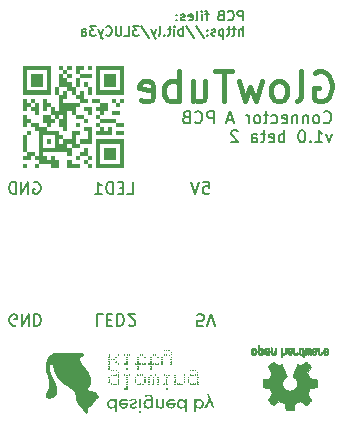
<source format=gbr>
%TF.GenerationSoftware,KiCad,Pcbnew,(6.0.4-0)*%
%TF.CreationDate,2022-05-05T14:31:54+02:00*%
%TF.ProjectId,GlowTubeLEDconnectorA_PCB,476c6f77-5475-4626-954c-4544636f6e6e,rev?*%
%TF.SameCoordinates,Original*%
%TF.FileFunction,Legend,Bot*%
%TF.FilePolarity,Positive*%
%FSLAX46Y46*%
G04 Gerber Fmt 4.6, Leading zero omitted, Abs format (unit mm)*
G04 Created by KiCad (PCBNEW (6.0.4-0)) date 2022-05-05 14:31:54*
%MOMM*%
%LPD*%
G01*
G04 APERTURE LIST*
%ADD10C,0.150000*%
%ADD11C,0.400000*%
%ADD12C,0.010000*%
G04 APERTURE END LIST*
D10*
X108362023Y-52597904D02*
X108362023Y-51797904D01*
X108057261Y-51797904D01*
X107981071Y-51836000D01*
X107942976Y-51874095D01*
X107904880Y-51950285D01*
X107904880Y-52064571D01*
X107942976Y-52140761D01*
X107981071Y-52178857D01*
X108057261Y-52216952D01*
X108362023Y-52216952D01*
X107104880Y-52521714D02*
X107142976Y-52559809D01*
X107257261Y-52597904D01*
X107333452Y-52597904D01*
X107447738Y-52559809D01*
X107523928Y-52483619D01*
X107562023Y-52407428D01*
X107600119Y-52255047D01*
X107600119Y-52140761D01*
X107562023Y-51988380D01*
X107523928Y-51912190D01*
X107447738Y-51836000D01*
X107333452Y-51797904D01*
X107257261Y-51797904D01*
X107142976Y-51836000D01*
X107104880Y-51874095D01*
X106495357Y-52178857D02*
X106381071Y-52216952D01*
X106342976Y-52255047D01*
X106304880Y-52331238D01*
X106304880Y-52445523D01*
X106342976Y-52521714D01*
X106381071Y-52559809D01*
X106457261Y-52597904D01*
X106762023Y-52597904D01*
X106762023Y-51797904D01*
X106495357Y-51797904D01*
X106419166Y-51836000D01*
X106381071Y-51874095D01*
X106342976Y-51950285D01*
X106342976Y-52026476D01*
X106381071Y-52102666D01*
X106419166Y-52140761D01*
X106495357Y-52178857D01*
X106762023Y-52178857D01*
X105466785Y-52064571D02*
X105162023Y-52064571D01*
X105352500Y-52597904D02*
X105352500Y-51912190D01*
X105314404Y-51836000D01*
X105238214Y-51797904D01*
X105162023Y-51797904D01*
X104895357Y-52597904D02*
X104895357Y-52064571D01*
X104895357Y-51797904D02*
X104933452Y-51836000D01*
X104895357Y-51874095D01*
X104857261Y-51836000D01*
X104895357Y-51797904D01*
X104895357Y-51874095D01*
X104400119Y-52597904D02*
X104476309Y-52559809D01*
X104514404Y-52483619D01*
X104514404Y-51797904D01*
X103790595Y-52559809D02*
X103866785Y-52597904D01*
X104019166Y-52597904D01*
X104095357Y-52559809D01*
X104133452Y-52483619D01*
X104133452Y-52178857D01*
X104095357Y-52102666D01*
X104019166Y-52064571D01*
X103866785Y-52064571D01*
X103790595Y-52102666D01*
X103752499Y-52178857D01*
X103752499Y-52255047D01*
X104133452Y-52331238D01*
X103447738Y-52559809D02*
X103371547Y-52597904D01*
X103219166Y-52597904D01*
X103142976Y-52559809D01*
X103104880Y-52483619D01*
X103104880Y-52445523D01*
X103142976Y-52369333D01*
X103219166Y-52331238D01*
X103333452Y-52331238D01*
X103409642Y-52293142D01*
X103447738Y-52216952D01*
X103447738Y-52178857D01*
X103409642Y-52102666D01*
X103333452Y-52064571D01*
X103219166Y-52064571D01*
X103142976Y-52102666D01*
X102762023Y-52521714D02*
X102723928Y-52559809D01*
X102762023Y-52597904D01*
X102800119Y-52559809D01*
X102762023Y-52521714D01*
X102762023Y-52597904D01*
X102762023Y-52102666D02*
X102723928Y-52140761D01*
X102762023Y-52178857D01*
X102800119Y-52140761D01*
X102762023Y-52102666D01*
X102762023Y-52178857D01*
X108362023Y-53885904D02*
X108362023Y-53085904D01*
X108019166Y-53885904D02*
X108019166Y-53466857D01*
X108057261Y-53390666D01*
X108133452Y-53352571D01*
X108247738Y-53352571D01*
X108323928Y-53390666D01*
X108362023Y-53428761D01*
X107752500Y-53352571D02*
X107447738Y-53352571D01*
X107638214Y-53085904D02*
X107638214Y-53771619D01*
X107600119Y-53847809D01*
X107523928Y-53885904D01*
X107447738Y-53885904D01*
X107295357Y-53352571D02*
X106990595Y-53352571D01*
X107181071Y-53085904D02*
X107181071Y-53771619D01*
X107142976Y-53847809D01*
X107066785Y-53885904D01*
X106990595Y-53885904D01*
X106723928Y-53352571D02*
X106723928Y-54152571D01*
X106723928Y-53390666D02*
X106647738Y-53352571D01*
X106495357Y-53352571D01*
X106419166Y-53390666D01*
X106381071Y-53428761D01*
X106342976Y-53504952D01*
X106342976Y-53733523D01*
X106381071Y-53809714D01*
X106419166Y-53847809D01*
X106495357Y-53885904D01*
X106647738Y-53885904D01*
X106723928Y-53847809D01*
X106038214Y-53847809D02*
X105962023Y-53885904D01*
X105809642Y-53885904D01*
X105733452Y-53847809D01*
X105695357Y-53771619D01*
X105695357Y-53733523D01*
X105733452Y-53657333D01*
X105809642Y-53619238D01*
X105923928Y-53619238D01*
X106000119Y-53581142D01*
X106038214Y-53504952D01*
X106038214Y-53466857D01*
X106000119Y-53390666D01*
X105923928Y-53352571D01*
X105809642Y-53352571D01*
X105733452Y-53390666D01*
X105352500Y-53809714D02*
X105314404Y-53847809D01*
X105352500Y-53885904D01*
X105390595Y-53847809D01*
X105352500Y-53809714D01*
X105352500Y-53885904D01*
X105352500Y-53390666D02*
X105314404Y-53428761D01*
X105352500Y-53466857D01*
X105390595Y-53428761D01*
X105352500Y-53390666D01*
X105352500Y-53466857D01*
X104400119Y-53047809D02*
X105085833Y-54076380D01*
X103562023Y-53047809D02*
X104247738Y-54076380D01*
X103295357Y-53885904D02*
X103295357Y-53085904D01*
X103295357Y-53390666D02*
X103219166Y-53352571D01*
X103066785Y-53352571D01*
X102990595Y-53390666D01*
X102952500Y-53428761D01*
X102914404Y-53504952D01*
X102914404Y-53733523D01*
X102952500Y-53809714D01*
X102990595Y-53847809D01*
X103066785Y-53885904D01*
X103219166Y-53885904D01*
X103295357Y-53847809D01*
X102571547Y-53885904D02*
X102571547Y-53352571D01*
X102571547Y-53085904D02*
X102609642Y-53124000D01*
X102571547Y-53162095D01*
X102533452Y-53124000D01*
X102571547Y-53085904D01*
X102571547Y-53162095D01*
X102304880Y-53352571D02*
X102000119Y-53352571D01*
X102190595Y-53085904D02*
X102190595Y-53771619D01*
X102152500Y-53847809D01*
X102076309Y-53885904D01*
X102000119Y-53885904D01*
X101733452Y-53809714D02*
X101695357Y-53847809D01*
X101733452Y-53885904D01*
X101771547Y-53847809D01*
X101733452Y-53809714D01*
X101733452Y-53885904D01*
X101238214Y-53885904D02*
X101314404Y-53847809D01*
X101352500Y-53771619D01*
X101352500Y-53085904D01*
X101009642Y-53352571D02*
X100819166Y-53885904D01*
X100628690Y-53352571D02*
X100819166Y-53885904D01*
X100895357Y-54076380D01*
X100933452Y-54114476D01*
X101009642Y-54152571D01*
X99752500Y-53047809D02*
X100438214Y-54076380D01*
X99562023Y-53085904D02*
X99066785Y-53085904D01*
X99333452Y-53390666D01*
X99219166Y-53390666D01*
X99142976Y-53428761D01*
X99104880Y-53466857D01*
X99066785Y-53543047D01*
X99066785Y-53733523D01*
X99104880Y-53809714D01*
X99142976Y-53847809D01*
X99219166Y-53885904D01*
X99447738Y-53885904D01*
X99523928Y-53847809D01*
X99562023Y-53809714D01*
X98342976Y-53885904D02*
X98723928Y-53885904D01*
X98723928Y-53085904D01*
X98076309Y-53085904D02*
X98076309Y-53733523D01*
X98038214Y-53809714D01*
X98000119Y-53847809D01*
X97923928Y-53885904D01*
X97771547Y-53885904D01*
X97695357Y-53847809D01*
X97657261Y-53809714D01*
X97619166Y-53733523D01*
X97619166Y-53085904D01*
X96781071Y-53809714D02*
X96819166Y-53847809D01*
X96933452Y-53885904D01*
X97009642Y-53885904D01*
X97123928Y-53847809D01*
X97200119Y-53771619D01*
X97238214Y-53695428D01*
X97276309Y-53543047D01*
X97276309Y-53428761D01*
X97238214Y-53276380D01*
X97200119Y-53200190D01*
X97123928Y-53124000D01*
X97009642Y-53085904D01*
X96933452Y-53085904D01*
X96819166Y-53124000D01*
X96781071Y-53162095D01*
X96514404Y-53352571D02*
X96323928Y-53885904D01*
X96133452Y-53352571D02*
X96323928Y-53885904D01*
X96400119Y-54076380D01*
X96438214Y-54114476D01*
X96514404Y-54152571D01*
X95904880Y-53085904D02*
X95409642Y-53085904D01*
X95676309Y-53390666D01*
X95562023Y-53390666D01*
X95485833Y-53428761D01*
X95447738Y-53466857D01*
X95409642Y-53543047D01*
X95409642Y-53733523D01*
X95447738Y-53809714D01*
X95485833Y-53847809D01*
X95562023Y-53885904D01*
X95790595Y-53885904D01*
X95866785Y-53847809D01*
X95904880Y-53809714D01*
X94723928Y-53885904D02*
X94723928Y-53466857D01*
X94762023Y-53390666D01*
X94838214Y-53352571D01*
X94990595Y-53352571D01*
X95066785Y-53390666D01*
X94723928Y-53847809D02*
X94800119Y-53885904D01*
X94990595Y-53885904D01*
X95066785Y-53847809D01*
X95104880Y-53771619D01*
X95104880Y-53695428D01*
X95066785Y-53619238D01*
X94990595Y-53581142D01*
X94800119Y-53581142D01*
X94723928Y-53543047D01*
X115222976Y-61202142D02*
X115270595Y-61249761D01*
X115413452Y-61297380D01*
X115508690Y-61297380D01*
X115651547Y-61249761D01*
X115746785Y-61154523D01*
X115794404Y-61059285D01*
X115842023Y-60868809D01*
X115842023Y-60725952D01*
X115794404Y-60535476D01*
X115746785Y-60440238D01*
X115651547Y-60345000D01*
X115508690Y-60297380D01*
X115413452Y-60297380D01*
X115270595Y-60345000D01*
X115222976Y-60392619D01*
X114651547Y-61297380D02*
X114746785Y-61249761D01*
X114794404Y-61202142D01*
X114842023Y-61106904D01*
X114842023Y-60821190D01*
X114794404Y-60725952D01*
X114746785Y-60678333D01*
X114651547Y-60630714D01*
X114508690Y-60630714D01*
X114413452Y-60678333D01*
X114365833Y-60725952D01*
X114318214Y-60821190D01*
X114318214Y-61106904D01*
X114365833Y-61202142D01*
X114413452Y-61249761D01*
X114508690Y-61297380D01*
X114651547Y-61297380D01*
X113889642Y-60630714D02*
X113889642Y-61297380D01*
X113889642Y-60725952D02*
X113842023Y-60678333D01*
X113746785Y-60630714D01*
X113603928Y-60630714D01*
X113508690Y-60678333D01*
X113461071Y-60773571D01*
X113461071Y-61297380D01*
X112984880Y-60630714D02*
X112984880Y-61297380D01*
X112984880Y-60725952D02*
X112937261Y-60678333D01*
X112842023Y-60630714D01*
X112699166Y-60630714D01*
X112603928Y-60678333D01*
X112556309Y-60773571D01*
X112556309Y-61297380D01*
X111699166Y-61249761D02*
X111794404Y-61297380D01*
X111984880Y-61297380D01*
X112080119Y-61249761D01*
X112127738Y-61154523D01*
X112127738Y-60773571D01*
X112080119Y-60678333D01*
X111984880Y-60630714D01*
X111794404Y-60630714D01*
X111699166Y-60678333D01*
X111651547Y-60773571D01*
X111651547Y-60868809D01*
X112127738Y-60964047D01*
X110794404Y-61249761D02*
X110889642Y-61297380D01*
X111080119Y-61297380D01*
X111175357Y-61249761D01*
X111222976Y-61202142D01*
X111270595Y-61106904D01*
X111270595Y-60821190D01*
X111222976Y-60725952D01*
X111175357Y-60678333D01*
X111080119Y-60630714D01*
X110889642Y-60630714D01*
X110794404Y-60678333D01*
X110508690Y-60630714D02*
X110127738Y-60630714D01*
X110365833Y-60297380D02*
X110365833Y-61154523D01*
X110318214Y-61249761D01*
X110222976Y-61297380D01*
X110127738Y-61297380D01*
X109651547Y-61297380D02*
X109746785Y-61249761D01*
X109794404Y-61202142D01*
X109842023Y-61106904D01*
X109842023Y-60821190D01*
X109794404Y-60725952D01*
X109746785Y-60678333D01*
X109651547Y-60630714D01*
X109508690Y-60630714D01*
X109413452Y-60678333D01*
X109365833Y-60725952D01*
X109318214Y-60821190D01*
X109318214Y-61106904D01*
X109365833Y-61202142D01*
X109413452Y-61249761D01*
X109508690Y-61297380D01*
X109651547Y-61297380D01*
X108889642Y-61297380D02*
X108889642Y-60630714D01*
X108889642Y-60821190D02*
X108842023Y-60725952D01*
X108794404Y-60678333D01*
X108699166Y-60630714D01*
X108603928Y-60630714D01*
X107556309Y-61011666D02*
X107080119Y-61011666D01*
X107651547Y-61297380D02*
X107318214Y-60297380D01*
X106984880Y-61297380D01*
X105889642Y-61297380D02*
X105889642Y-60297380D01*
X105508690Y-60297380D01*
X105413452Y-60345000D01*
X105365833Y-60392619D01*
X105318214Y-60487857D01*
X105318214Y-60630714D01*
X105365833Y-60725952D01*
X105413452Y-60773571D01*
X105508690Y-60821190D01*
X105889642Y-60821190D01*
X104318214Y-61202142D02*
X104365833Y-61249761D01*
X104508690Y-61297380D01*
X104603928Y-61297380D01*
X104746785Y-61249761D01*
X104842023Y-61154523D01*
X104889642Y-61059285D01*
X104937261Y-60868809D01*
X104937261Y-60725952D01*
X104889642Y-60535476D01*
X104842023Y-60440238D01*
X104746785Y-60345000D01*
X104603928Y-60297380D01*
X104508690Y-60297380D01*
X104365833Y-60345000D01*
X104318214Y-60392619D01*
X103556309Y-60773571D02*
X103413452Y-60821190D01*
X103365833Y-60868809D01*
X103318214Y-60964047D01*
X103318214Y-61106904D01*
X103365833Y-61202142D01*
X103413452Y-61249761D01*
X103508690Y-61297380D01*
X103889642Y-61297380D01*
X103889642Y-60297380D01*
X103556309Y-60297380D01*
X103461071Y-60345000D01*
X103413452Y-60392619D01*
X103365833Y-60487857D01*
X103365833Y-60583095D01*
X103413452Y-60678333D01*
X103461071Y-60725952D01*
X103556309Y-60773571D01*
X103889642Y-60773571D01*
X115889642Y-62240714D02*
X115651547Y-62907380D01*
X115413452Y-62240714D01*
X114508690Y-62907380D02*
X115080119Y-62907380D01*
X114794404Y-62907380D02*
X114794404Y-61907380D01*
X114889642Y-62050238D01*
X114984880Y-62145476D01*
X115080119Y-62193095D01*
X114080119Y-62812142D02*
X114032500Y-62859761D01*
X114080119Y-62907380D01*
X114127738Y-62859761D01*
X114080119Y-62812142D01*
X114080119Y-62907380D01*
X113413452Y-61907380D02*
X113318214Y-61907380D01*
X113222976Y-61955000D01*
X113175357Y-62002619D01*
X113127738Y-62097857D01*
X113080119Y-62288333D01*
X113080119Y-62526428D01*
X113127738Y-62716904D01*
X113175357Y-62812142D01*
X113222976Y-62859761D01*
X113318214Y-62907380D01*
X113413452Y-62907380D01*
X113508690Y-62859761D01*
X113556309Y-62812142D01*
X113603928Y-62716904D01*
X113651547Y-62526428D01*
X113651547Y-62288333D01*
X113603928Y-62097857D01*
X113556309Y-62002619D01*
X113508690Y-61955000D01*
X113413452Y-61907380D01*
X111889642Y-62907380D02*
X111889642Y-61907380D01*
X111889642Y-62288333D02*
X111794404Y-62240714D01*
X111603928Y-62240714D01*
X111508690Y-62288333D01*
X111461071Y-62335952D01*
X111413452Y-62431190D01*
X111413452Y-62716904D01*
X111461071Y-62812142D01*
X111508690Y-62859761D01*
X111603928Y-62907380D01*
X111794404Y-62907380D01*
X111889642Y-62859761D01*
X110603928Y-62859761D02*
X110699166Y-62907380D01*
X110889642Y-62907380D01*
X110984880Y-62859761D01*
X111032500Y-62764523D01*
X111032500Y-62383571D01*
X110984880Y-62288333D01*
X110889642Y-62240714D01*
X110699166Y-62240714D01*
X110603928Y-62288333D01*
X110556309Y-62383571D01*
X110556309Y-62478809D01*
X111032500Y-62574047D01*
X110270595Y-62240714D02*
X109889642Y-62240714D01*
X110127738Y-61907380D02*
X110127738Y-62764523D01*
X110080119Y-62859761D01*
X109984880Y-62907380D01*
X109889642Y-62907380D01*
X109127738Y-62907380D02*
X109127738Y-62383571D01*
X109175357Y-62288333D01*
X109270595Y-62240714D01*
X109461071Y-62240714D01*
X109556309Y-62288333D01*
X109127738Y-62859761D02*
X109222976Y-62907380D01*
X109461071Y-62907380D01*
X109556309Y-62859761D01*
X109603928Y-62764523D01*
X109603928Y-62669285D01*
X109556309Y-62574047D01*
X109461071Y-62526428D01*
X109222976Y-62526428D01*
X109127738Y-62478809D01*
X107937261Y-62002619D02*
X107889642Y-61955000D01*
X107794404Y-61907380D01*
X107556309Y-61907380D01*
X107461071Y-61955000D01*
X107413452Y-62002619D01*
X107365833Y-62097857D01*
X107365833Y-62193095D01*
X107413452Y-62335952D01*
X107984880Y-62907380D01*
X107365833Y-62907380D01*
X90671904Y-66320000D02*
X90767142Y-66272380D01*
X90910000Y-66272380D01*
X91052857Y-66320000D01*
X91148095Y-66415238D01*
X91195714Y-66510476D01*
X91243333Y-66700952D01*
X91243333Y-66843809D01*
X91195714Y-67034285D01*
X91148095Y-67129523D01*
X91052857Y-67224761D01*
X90910000Y-67272380D01*
X90814761Y-67272380D01*
X90671904Y-67224761D01*
X90624285Y-67177142D01*
X90624285Y-66843809D01*
X90814761Y-66843809D01*
X90195714Y-67272380D02*
X90195714Y-66272380D01*
X89624285Y-67272380D01*
X89624285Y-66272380D01*
X89148095Y-67272380D02*
X89148095Y-66272380D01*
X88910000Y-66272380D01*
X88767142Y-66320000D01*
X88671904Y-66415238D01*
X88624285Y-66510476D01*
X88576666Y-66700952D01*
X88576666Y-66843809D01*
X88624285Y-67034285D01*
X88671904Y-67129523D01*
X88767142Y-67224761D01*
X88910000Y-67272380D01*
X89148095Y-67272380D01*
D11*
X114475238Y-57040000D02*
X114713333Y-56920952D01*
X115070476Y-56920952D01*
X115427619Y-57040000D01*
X115665714Y-57278095D01*
X115784761Y-57516190D01*
X115903809Y-57992380D01*
X115903809Y-58349523D01*
X115784761Y-58825714D01*
X115665714Y-59063809D01*
X115427619Y-59301904D01*
X115070476Y-59420952D01*
X114832380Y-59420952D01*
X114475238Y-59301904D01*
X114356190Y-59182857D01*
X114356190Y-58349523D01*
X114832380Y-58349523D01*
X112927619Y-59420952D02*
X113165714Y-59301904D01*
X113284761Y-59063809D01*
X113284761Y-56920952D01*
X111618095Y-59420952D02*
X111856190Y-59301904D01*
X111975238Y-59182857D01*
X112094285Y-58944761D01*
X112094285Y-58230476D01*
X111975238Y-57992380D01*
X111856190Y-57873333D01*
X111618095Y-57754285D01*
X111260952Y-57754285D01*
X111022857Y-57873333D01*
X110903809Y-57992380D01*
X110784761Y-58230476D01*
X110784761Y-58944761D01*
X110903809Y-59182857D01*
X111022857Y-59301904D01*
X111260952Y-59420952D01*
X111618095Y-59420952D01*
X109951428Y-57754285D02*
X109475238Y-59420952D01*
X108999047Y-58230476D01*
X108522857Y-59420952D01*
X108046666Y-57754285D01*
X107451428Y-56920952D02*
X106022857Y-56920952D01*
X106737142Y-59420952D02*
X106737142Y-56920952D01*
X104118095Y-57754285D02*
X104118095Y-59420952D01*
X105189523Y-57754285D02*
X105189523Y-59063809D01*
X105070476Y-59301904D01*
X104832380Y-59420952D01*
X104475238Y-59420952D01*
X104237142Y-59301904D01*
X104118095Y-59182857D01*
X102927619Y-59420952D02*
X102927619Y-56920952D01*
X102927619Y-57873333D02*
X102689523Y-57754285D01*
X102213333Y-57754285D01*
X101975238Y-57873333D01*
X101856190Y-57992380D01*
X101737142Y-58230476D01*
X101737142Y-58944761D01*
X101856190Y-59182857D01*
X101975238Y-59301904D01*
X102213333Y-59420952D01*
X102689523Y-59420952D01*
X102927619Y-59301904D01*
X99713333Y-59301904D02*
X99951428Y-59420952D01*
X100427619Y-59420952D01*
X100665714Y-59301904D01*
X100784761Y-59063809D01*
X100784761Y-58111428D01*
X100665714Y-57873333D01*
X100427619Y-57754285D01*
X99951428Y-57754285D01*
X99713333Y-57873333D01*
X99594285Y-58111428D01*
X99594285Y-58349523D01*
X100784761Y-58587619D01*
D10*
X96500952Y-77447619D02*
X96024761Y-77447619D01*
X96024761Y-78447619D01*
X96834285Y-77971428D02*
X97167619Y-77971428D01*
X97310476Y-77447619D02*
X96834285Y-77447619D01*
X96834285Y-78447619D01*
X97310476Y-78447619D01*
X97739047Y-77447619D02*
X97739047Y-78447619D01*
X97977142Y-78447619D01*
X98120000Y-78400000D01*
X98215238Y-78304761D01*
X98262857Y-78209523D01*
X98310476Y-78019047D01*
X98310476Y-77876190D01*
X98262857Y-77685714D01*
X98215238Y-77590476D01*
X98120000Y-77495238D01*
X97977142Y-77447619D01*
X97739047Y-77447619D01*
X98691428Y-78352380D02*
X98739047Y-78400000D01*
X98834285Y-78447619D01*
X99072380Y-78447619D01*
X99167619Y-78400000D01*
X99215238Y-78352380D01*
X99262857Y-78257142D01*
X99262857Y-78161904D01*
X99215238Y-78019047D01*
X98643809Y-77447619D01*
X99262857Y-77447619D01*
X105020476Y-66272380D02*
X105496666Y-66272380D01*
X105544285Y-66748571D01*
X105496666Y-66700952D01*
X105401428Y-66653333D01*
X105163333Y-66653333D01*
X105068095Y-66700952D01*
X105020476Y-66748571D01*
X104972857Y-66843809D01*
X104972857Y-67081904D01*
X105020476Y-67177142D01*
X105068095Y-67224761D01*
X105163333Y-67272380D01*
X105401428Y-67272380D01*
X105496666Y-67224761D01*
X105544285Y-67177142D01*
X104687142Y-66272380D02*
X104353809Y-67272380D01*
X104020476Y-66272380D01*
X89178095Y-78410000D02*
X89082857Y-78457619D01*
X88940000Y-78457619D01*
X88797142Y-78410000D01*
X88701904Y-78314761D01*
X88654285Y-78219523D01*
X88606666Y-78029047D01*
X88606666Y-77886190D01*
X88654285Y-77695714D01*
X88701904Y-77600476D01*
X88797142Y-77505238D01*
X88940000Y-77457619D01*
X89035238Y-77457619D01*
X89178095Y-77505238D01*
X89225714Y-77552857D01*
X89225714Y-77886190D01*
X89035238Y-77886190D01*
X89654285Y-77457619D02*
X89654285Y-78457619D01*
X90225714Y-77457619D01*
X90225714Y-78457619D01*
X90701904Y-77457619D02*
X90701904Y-78457619D01*
X90940000Y-78457619D01*
X91082857Y-78410000D01*
X91178095Y-78314761D01*
X91225714Y-78219523D01*
X91273333Y-78029047D01*
X91273333Y-77886190D01*
X91225714Y-77695714D01*
X91178095Y-77600476D01*
X91082857Y-77505238D01*
X90940000Y-77457619D01*
X90701904Y-77457619D01*
X98599047Y-67272380D02*
X99075238Y-67272380D01*
X99075238Y-66272380D01*
X98265714Y-66748571D02*
X97932380Y-66748571D01*
X97789523Y-67272380D02*
X98265714Y-67272380D01*
X98265714Y-66272380D01*
X97789523Y-66272380D01*
X97360952Y-67272380D02*
X97360952Y-66272380D01*
X97122857Y-66272380D01*
X96980000Y-66320000D01*
X96884761Y-66415238D01*
X96837142Y-66510476D01*
X96789523Y-66700952D01*
X96789523Y-66843809D01*
X96837142Y-67034285D01*
X96884761Y-67129523D01*
X96980000Y-67224761D01*
X97122857Y-67272380D01*
X97360952Y-67272380D01*
X95837142Y-67272380D02*
X96408571Y-67272380D01*
X96122857Y-67272380D02*
X96122857Y-66272380D01*
X96218095Y-66415238D01*
X96313333Y-66510476D01*
X96408571Y-66558095D01*
X104999523Y-78457619D02*
X104523333Y-78457619D01*
X104475714Y-77981428D01*
X104523333Y-78029047D01*
X104618571Y-78076666D01*
X104856666Y-78076666D01*
X104951904Y-78029047D01*
X104999523Y-77981428D01*
X105047142Y-77886190D01*
X105047142Y-77648095D01*
X104999523Y-77552857D01*
X104951904Y-77505238D01*
X104856666Y-77457619D01*
X104618571Y-77457619D01*
X104523333Y-77505238D01*
X104475714Y-77552857D01*
X105332857Y-78457619D02*
X105666190Y-77457619D01*
X105999523Y-78457619D01*
%TO.C,qrcode*%
G36*
X91453442Y-58193442D02*
G01*
X90418818Y-58193442D01*
X90418818Y-57158819D01*
X91453442Y-57158819D01*
X91453442Y-58193442D01*
G37*
G36*
X97661181Y-58193442D02*
G01*
X96626558Y-58193442D01*
X96626558Y-57158819D01*
X97661181Y-57158819D01*
X97661181Y-58193442D01*
G37*
G36*
X92143190Y-63021684D02*
G01*
X91798316Y-63021684D01*
X91798316Y-62676810D01*
X92143190Y-62676810D01*
X92143190Y-63021684D01*
G37*
G36*
X97661181Y-64401182D02*
G01*
X96626558Y-64401182D01*
X96626558Y-63366558D01*
X97661181Y-63366558D01*
X97661181Y-64401182D01*
G37*
G36*
X95591934Y-56813945D02*
G01*
X95247060Y-56813945D01*
X95247060Y-56469070D01*
X95591934Y-56469070D01*
X95591934Y-56813945D01*
G37*
G36*
X89729070Y-58883191D02*
G01*
X89729070Y-58521073D01*
X90091188Y-58521073D01*
X91781072Y-58521073D01*
X91781072Y-56831188D01*
X90091188Y-56831188D01*
X90091188Y-58521073D01*
X89729070Y-58521073D01*
X89729070Y-56469070D01*
X92143190Y-56469070D01*
X92143190Y-58883191D01*
X89729070Y-58883191D01*
G37*
G36*
X95247060Y-58193442D02*
G01*
X94902186Y-58193442D01*
X94902186Y-57848568D01*
X95247060Y-57848568D01*
X95247060Y-58193442D01*
G37*
G36*
X95591934Y-58883191D02*
G01*
X95247060Y-58883191D01*
X95247060Y-58193442D01*
X95591934Y-58193442D01*
X95591934Y-58883191D01*
G37*
G36*
X95936809Y-58883191D02*
G01*
X95936809Y-58521073D01*
X96298927Y-58521073D01*
X97988812Y-58521073D01*
X97988812Y-56831188D01*
X96298927Y-56831188D01*
X96298927Y-58521073D01*
X95936809Y-58521073D01*
X95936809Y-56469070D01*
X98350930Y-56469070D01*
X98350930Y-58883191D01*
X95936809Y-58883191D01*
G37*
G36*
X98350930Y-59572940D02*
G01*
X98006055Y-59572940D01*
X98006055Y-59228066D01*
X98350930Y-59228066D01*
X98350930Y-59572940D01*
G37*
G36*
X97661181Y-59572940D02*
G01*
X97316306Y-59572940D01*
X97316306Y-59228066D01*
X97661181Y-59228066D01*
X97661181Y-59572940D01*
G37*
G36*
X98006055Y-59917814D02*
G01*
X97661181Y-59917814D01*
X97661181Y-59572940D01*
X98006055Y-59572940D01*
X98006055Y-59917814D01*
G37*
G36*
X90763693Y-59572940D02*
G01*
X91108567Y-59572940D01*
X91108567Y-60607563D01*
X90763693Y-60607563D01*
X90763693Y-60262689D01*
X90418818Y-60262689D01*
X90418818Y-59917814D01*
X90763693Y-59917814D01*
X90763693Y-59572940D01*
G37*
G36*
X90073944Y-59572940D02*
G01*
X90418818Y-59572940D01*
X90418818Y-59228066D01*
X90763693Y-59228066D01*
X90763693Y-59572940D01*
X90418818Y-59572940D01*
X90418818Y-59917814D01*
X90073944Y-59917814D01*
X90073944Y-60262689D01*
X89729070Y-60262689D01*
X89729070Y-59228066D01*
X90073944Y-59228066D01*
X90073944Y-59572940D01*
G37*
G36*
X95591934Y-60607563D02*
G01*
X95247060Y-60607563D01*
X95247060Y-60262689D01*
X94902186Y-60262689D01*
X94902186Y-59917814D01*
X95591934Y-59917814D01*
X95591934Y-60607563D01*
G37*
G36*
X98006055Y-60607563D02*
G01*
X97316306Y-60607563D01*
X97316306Y-60262689D01*
X98006055Y-60262689D01*
X98006055Y-60607563D01*
G37*
G36*
X94557311Y-61642186D02*
G01*
X94212437Y-61642186D01*
X94212437Y-61297312D01*
X94557311Y-61297312D01*
X94557311Y-61642186D01*
G37*
G36*
X96281683Y-59572940D02*
G01*
X95591934Y-59572940D01*
X95591934Y-59228066D01*
X96281683Y-59228066D01*
X96281683Y-59572940D01*
G37*
G36*
X96971432Y-60262689D02*
G01*
X96626558Y-60262689D01*
X96626558Y-60607563D01*
X96281683Y-60607563D01*
X96281683Y-60262689D01*
X95936809Y-60262689D01*
X95936809Y-59917814D01*
X96281683Y-59917814D01*
X96281683Y-59572940D01*
X96971432Y-59572940D01*
X96971432Y-60262689D01*
G37*
G36*
X96281683Y-60952438D02*
G01*
X95936809Y-60952438D01*
X95936809Y-60607563D01*
X96281683Y-60607563D01*
X96281683Y-60952438D01*
G37*
G36*
X97661181Y-61297312D02*
G01*
X96281683Y-61297312D01*
X96281683Y-60952438D01*
X97661181Y-60952438D01*
X97661181Y-61297312D01*
G37*
G36*
X96281683Y-61642186D02*
G01*
X95936809Y-61642186D01*
X95936809Y-61297312D01*
X96281683Y-61297312D01*
X96281683Y-61642186D01*
G37*
G36*
X98350930Y-61642186D02*
G01*
X97661181Y-61642186D01*
X97661181Y-61297312D01*
X98350930Y-61297312D01*
X98350930Y-61642186D01*
G37*
G36*
X96626558Y-61987061D02*
G01*
X96971432Y-61987061D01*
X96971432Y-61642186D01*
X97316306Y-61642186D01*
X97316306Y-62331935D01*
X95936809Y-62331935D01*
X95936809Y-61987061D01*
X96281683Y-61987061D01*
X96281683Y-61642186D01*
X96626558Y-61642186D01*
X96626558Y-61987061D01*
G37*
G36*
X98350930Y-62331935D02*
G01*
X97661181Y-62331935D01*
X97661181Y-61987061D01*
X98350930Y-61987061D01*
X98350930Y-62331935D01*
G37*
G36*
X90073944Y-65090930D02*
G01*
X89729070Y-65090930D01*
X89729070Y-64746056D01*
X90073944Y-64746056D01*
X90073944Y-65090930D01*
G37*
G36*
X93522688Y-57158819D02*
G01*
X93177814Y-57158819D01*
X93177814Y-57503694D01*
X93522688Y-57503694D01*
X93522688Y-57848568D01*
X93867562Y-57848568D01*
X93867562Y-58193442D01*
X94212437Y-58193442D01*
X94212437Y-58883191D01*
X93867562Y-58883191D01*
X93867562Y-58538317D01*
X93522688Y-58538317D01*
X93522688Y-58193442D01*
X92832939Y-58193442D01*
X92832939Y-57158819D01*
X93177814Y-57158819D01*
X93177814Y-56813945D01*
X93522688Y-56813945D01*
X93522688Y-57158819D01*
G37*
G36*
X93867562Y-57158819D02*
G01*
X93867562Y-57503694D01*
X93522688Y-57503694D01*
X93522688Y-57158819D01*
X93867562Y-57158819D01*
G37*
G36*
X93177814Y-61987061D02*
G01*
X93177814Y-61642186D01*
X92832939Y-61642186D01*
X92832939Y-60952438D01*
X93177814Y-60952438D01*
X93177814Y-60607563D01*
X92832939Y-60607563D01*
X92832939Y-60952438D01*
X92488065Y-60952438D01*
X92488065Y-60607563D01*
X92143190Y-60607563D01*
X92143190Y-59917814D01*
X92488065Y-59917814D01*
X92488065Y-60262689D01*
X92832939Y-60262689D01*
X92832939Y-58883191D01*
X93177814Y-58883191D01*
X93177814Y-58538317D01*
X93522688Y-58538317D01*
X93522688Y-59228066D01*
X93177814Y-59228066D01*
X93177814Y-59572940D01*
X94557311Y-59572940D01*
X94557311Y-59917814D01*
X94212437Y-59917814D01*
X94212437Y-60607563D01*
X93867562Y-60607563D01*
X93867562Y-60262689D01*
X93522688Y-60262689D01*
X93522688Y-61987061D01*
X93177814Y-61987061D01*
G37*
G36*
X93867562Y-63366558D02*
G01*
X93867562Y-64056307D01*
X93522688Y-64056307D01*
X93522688Y-63711433D01*
X91453442Y-63711433D01*
X91453442Y-64056307D01*
X91798316Y-64056307D01*
X91798316Y-64401182D01*
X92143190Y-64401182D01*
X92143190Y-64056307D01*
X92488065Y-64056307D01*
X92488065Y-64401182D01*
X92832939Y-64401182D01*
X92832939Y-65090930D01*
X92143190Y-65090930D01*
X92143190Y-64746056D01*
X91108567Y-64746056D01*
X91108567Y-64401182D01*
X90763693Y-64401182D01*
X90763693Y-64056307D01*
X91108567Y-64056307D01*
X91108567Y-63366558D01*
X91453442Y-63366558D01*
X92488065Y-63366558D01*
X92488065Y-63021684D01*
X92832939Y-63021684D01*
X93177814Y-63021684D01*
X93177814Y-62676810D01*
X92832939Y-62676810D01*
X92832939Y-63021684D01*
X92488065Y-63021684D01*
X92488065Y-62331935D01*
X91453442Y-62331935D01*
X91453442Y-63366558D01*
X91108567Y-63366558D01*
X91108567Y-61987061D01*
X90763693Y-61987061D01*
X90763693Y-61642186D01*
X90418818Y-61642186D01*
X90418818Y-61297312D01*
X91108567Y-61297312D01*
X91108567Y-61642186D01*
X91798316Y-61642186D01*
X91798316Y-61987061D01*
X92832939Y-61987061D01*
X92832939Y-62331935D01*
X93177814Y-62331935D01*
X93177814Y-62676810D01*
X93867562Y-62676810D01*
X93867562Y-61987061D01*
X94557311Y-61987061D01*
X94557311Y-62331935D01*
X94212437Y-62331935D01*
X94212437Y-63021684D01*
X94557311Y-63021684D01*
X94557311Y-63366558D01*
X93867562Y-63366558D01*
X93867562Y-63021684D01*
X93522688Y-63021684D01*
X93522688Y-63366558D01*
X93867562Y-63366558D01*
G37*
G36*
X93867562Y-56813945D02*
G01*
X93522688Y-56813945D01*
X93522688Y-56469070D01*
X93867562Y-56469070D01*
X93867562Y-56813945D01*
G37*
G36*
X93177814Y-56813945D02*
G01*
X92832939Y-56813945D01*
X92832939Y-56469070D01*
X93177814Y-56469070D01*
X93177814Y-56813945D01*
G37*
G36*
X94902186Y-56813945D02*
G01*
X94557311Y-56813945D01*
X94557311Y-57158819D01*
X94212437Y-57158819D01*
X94212437Y-56469070D01*
X94902186Y-56469070D01*
X94902186Y-56813945D01*
G37*
G36*
X95591934Y-57503694D02*
G01*
X94557311Y-57503694D01*
X94557311Y-57158819D01*
X95591934Y-57158819D01*
X95591934Y-57503694D01*
G37*
G36*
X94557311Y-58193442D02*
G01*
X94212437Y-58193442D01*
X94212437Y-57503694D01*
X94557311Y-57503694D01*
X94557311Y-58193442D01*
G37*
G36*
X92832939Y-58883191D02*
G01*
X92488065Y-58883191D01*
X92488065Y-58193442D01*
X92832939Y-58193442D01*
X92832939Y-58883191D01*
G37*
G36*
X94902186Y-59228066D02*
G01*
X95247060Y-59228066D01*
X95247060Y-59572940D01*
X94557311Y-59572940D01*
X94557311Y-59228066D01*
X94212437Y-59228066D01*
X94212437Y-58883191D01*
X94557311Y-58883191D01*
X94557311Y-58538317D01*
X94902186Y-58538317D01*
X94902186Y-59228066D01*
G37*
G36*
X94902186Y-60952438D02*
G01*
X94212437Y-60952438D01*
X94212437Y-60607563D01*
X94902186Y-60607563D01*
X94902186Y-60952438D01*
G37*
G36*
X95247060Y-61297312D02*
G01*
X94902186Y-61297312D01*
X94902186Y-60952438D01*
X95247060Y-60952438D01*
X95247060Y-61297312D01*
G37*
G36*
X92143190Y-60952438D02*
G01*
X92488065Y-60952438D01*
X92488065Y-61297312D01*
X92143190Y-61297312D01*
X92143190Y-61642186D01*
X91798316Y-61642186D01*
X91798316Y-61297312D01*
X91453442Y-61297312D01*
X91453442Y-60607563D01*
X92143190Y-60607563D01*
X92143190Y-60952438D01*
G37*
G36*
X91798316Y-59572940D02*
G01*
X92143190Y-59572940D01*
X92143190Y-59917814D01*
X91798316Y-59917814D01*
X91798316Y-60262689D01*
X91453442Y-60262689D01*
X91453442Y-59228066D01*
X91798316Y-59228066D01*
X91798316Y-59572940D01*
G37*
G36*
X90418818Y-62331935D02*
G01*
X90073944Y-62331935D01*
X90073944Y-61987061D01*
X90418818Y-61987061D01*
X90418818Y-62331935D01*
G37*
G36*
X95591934Y-63021684D02*
G01*
X94557311Y-63021684D01*
X94557311Y-62676810D01*
X95247060Y-62676810D01*
X95247060Y-61987061D01*
X94902186Y-61987061D01*
X94902186Y-61642186D01*
X95591934Y-61642186D01*
X95591934Y-63021684D01*
G37*
G36*
X90073944Y-63711433D02*
G01*
X89729070Y-63711433D01*
X89729070Y-62331935D01*
X90073944Y-62331935D01*
X90073944Y-63711433D01*
G37*
G36*
X90763693Y-64056307D02*
G01*
X90418818Y-64056307D01*
X90418818Y-64401182D01*
X89729070Y-64401182D01*
X89729070Y-64056307D01*
X90073944Y-64056307D01*
X90073944Y-63711433D01*
X90763693Y-63711433D01*
X90763693Y-64056307D01*
G37*
G36*
X90073944Y-60952438D02*
G01*
X90418818Y-60952438D01*
X90418818Y-61297312D01*
X90073944Y-61297312D01*
X90073944Y-61642186D01*
X89729070Y-61642186D01*
X89729070Y-60607563D01*
X90073944Y-60607563D01*
X90073944Y-60952438D01*
G37*
G36*
X91108567Y-65090930D02*
G01*
X90763693Y-65090930D01*
X90763693Y-64746056D01*
X91108567Y-64746056D01*
X91108567Y-65090930D01*
G37*
G36*
X93867562Y-64746056D02*
G01*
X94557311Y-64746056D01*
X94557311Y-65090930D01*
X93522688Y-65090930D01*
X93522688Y-64401182D01*
X93867562Y-64401182D01*
X93867562Y-64746056D01*
G37*
G36*
X95247060Y-64056307D02*
G01*
X94557311Y-64056307D01*
X94557311Y-63711433D01*
X94902186Y-63711433D01*
X94902186Y-63366558D01*
X95247060Y-63366558D01*
X95247060Y-64056307D01*
G37*
G36*
X95591934Y-64401182D02*
G01*
X95247060Y-64401182D01*
X95247060Y-64056307D01*
X95591934Y-64056307D01*
X95591934Y-64401182D01*
G37*
G36*
X94557311Y-64401182D02*
G01*
X94212437Y-64401182D01*
X94212437Y-64056307D01*
X94557311Y-64056307D01*
X94557311Y-64401182D01*
G37*
G36*
X95247060Y-64746056D02*
G01*
X94902186Y-64746056D01*
X94902186Y-64401182D01*
X95247060Y-64401182D01*
X95247060Y-64746056D01*
G37*
G36*
X95591934Y-65090930D02*
G01*
X95247060Y-65090930D01*
X95247060Y-64746056D01*
X95591934Y-64746056D01*
X95591934Y-65090930D01*
G37*
G36*
X95936809Y-65090930D02*
G01*
X95936809Y-64728812D01*
X96298927Y-64728812D01*
X97988812Y-64728812D01*
X97988812Y-63038928D01*
X96298927Y-63038928D01*
X96298927Y-64728812D01*
X95936809Y-64728812D01*
X95936809Y-62676810D01*
X98350930Y-62676810D01*
X98350930Y-65090930D01*
X95936809Y-65090930D01*
G37*
%TO.C,OSHW logo*%
G36*
X113725675Y-81496657D02*
G01*
X113748046Y-81512416D01*
X113786267Y-81544967D01*
X113836979Y-81591267D01*
X113896819Y-81648274D01*
X113962429Y-81712942D01*
X114179352Y-81930228D01*
X114010399Y-82178747D01*
X113841447Y-82427267D01*
X113892817Y-82538405D01*
X113892969Y-82538734D01*
X113923817Y-82609582D01*
X113955339Y-82688477D01*
X113980734Y-82758400D01*
X113984577Y-82769678D01*
X114003953Y-82822033D01*
X114021426Y-82862717D01*
X114033612Y-82883713D01*
X114038574Y-82886678D01*
X114068366Y-82896625D01*
X114118953Y-82909495D01*
X114184806Y-82923947D01*
X114260400Y-82938645D01*
X114283043Y-82942790D01*
X114364962Y-82957884D01*
X114441400Y-82972101D01*
X114504663Y-82984005D01*
X114547057Y-82992161D01*
X114623257Y-83007201D01*
X114623257Y-83324508D01*
X114623240Y-83363524D01*
X114622918Y-83458708D01*
X114621967Y-83529745D01*
X114620104Y-83580266D01*
X114617045Y-83613902D01*
X114612506Y-83634282D01*
X114606205Y-83645038D01*
X114597857Y-83649801D01*
X114589776Y-83651730D01*
X114556828Y-83658555D01*
X114504264Y-83668978D01*
X114437431Y-83681982D01*
X114361672Y-83696551D01*
X114282335Y-83711667D01*
X114204763Y-83726315D01*
X114134302Y-83739477D01*
X114076298Y-83750137D01*
X114036096Y-83757279D01*
X114019041Y-83759886D01*
X114017888Y-83761459D01*
X114008615Y-83781881D01*
X113992568Y-83820955D01*
X113972365Y-83872371D01*
X113944328Y-83941647D01*
X113909814Y-84021710D01*
X113877462Y-84092272D01*
X113870048Y-84108111D01*
X113849245Y-84157707D01*
X113836781Y-84195962D01*
X113835137Y-84215644D01*
X113835985Y-84217038D01*
X113849452Y-84237580D01*
X113876150Y-84277484D01*
X113913461Y-84332860D01*
X113958766Y-84399823D01*
X114009448Y-84474483D01*
X114066555Y-84559308D01*
X114109393Y-84625200D01*
X114138540Y-84673522D01*
X114155683Y-84707267D01*
X114162505Y-84729428D01*
X114160694Y-84742998D01*
X114160085Y-84744016D01*
X114143703Y-84763790D01*
X114110305Y-84799825D01*
X114063329Y-84848549D01*
X114006214Y-84906388D01*
X113942397Y-84969773D01*
X113876198Y-85034095D01*
X113811352Y-85094553D01*
X113763701Y-85135345D01*
X113732010Y-85157516D01*
X113715042Y-85162111D01*
X113712825Y-85161079D01*
X113689476Y-85147163D01*
X113647088Y-85119970D01*
X113589631Y-85082111D01*
X113521077Y-85036197D01*
X113445399Y-84984840D01*
X113198702Y-84816374D01*
X113087294Y-84866938D01*
X113084057Y-84868403D01*
X113015657Y-84898035D01*
X112943093Y-84927507D01*
X112881543Y-84950642D01*
X112881271Y-84950738D01*
X112832405Y-84968633D01*
X112794788Y-84983747D01*
X112776543Y-84992816D01*
X112776248Y-84993145D01*
X112770054Y-85011718D01*
X112759861Y-85053955D01*
X112746652Y-85115304D01*
X112731410Y-85191211D01*
X112715119Y-85277125D01*
X112714551Y-85280204D01*
X112698287Y-85367872D01*
X112683392Y-85447259D01*
X112670829Y-85513299D01*
X112661562Y-85560921D01*
X112656556Y-85585057D01*
X112656236Y-85586395D01*
X112652940Y-85596727D01*
X112646262Y-85604494D01*
X112632538Y-85610060D01*
X112608105Y-85613793D01*
X112569298Y-85616058D01*
X112512454Y-85617222D01*
X112433910Y-85617652D01*
X112330000Y-85617714D01*
X112316944Y-85617714D01*
X112216067Y-85617629D01*
X112140144Y-85617135D01*
X112085509Y-85615865D01*
X112048500Y-85613453D01*
X112025453Y-85609533D01*
X112012704Y-85603738D01*
X112006589Y-85595701D01*
X112003444Y-85585057D01*
X112003354Y-85584675D01*
X111998186Y-85559653D01*
X111988791Y-85511319D01*
X111976133Y-85444740D01*
X111961175Y-85364986D01*
X111944881Y-85277125D01*
X111943552Y-85269936D01*
X111927309Y-85184660D01*
X111912195Y-85109758D01*
X111899192Y-85049781D01*
X111889285Y-85009283D01*
X111883456Y-84992816D01*
X111883425Y-84992790D01*
X111865057Y-84983680D01*
X111827360Y-84968543D01*
X111778457Y-84950642D01*
X111775703Y-84949670D01*
X111713183Y-84926041D01*
X111640457Y-84896405D01*
X111572706Y-84866938D01*
X111461297Y-84816374D01*
X111214601Y-84984840D01*
X111197225Y-84996689D01*
X111122798Y-85047053D01*
X111056386Y-85091388D01*
X111001961Y-85127084D01*
X110963494Y-85151529D01*
X110944958Y-85162111D01*
X110932257Y-85159685D01*
X110903421Y-85140890D01*
X110858857Y-85103670D01*
X110797330Y-85046980D01*
X110717602Y-84969773D01*
X110710468Y-84962745D01*
X110647204Y-84899778D01*
X110591010Y-84842732D01*
X110545323Y-84795183D01*
X110513586Y-84760703D01*
X110499236Y-84742869D01*
X110499190Y-84742783D01*
X110497367Y-84729205D01*
X110504090Y-84707180D01*
X110521054Y-84673696D01*
X110549956Y-84625739D01*
X110592492Y-84560296D01*
X110650356Y-84474355D01*
X110660217Y-84459849D01*
X110710087Y-84386365D01*
X110754095Y-84321313D01*
X110789620Y-84268583D01*
X110814041Y-84232064D01*
X110824736Y-84215644D01*
X110825542Y-84212166D01*
X110820482Y-84186215D01*
X110805323Y-84143841D01*
X110782537Y-84092272D01*
X110751571Y-84024830D01*
X110716996Y-83944805D01*
X110687634Y-83872371D01*
X110680355Y-83853623D01*
X110661290Y-83805754D01*
X110647285Y-83772404D01*
X110640959Y-83759886D01*
X110633975Y-83758950D01*
X110602587Y-83753539D01*
X110551213Y-83744194D01*
X110485198Y-83731931D01*
X110409887Y-83717768D01*
X110330625Y-83702720D01*
X110252757Y-83687805D01*
X110181630Y-83674039D01*
X110122588Y-83662438D01*
X110080978Y-83654020D01*
X110062143Y-83649801D01*
X110059020Y-83648611D01*
X110051409Y-83642195D01*
X110045746Y-83628535D01*
X110041749Y-83604001D01*
X110039134Y-83564962D01*
X110037616Y-83507787D01*
X110036914Y-83428846D01*
X110036743Y-83324508D01*
X110036743Y-83007201D01*
X110112943Y-82992161D01*
X110122160Y-82990358D01*
X110171109Y-82981020D01*
X110238795Y-82968331D01*
X110317522Y-82953727D01*
X110399600Y-82938645D01*
X110431922Y-82932578D01*
X110504145Y-82917819D01*
X110564334Y-82903863D01*
X110606960Y-82892048D01*
X110626490Y-82883713D01*
X110635340Y-82870095D01*
X110651452Y-82834062D01*
X110667935Y-82787428D01*
X110673737Y-82769966D01*
X110695094Y-82712642D01*
X110722641Y-82644799D01*
X110751893Y-82577645D01*
X110767537Y-82542570D01*
X110789826Y-82490178D01*
X110805143Y-82450942D01*
X110810838Y-82431437D01*
X110810522Y-82429964D01*
X110799719Y-82409271D01*
X110775362Y-82369335D01*
X110739919Y-82314028D01*
X110695864Y-82247219D01*
X110645668Y-82172780D01*
X110480499Y-81930377D01*
X110697497Y-81713017D01*
X110718484Y-81692101D01*
X110782658Y-81629495D01*
X110840010Y-81575505D01*
X110887180Y-81533174D01*
X110920808Y-81505543D01*
X110937533Y-81495657D01*
X110955697Y-81503179D01*
X110993735Y-81524773D01*
X111047274Y-81557849D01*
X111112116Y-81599809D01*
X111184060Y-81648057D01*
X111254725Y-81695709D01*
X111318474Y-81737672D01*
X111370487Y-81770835D01*
X111406721Y-81792622D01*
X111423133Y-81800457D01*
X111424095Y-81800386D01*
X111445897Y-81792662D01*
X111484560Y-81774677D01*
X111532388Y-81749987D01*
X111532890Y-81749716D01*
X111596413Y-81717901D01*
X111639940Y-81702358D01*
X111666948Y-81702315D01*
X111680910Y-81717000D01*
X111686820Y-81731456D01*
X111702771Y-81770169D01*
X111727340Y-81829684D01*
X111759221Y-81906835D01*
X111797107Y-81998459D01*
X111839690Y-82101393D01*
X111885663Y-82212474D01*
X111927333Y-82313528D01*
X111969732Y-82417220D01*
X112007244Y-82509881D01*
X112038612Y-82588358D01*
X112062575Y-82649500D01*
X112077877Y-82690157D01*
X112083257Y-82707175D01*
X112072982Y-82722781D01*
X112044437Y-82748838D01*
X112004029Y-82779113D01*
X111907021Y-82858316D01*
X111820207Y-82959525D01*
X111756678Y-83070884D01*
X111716823Y-83189107D01*
X111701035Y-83310905D01*
X111709704Y-83432990D01*
X111743222Y-83552075D01*
X111801979Y-83664871D01*
X111886368Y-83768089D01*
X111930369Y-83808287D01*
X112035789Y-83879362D01*
X112148590Y-83925699D01*
X112265475Y-83948401D01*
X112383147Y-83948572D01*
X112498310Y-83927313D01*
X112607665Y-83885730D01*
X112707917Y-83824924D01*
X112795767Y-83745999D01*
X112867920Y-83650059D01*
X112921078Y-83538205D01*
X112951943Y-83411543D01*
X112957608Y-83350493D01*
X112949815Y-83218224D01*
X112914716Y-83092734D01*
X112853351Y-82976241D01*
X112766757Y-82870961D01*
X112655971Y-82779113D01*
X112617069Y-82750070D01*
X112587896Y-82723728D01*
X112576743Y-82707200D01*
X112581190Y-82692791D01*
X112595622Y-82654185D01*
X112618827Y-82594799D01*
X112649548Y-82517785D01*
X112686526Y-82426297D01*
X112728504Y-82323484D01*
X112774222Y-82212498D01*
X112815822Y-82111928D01*
X112858778Y-82008053D01*
X112897171Y-81915181D01*
X112929695Y-81836475D01*
X112955042Y-81775101D01*
X112971905Y-81734221D01*
X112978975Y-81717000D01*
X112979057Y-81716796D01*
X112993202Y-81702255D01*
X113020341Y-81702421D01*
X113063977Y-81718073D01*
X113127612Y-81749987D01*
X113132621Y-81752674D01*
X113179875Y-81776850D01*
X113217189Y-81793963D01*
X113236867Y-81800457D01*
X113252995Y-81792782D01*
X113289041Y-81771129D01*
X113340908Y-81738072D01*
X113404555Y-81696190D01*
X113475940Y-81648057D01*
X113546276Y-81600869D01*
X113611330Y-81558733D01*
X113665180Y-81525422D01*
X113703626Y-81503531D01*
X113722466Y-81495657D01*
X113725675Y-81496657D01*
G37*
D12*
X113725675Y-81496657D02*
X113748046Y-81512416D01*
X113786267Y-81544967D01*
X113836979Y-81591267D01*
X113896819Y-81648274D01*
X113962429Y-81712942D01*
X114179352Y-81930228D01*
X114010399Y-82178747D01*
X113841447Y-82427267D01*
X113892817Y-82538405D01*
X113892969Y-82538734D01*
X113923817Y-82609582D01*
X113955339Y-82688477D01*
X113980734Y-82758400D01*
X113984577Y-82769678D01*
X114003953Y-82822033D01*
X114021426Y-82862717D01*
X114033612Y-82883713D01*
X114038574Y-82886678D01*
X114068366Y-82896625D01*
X114118953Y-82909495D01*
X114184806Y-82923947D01*
X114260400Y-82938645D01*
X114283043Y-82942790D01*
X114364962Y-82957884D01*
X114441400Y-82972101D01*
X114504663Y-82984005D01*
X114547057Y-82992161D01*
X114623257Y-83007201D01*
X114623257Y-83324508D01*
X114623240Y-83363524D01*
X114622918Y-83458708D01*
X114621967Y-83529745D01*
X114620104Y-83580266D01*
X114617045Y-83613902D01*
X114612506Y-83634282D01*
X114606205Y-83645038D01*
X114597857Y-83649801D01*
X114589776Y-83651730D01*
X114556828Y-83658555D01*
X114504264Y-83668978D01*
X114437431Y-83681982D01*
X114361672Y-83696551D01*
X114282335Y-83711667D01*
X114204763Y-83726315D01*
X114134302Y-83739477D01*
X114076298Y-83750137D01*
X114036096Y-83757279D01*
X114019041Y-83759886D01*
X114017888Y-83761459D01*
X114008615Y-83781881D01*
X113992568Y-83820955D01*
X113972365Y-83872371D01*
X113944328Y-83941647D01*
X113909814Y-84021710D01*
X113877462Y-84092272D01*
X113870048Y-84108111D01*
X113849245Y-84157707D01*
X113836781Y-84195962D01*
X113835137Y-84215644D01*
X113835985Y-84217038D01*
X113849452Y-84237580D01*
X113876150Y-84277484D01*
X113913461Y-84332860D01*
X113958766Y-84399823D01*
X114009448Y-84474483D01*
X114066555Y-84559308D01*
X114109393Y-84625200D01*
X114138540Y-84673522D01*
X114155683Y-84707267D01*
X114162505Y-84729428D01*
X114160694Y-84742998D01*
X114160085Y-84744016D01*
X114143703Y-84763790D01*
X114110305Y-84799825D01*
X114063329Y-84848549D01*
X114006214Y-84906388D01*
X113942397Y-84969773D01*
X113876198Y-85034095D01*
X113811352Y-85094553D01*
X113763701Y-85135345D01*
X113732010Y-85157516D01*
X113715042Y-85162111D01*
X113712825Y-85161079D01*
X113689476Y-85147163D01*
X113647088Y-85119970D01*
X113589631Y-85082111D01*
X113521077Y-85036197D01*
X113445399Y-84984840D01*
X113198702Y-84816374D01*
X113087294Y-84866938D01*
X113084057Y-84868403D01*
X113015657Y-84898035D01*
X112943093Y-84927507D01*
X112881543Y-84950642D01*
X112881271Y-84950738D01*
X112832405Y-84968633D01*
X112794788Y-84983747D01*
X112776543Y-84992816D01*
X112776248Y-84993145D01*
X112770054Y-85011718D01*
X112759861Y-85053955D01*
X112746652Y-85115304D01*
X112731410Y-85191211D01*
X112715119Y-85277125D01*
X112714551Y-85280204D01*
X112698287Y-85367872D01*
X112683392Y-85447259D01*
X112670829Y-85513299D01*
X112661562Y-85560921D01*
X112656556Y-85585057D01*
X112656236Y-85586395D01*
X112652940Y-85596727D01*
X112646262Y-85604494D01*
X112632538Y-85610060D01*
X112608105Y-85613793D01*
X112569298Y-85616058D01*
X112512454Y-85617222D01*
X112433910Y-85617652D01*
X112330000Y-85617714D01*
X112316944Y-85617714D01*
X112216067Y-85617629D01*
X112140144Y-85617135D01*
X112085509Y-85615865D01*
X112048500Y-85613453D01*
X112025453Y-85609533D01*
X112012704Y-85603738D01*
X112006589Y-85595701D01*
X112003444Y-85585057D01*
X112003354Y-85584675D01*
X111998186Y-85559653D01*
X111988791Y-85511319D01*
X111976133Y-85444740D01*
X111961175Y-85364986D01*
X111944881Y-85277125D01*
X111943552Y-85269936D01*
X111927309Y-85184660D01*
X111912195Y-85109758D01*
X111899192Y-85049781D01*
X111889285Y-85009283D01*
X111883456Y-84992816D01*
X111883425Y-84992790D01*
X111865057Y-84983680D01*
X111827360Y-84968543D01*
X111778457Y-84950642D01*
X111775703Y-84949670D01*
X111713183Y-84926041D01*
X111640457Y-84896405D01*
X111572706Y-84866938D01*
X111461297Y-84816374D01*
X111214601Y-84984840D01*
X111197225Y-84996689D01*
X111122798Y-85047053D01*
X111056386Y-85091388D01*
X111001961Y-85127084D01*
X110963494Y-85151529D01*
X110944958Y-85162111D01*
X110932257Y-85159685D01*
X110903421Y-85140890D01*
X110858857Y-85103670D01*
X110797330Y-85046980D01*
X110717602Y-84969773D01*
X110710468Y-84962745D01*
X110647204Y-84899778D01*
X110591010Y-84842732D01*
X110545323Y-84795183D01*
X110513586Y-84760703D01*
X110499236Y-84742869D01*
X110499190Y-84742783D01*
X110497367Y-84729205D01*
X110504090Y-84707180D01*
X110521054Y-84673696D01*
X110549956Y-84625739D01*
X110592492Y-84560296D01*
X110650356Y-84474355D01*
X110660217Y-84459849D01*
X110710087Y-84386365D01*
X110754095Y-84321313D01*
X110789620Y-84268583D01*
X110814041Y-84232064D01*
X110824736Y-84215644D01*
X110825542Y-84212166D01*
X110820482Y-84186215D01*
X110805323Y-84143841D01*
X110782537Y-84092272D01*
X110751571Y-84024830D01*
X110716996Y-83944805D01*
X110687634Y-83872371D01*
X110680355Y-83853623D01*
X110661290Y-83805754D01*
X110647285Y-83772404D01*
X110640959Y-83759886D01*
X110633975Y-83758950D01*
X110602587Y-83753539D01*
X110551213Y-83744194D01*
X110485198Y-83731931D01*
X110409887Y-83717768D01*
X110330625Y-83702720D01*
X110252757Y-83687805D01*
X110181630Y-83674039D01*
X110122588Y-83662438D01*
X110080978Y-83654020D01*
X110062143Y-83649801D01*
X110059020Y-83648611D01*
X110051409Y-83642195D01*
X110045746Y-83628535D01*
X110041749Y-83604001D01*
X110039134Y-83564962D01*
X110037616Y-83507787D01*
X110036914Y-83428846D01*
X110036743Y-83324508D01*
X110036743Y-83007201D01*
X110112943Y-82992161D01*
X110122160Y-82990358D01*
X110171109Y-82981020D01*
X110238795Y-82968331D01*
X110317522Y-82953727D01*
X110399600Y-82938645D01*
X110431922Y-82932578D01*
X110504145Y-82917819D01*
X110564334Y-82903863D01*
X110606960Y-82892048D01*
X110626490Y-82883713D01*
X110635340Y-82870095D01*
X110651452Y-82834062D01*
X110667935Y-82787428D01*
X110673737Y-82769966D01*
X110695094Y-82712642D01*
X110722641Y-82644799D01*
X110751893Y-82577645D01*
X110767537Y-82542570D01*
X110789826Y-82490178D01*
X110805143Y-82450942D01*
X110810838Y-82431437D01*
X110810522Y-82429964D01*
X110799719Y-82409271D01*
X110775362Y-82369335D01*
X110739919Y-82314028D01*
X110695864Y-82247219D01*
X110645668Y-82172780D01*
X110480499Y-81930377D01*
X110697497Y-81713017D01*
X110718484Y-81692101D01*
X110782658Y-81629495D01*
X110840010Y-81575505D01*
X110887180Y-81533174D01*
X110920808Y-81505543D01*
X110937533Y-81495657D01*
X110955697Y-81503179D01*
X110993735Y-81524773D01*
X111047274Y-81557849D01*
X111112116Y-81599809D01*
X111184060Y-81648057D01*
X111254725Y-81695709D01*
X111318474Y-81737672D01*
X111370487Y-81770835D01*
X111406721Y-81792622D01*
X111423133Y-81800457D01*
X111424095Y-81800386D01*
X111445897Y-81792662D01*
X111484560Y-81774677D01*
X111532388Y-81749987D01*
X111532890Y-81749716D01*
X111596413Y-81717901D01*
X111639940Y-81702358D01*
X111666948Y-81702315D01*
X111680910Y-81717000D01*
X111686820Y-81731456D01*
X111702771Y-81770169D01*
X111727340Y-81829684D01*
X111759221Y-81906835D01*
X111797107Y-81998459D01*
X111839690Y-82101393D01*
X111885663Y-82212474D01*
X111927333Y-82313528D01*
X111969732Y-82417220D01*
X112007244Y-82509881D01*
X112038612Y-82588358D01*
X112062575Y-82649500D01*
X112077877Y-82690157D01*
X112083257Y-82707175D01*
X112072982Y-82722781D01*
X112044437Y-82748838D01*
X112004029Y-82779113D01*
X111907021Y-82858316D01*
X111820207Y-82959525D01*
X111756678Y-83070884D01*
X111716823Y-83189107D01*
X111701035Y-83310905D01*
X111709704Y-83432990D01*
X111743222Y-83552075D01*
X111801979Y-83664871D01*
X111886368Y-83768089D01*
X111930369Y-83808287D01*
X112035789Y-83879362D01*
X112148590Y-83925699D01*
X112265475Y-83948401D01*
X112383147Y-83948572D01*
X112498310Y-83927313D01*
X112607665Y-83885730D01*
X112707917Y-83824924D01*
X112795767Y-83745999D01*
X112867920Y-83650059D01*
X112921078Y-83538205D01*
X112951943Y-83411543D01*
X112957608Y-83350493D01*
X112949815Y-83218224D01*
X112914716Y-83092734D01*
X112853351Y-82976241D01*
X112766757Y-82870961D01*
X112655971Y-82779113D01*
X112617069Y-82750070D01*
X112587896Y-82723728D01*
X112576743Y-82707200D01*
X112581190Y-82692791D01*
X112595622Y-82654185D01*
X112618827Y-82594799D01*
X112649548Y-82517785D01*
X112686526Y-82426297D01*
X112728504Y-82323484D01*
X112774222Y-82212498D01*
X112815822Y-82111928D01*
X112858778Y-82008053D01*
X112897171Y-81915181D01*
X112929695Y-81836475D01*
X112955042Y-81775101D01*
X112971905Y-81734221D01*
X112978975Y-81717000D01*
X112979057Y-81716796D01*
X112993202Y-81702255D01*
X113020341Y-81702421D01*
X113063977Y-81718073D01*
X113127612Y-81749987D01*
X113132621Y-81752674D01*
X113179875Y-81776850D01*
X113217189Y-81793963D01*
X113236867Y-81800457D01*
X113252995Y-81792782D01*
X113289041Y-81771129D01*
X113340908Y-81738072D01*
X113404555Y-81696190D01*
X113475940Y-81648057D01*
X113546276Y-81600869D01*
X113611330Y-81558733D01*
X113665180Y-81525422D01*
X113703626Y-81503531D01*
X113722466Y-81495657D01*
X113725675Y-81496657D01*
G36*
X115189693Y-80568695D02*
G01*
X115193238Y-80492479D01*
X115202517Y-80436706D01*
X115219625Y-80395387D01*
X115246656Y-80362533D01*
X115285708Y-80332154D01*
X115310555Y-80318340D01*
X115350385Y-80309035D01*
X115406335Y-80309770D01*
X115437615Y-80312717D01*
X115475347Y-80321717D01*
X115505506Y-80341280D01*
X115540592Y-80377733D01*
X115545280Y-80383057D01*
X115576823Y-80424031D01*
X115591872Y-80459717D01*
X115595714Y-80502034D01*
X115595714Y-80564221D01*
X115552258Y-80547818D01*
X115520576Y-80528644D01*
X115493038Y-80483653D01*
X115487289Y-80469248D01*
X115455145Y-80428454D01*
X115411389Y-80407919D01*
X115363746Y-80409765D01*
X115319943Y-80436114D01*
X115304889Y-80452545D01*
X115291237Y-80477333D01*
X115295507Y-80499856D01*
X115320084Y-80523036D01*
X115367349Y-80549798D01*
X115439686Y-80583066D01*
X115588457Y-80648184D01*
X115592405Y-80712692D01*
X115590662Y-80760936D01*
X115568719Y-80821904D01*
X115541021Y-80855503D01*
X115483595Y-80893034D01*
X115415473Y-80911994D01*
X115345053Y-80910493D01*
X115280733Y-80886645D01*
X115266574Y-80877487D01*
X115234096Y-80849151D01*
X115211884Y-80813305D01*
X115198196Y-80764616D01*
X115191285Y-80697751D01*
X115190372Y-80653753D01*
X115278007Y-80653753D01*
X115281631Y-80693743D01*
X115290758Y-80732848D01*
X115319227Y-80782116D01*
X115360322Y-80809878D01*
X115409410Y-80813636D01*
X115461856Y-80790891D01*
X115476391Y-80779519D01*
X115493990Y-80753780D01*
X115486632Y-80728343D01*
X115453152Y-80701186D01*
X115392386Y-80670286D01*
X115382331Y-80665810D01*
X115334249Y-80644983D01*
X115298274Y-80630335D01*
X115281556Y-80624800D01*
X115279023Y-80628874D01*
X115278007Y-80653753D01*
X115190372Y-80653753D01*
X115189410Y-80607378D01*
X115189693Y-80568695D01*
G37*
X115189693Y-80568695D02*
X115193238Y-80492479D01*
X115202517Y-80436706D01*
X115219625Y-80395387D01*
X115246656Y-80362533D01*
X115285708Y-80332154D01*
X115310555Y-80318340D01*
X115350385Y-80309035D01*
X115406335Y-80309770D01*
X115437615Y-80312717D01*
X115475347Y-80321717D01*
X115505506Y-80341280D01*
X115540592Y-80377733D01*
X115545280Y-80383057D01*
X115576823Y-80424031D01*
X115591872Y-80459717D01*
X115595714Y-80502034D01*
X115595714Y-80564221D01*
X115552258Y-80547818D01*
X115520576Y-80528644D01*
X115493038Y-80483653D01*
X115487289Y-80469248D01*
X115455145Y-80428454D01*
X115411389Y-80407919D01*
X115363746Y-80409765D01*
X115319943Y-80436114D01*
X115304889Y-80452545D01*
X115291237Y-80477333D01*
X115295507Y-80499856D01*
X115320084Y-80523036D01*
X115367349Y-80549798D01*
X115439686Y-80583066D01*
X115588457Y-80648184D01*
X115592405Y-80712692D01*
X115590662Y-80760936D01*
X115568719Y-80821904D01*
X115541021Y-80855503D01*
X115483595Y-80893034D01*
X115415473Y-80911994D01*
X115345053Y-80910493D01*
X115280733Y-80886645D01*
X115266574Y-80877487D01*
X115234096Y-80849151D01*
X115211884Y-80813305D01*
X115198196Y-80764616D01*
X115191285Y-80697751D01*
X115190372Y-80653753D01*
X115278007Y-80653753D01*
X115281631Y-80693743D01*
X115290758Y-80732848D01*
X115319227Y-80782116D01*
X115360322Y-80809878D01*
X115409410Y-80813636D01*
X115461856Y-80790891D01*
X115476391Y-80779519D01*
X115493990Y-80753780D01*
X115486632Y-80728343D01*
X115453152Y-80701186D01*
X115392386Y-80670286D01*
X115382331Y-80665810D01*
X115334249Y-80644983D01*
X115298274Y-80630335D01*
X115281556Y-80624800D01*
X115279023Y-80628874D01*
X115278007Y-80653753D01*
X115190372Y-80653753D01*
X115189410Y-80607378D01*
X115189693Y-80568695D01*
G36*
X113100463Y-80553687D02*
G01*
X113108655Y-80476538D01*
X113126481Y-80418724D01*
X113156025Y-80374578D01*
X113199375Y-80338432D01*
X113240668Y-80317537D01*
X113310013Y-80305910D01*
X113379264Y-80318623D01*
X113441855Y-80354055D01*
X113491221Y-80410582D01*
X113497182Y-80421005D01*
X113505055Y-80439267D01*
X113510894Y-80462571D01*
X113515001Y-80494915D01*
X113517675Y-80540296D01*
X113519219Y-80602713D01*
X113519933Y-80686163D01*
X113520117Y-80794642D01*
X113520171Y-81131399D01*
X113473000Y-81111638D01*
X113460528Y-81106230D01*
X113440676Y-81094015D01*
X113429313Y-81075518D01*
X113423067Y-81043171D01*
X113418571Y-80989407D01*
X113414465Y-80941134D01*
X113409037Y-80909443D01*
X113401261Y-80897617D01*
X113389543Y-80900788D01*
X113359682Y-80911933D01*
X113306316Y-80914696D01*
X113248907Y-80904375D01*
X113199375Y-80882139D01*
X113172124Y-80861557D01*
X113137135Y-80821400D01*
X113114726Y-80769914D01*
X113102810Y-80701432D01*
X113099458Y-80614353D01*
X113200857Y-80614353D01*
X113201163Y-80663878D01*
X113203278Y-80712218D01*
X113208610Y-80743413D01*
X113218540Y-80764353D01*
X113234450Y-80781927D01*
X113243796Y-80789841D01*
X113292224Y-80811157D01*
X113342960Y-80807802D01*
X113387013Y-80779893D01*
X113396496Y-80768827D01*
X113408061Y-80747991D01*
X113414748Y-80718894D01*
X113417827Y-80674619D01*
X113418571Y-80608252D01*
X113418228Y-80555423D01*
X113416058Y-80507638D01*
X113410693Y-80476791D01*
X113400783Y-80456065D01*
X113384979Y-80438644D01*
X113381276Y-80435295D01*
X113333701Y-80410581D01*
X113283365Y-80413110D01*
X113236483Y-80442712D01*
X113222523Y-80458047D01*
X113210840Y-80478378D01*
X113204314Y-80506486D01*
X113201476Y-80549450D01*
X113200857Y-80614353D01*
X113099458Y-80614353D01*
X113099302Y-80610286D01*
X113100463Y-80553687D01*
G37*
X113100463Y-80553687D02*
X113108655Y-80476538D01*
X113126481Y-80418724D01*
X113156025Y-80374578D01*
X113199375Y-80338432D01*
X113240668Y-80317537D01*
X113310013Y-80305910D01*
X113379264Y-80318623D01*
X113441855Y-80354055D01*
X113491221Y-80410582D01*
X113497182Y-80421005D01*
X113505055Y-80439267D01*
X113510894Y-80462571D01*
X113515001Y-80494915D01*
X113517675Y-80540296D01*
X113519219Y-80602713D01*
X113519933Y-80686163D01*
X113520117Y-80794642D01*
X113520171Y-81131399D01*
X113473000Y-81111638D01*
X113460528Y-81106230D01*
X113440676Y-81094015D01*
X113429313Y-81075518D01*
X113423067Y-81043171D01*
X113418571Y-80989407D01*
X113414465Y-80941134D01*
X113409037Y-80909443D01*
X113401261Y-80897617D01*
X113389543Y-80900788D01*
X113359682Y-80911933D01*
X113306316Y-80914696D01*
X113248907Y-80904375D01*
X113199375Y-80882139D01*
X113172124Y-80861557D01*
X113137135Y-80821400D01*
X113114726Y-80769914D01*
X113102810Y-80701432D01*
X113099458Y-80614353D01*
X113200857Y-80614353D01*
X113201163Y-80663878D01*
X113203278Y-80712218D01*
X113208610Y-80743413D01*
X113218540Y-80764353D01*
X113234450Y-80781927D01*
X113243796Y-80789841D01*
X113292224Y-80811157D01*
X113342960Y-80807802D01*
X113387013Y-80779893D01*
X113396496Y-80768827D01*
X113408061Y-80747991D01*
X113414748Y-80718894D01*
X113417827Y-80674619D01*
X113418571Y-80608252D01*
X113418228Y-80555423D01*
X113416058Y-80507638D01*
X113410693Y-80476791D01*
X113400783Y-80456065D01*
X113384979Y-80438644D01*
X113381276Y-80435295D01*
X113333701Y-80410581D01*
X113283365Y-80413110D01*
X113236483Y-80442712D01*
X113222523Y-80458047D01*
X113210840Y-80478378D01*
X113204314Y-80506486D01*
X113201476Y-80549450D01*
X113200857Y-80614353D01*
X113099458Y-80614353D01*
X113099302Y-80610286D01*
X113100463Y-80553687D01*
G36*
X109618748Y-80447000D02*
G01*
X109618349Y-80414661D01*
X109617071Y-80306545D01*
X109616815Y-80223814D01*
X109618366Y-80163574D01*
X109622510Y-80122927D01*
X109630036Y-80098977D01*
X109641729Y-80088829D01*
X109658376Y-80089586D01*
X109680764Y-80098352D01*
X109709679Y-80112231D01*
X109715858Y-80115192D01*
X109741587Y-80129689D01*
X109755024Y-80146935D01*
X109760166Y-80175692D01*
X109761010Y-80224717D01*
X109761048Y-80312743D01*
X109851724Y-80312743D01*
X109907502Y-80315185D01*
X109951360Y-80325092D01*
X109987782Y-80345114D01*
X109990497Y-80347071D01*
X110027454Y-80380131D01*
X110053174Y-80420069D01*
X110069394Y-80472343D01*
X110077852Y-80542412D01*
X110080286Y-80635733D01*
X110079747Y-80703831D01*
X110077293Y-80755413D01*
X110071842Y-80791184D01*
X110062314Y-80817985D01*
X110047629Y-80842662D01*
X110034148Y-80861520D01*
X109985201Y-80912432D01*
X109929744Y-80940082D01*
X109860072Y-80948835D01*
X109780336Y-80940110D01*
X109711405Y-80908815D01*
X109656887Y-80853619D01*
X109652777Y-80847776D01*
X109643192Y-80832247D01*
X109635849Y-80814502D01*
X109630388Y-80790710D01*
X109626450Y-80757042D01*
X109623677Y-80709667D01*
X109621708Y-80644755D01*
X109621472Y-80631397D01*
X109760971Y-80631397D01*
X109761650Y-80668870D01*
X109769017Y-80737020D01*
X109785832Y-80781670D01*
X109813766Y-80806074D01*
X109854491Y-80813486D01*
X109871650Y-80811906D01*
X109901340Y-80796234D01*
X109920969Y-80761309D01*
X109931812Y-80704099D01*
X109935143Y-80621570D01*
X109935118Y-80608303D01*
X109933739Y-80548416D01*
X109929313Y-80509268D01*
X109920539Y-80483847D01*
X109906114Y-80465143D01*
X109905216Y-80464250D01*
X109869763Y-80440048D01*
X109835404Y-80442433D01*
X109796597Y-80471740D01*
X109787105Y-80481756D01*
X109773124Y-80502292D01*
X109765240Y-80529003D01*
X109761755Y-80569501D01*
X109760971Y-80631397D01*
X109621472Y-80631397D01*
X109620185Y-80558476D01*
X109618748Y-80447000D01*
G37*
X109618748Y-80447000D02*
X109618349Y-80414661D01*
X109617071Y-80306545D01*
X109616815Y-80223814D01*
X109618366Y-80163574D01*
X109622510Y-80122927D01*
X109630036Y-80098977D01*
X109641729Y-80088829D01*
X109658376Y-80089586D01*
X109680764Y-80098352D01*
X109709679Y-80112231D01*
X109715858Y-80115192D01*
X109741587Y-80129689D01*
X109755024Y-80146935D01*
X109760166Y-80175692D01*
X109761010Y-80224717D01*
X109761048Y-80312743D01*
X109851724Y-80312743D01*
X109907502Y-80315185D01*
X109951360Y-80325092D01*
X109987782Y-80345114D01*
X109990497Y-80347071D01*
X110027454Y-80380131D01*
X110053174Y-80420069D01*
X110069394Y-80472343D01*
X110077852Y-80542412D01*
X110080286Y-80635733D01*
X110079747Y-80703831D01*
X110077293Y-80755413D01*
X110071842Y-80791184D01*
X110062314Y-80817985D01*
X110047629Y-80842662D01*
X110034148Y-80861520D01*
X109985201Y-80912432D01*
X109929744Y-80940082D01*
X109860072Y-80948835D01*
X109780336Y-80940110D01*
X109711405Y-80908815D01*
X109656887Y-80853619D01*
X109652777Y-80847776D01*
X109643192Y-80832247D01*
X109635849Y-80814502D01*
X109630388Y-80790710D01*
X109626450Y-80757042D01*
X109623677Y-80709667D01*
X109621708Y-80644755D01*
X109621472Y-80631397D01*
X109760971Y-80631397D01*
X109761650Y-80668870D01*
X109769017Y-80737020D01*
X109785832Y-80781670D01*
X109813766Y-80806074D01*
X109854491Y-80813486D01*
X109871650Y-80811906D01*
X109901340Y-80796234D01*
X109920969Y-80761309D01*
X109931812Y-80704099D01*
X109935143Y-80621570D01*
X109935118Y-80608303D01*
X109933739Y-80548416D01*
X109929313Y-80509268D01*
X109920539Y-80483847D01*
X109906114Y-80465143D01*
X109905216Y-80464250D01*
X109869763Y-80440048D01*
X109835404Y-80442433D01*
X109796597Y-80471740D01*
X109787105Y-80481756D01*
X109773124Y-80502292D01*
X109765240Y-80529003D01*
X109761755Y-80569501D01*
X109760971Y-80631397D01*
X109621472Y-80631397D01*
X109620185Y-80558476D01*
X109618748Y-80447000D01*
G36*
X113765674Y-80311679D02*
G01*
X113783432Y-80313886D01*
X113829233Y-80318555D01*
X113861257Y-80320415D01*
X113870756Y-80320131D01*
X113909726Y-80317052D01*
X113956840Y-80311679D01*
X113971915Y-80309832D01*
X114009890Y-80309107D01*
X114037675Y-80320571D01*
X114069326Y-80348873D01*
X114115257Y-80394804D01*
X114115257Y-80654945D01*
X114114899Y-80731820D01*
X114113784Y-80805114D01*
X114112048Y-80863150D01*
X114109833Y-80901337D01*
X114107279Y-80915086D01*
X114106744Y-80915049D01*
X114088192Y-80908207D01*
X114056847Y-80893132D01*
X114014392Y-80871178D01*
X114010396Y-80642760D01*
X114006400Y-80414343D01*
X113919314Y-80414343D01*
X113915343Y-80664714D01*
X113914084Y-80732773D01*
X113912282Y-80805518D01*
X113910329Y-80863270D01*
X113908388Y-80901352D01*
X113906623Y-80915086D01*
X113906115Y-80915038D01*
X113888518Y-80909985D01*
X113856166Y-80899151D01*
X113810457Y-80883217D01*
X113810235Y-80663294D01*
X113810012Y-80625091D01*
X113808469Y-80550854D01*
X113805708Y-80488855D01*
X113802023Y-80444692D01*
X113797708Y-80423959D01*
X113782268Y-80412869D01*
X113750759Y-80409444D01*
X113716114Y-80414343D01*
X113712143Y-80664714D01*
X113710722Y-80728337D01*
X113707775Y-80803644D01*
X113703921Y-80862714D01*
X113699458Y-80901282D01*
X113694683Y-80915086D01*
X113676059Y-80910718D01*
X113644226Y-80898242D01*
X113607257Y-80881398D01*
X113607257Y-80394804D01*
X113653188Y-80348873D01*
X113663680Y-80338573D01*
X113692745Y-80315680D01*
X113722057Y-80308265D01*
X113765674Y-80311679D01*
G37*
X113765674Y-80311679D02*
X113783432Y-80313886D01*
X113829233Y-80318555D01*
X113861257Y-80320415D01*
X113870756Y-80320131D01*
X113909726Y-80317052D01*
X113956840Y-80311679D01*
X113971915Y-80309832D01*
X114009890Y-80309107D01*
X114037675Y-80320571D01*
X114069326Y-80348873D01*
X114115257Y-80394804D01*
X114115257Y-80654945D01*
X114114899Y-80731820D01*
X114113784Y-80805114D01*
X114112048Y-80863150D01*
X114109833Y-80901337D01*
X114107279Y-80915086D01*
X114106744Y-80915049D01*
X114088192Y-80908207D01*
X114056847Y-80893132D01*
X114014392Y-80871178D01*
X114010396Y-80642760D01*
X114006400Y-80414343D01*
X113919314Y-80414343D01*
X113915343Y-80664714D01*
X113914084Y-80732773D01*
X113912282Y-80805518D01*
X113910329Y-80863270D01*
X113908388Y-80901352D01*
X113906623Y-80915086D01*
X113906115Y-80915038D01*
X113888518Y-80909985D01*
X113856166Y-80899151D01*
X113810457Y-80883217D01*
X113810235Y-80663294D01*
X113810012Y-80625091D01*
X113808469Y-80550854D01*
X113805708Y-80488855D01*
X113802023Y-80444692D01*
X113797708Y-80423959D01*
X113782268Y-80412869D01*
X113750759Y-80409444D01*
X113716114Y-80414343D01*
X113712143Y-80664714D01*
X113710722Y-80728337D01*
X113707775Y-80803644D01*
X113703921Y-80862714D01*
X113699458Y-80901282D01*
X113694683Y-80915086D01*
X113676059Y-80910718D01*
X113644226Y-80898242D01*
X113607257Y-80881398D01*
X113607257Y-80394804D01*
X113653188Y-80348873D01*
X113663680Y-80338573D01*
X113692745Y-80315680D01*
X113722057Y-80308265D01*
X113765674Y-80311679D01*
G36*
X114542656Y-80310019D02*
G01*
X114571774Y-80322330D01*
X114608743Y-80339174D01*
X114608743Y-80555279D01*
X114608507Y-80610673D01*
X114606271Y-80694793D01*
X114600577Y-80757200D01*
X114590097Y-80802642D01*
X114573503Y-80835867D01*
X114549469Y-80861622D01*
X114516667Y-80884656D01*
X114474876Y-80903665D01*
X114397713Y-80915086D01*
X114362505Y-80913780D01*
X114331401Y-80905879D01*
X114302441Y-80886183D01*
X114265169Y-80849516D01*
X114241199Y-80823622D01*
X114216230Y-80790003D01*
X114204969Y-80758494D01*
X114202343Y-80718515D01*
X114202343Y-80653083D01*
X114246965Y-80676158D01*
X114282327Y-80704276D01*
X114306549Y-80742152D01*
X114310709Y-80752449D01*
X114342406Y-80792363D01*
X114386446Y-80812376D01*
X114434469Y-80810428D01*
X114478114Y-80784457D01*
X114496580Y-80763365D01*
X114507337Y-80736381D01*
X114495822Y-80712366D01*
X114460019Y-80688209D01*
X114397910Y-80660801D01*
X114388485Y-80657015D01*
X114331942Y-80632241D01*
X114283420Y-80607811D01*
X114252549Y-80588514D01*
X114221629Y-80554047D01*
X114201073Y-80499043D01*
X114203256Y-80440017D01*
X114227576Y-80384155D01*
X114273432Y-80338645D01*
X114310562Y-80319273D01*
X114382289Y-80305708D01*
X114422148Y-80307538D01*
X114459047Y-80317432D01*
X114473203Y-80338194D01*
X114467909Y-80372387D01*
X114466369Y-80376908D01*
X114454158Y-80400884D01*
X114433826Y-80409958D01*
X114395092Y-80409351D01*
X114367743Y-80408526D01*
X114335743Y-80415608D01*
X114313818Y-80436781D01*
X114301330Y-80462848D01*
X114299938Y-80490155D01*
X114300002Y-80490315D01*
X114316193Y-80505070D01*
X114350845Y-80526543D01*
X114395679Y-80550542D01*
X114442418Y-80572875D01*
X114482783Y-80589348D01*
X114508496Y-80595771D01*
X114512321Y-80589482D01*
X114517136Y-80559885D01*
X114520434Y-80511553D01*
X114521657Y-80450628D01*
X114521942Y-80408458D01*
X114523282Y-80355347D01*
X114525472Y-80318975D01*
X114528231Y-80305486D01*
X114542656Y-80310019D01*
G37*
X114542656Y-80310019D02*
X114571774Y-80322330D01*
X114608743Y-80339174D01*
X114608743Y-80555279D01*
X114608507Y-80610673D01*
X114606271Y-80694793D01*
X114600577Y-80757200D01*
X114590097Y-80802642D01*
X114573503Y-80835867D01*
X114549469Y-80861622D01*
X114516667Y-80884656D01*
X114474876Y-80903665D01*
X114397713Y-80915086D01*
X114362505Y-80913780D01*
X114331401Y-80905879D01*
X114302441Y-80886183D01*
X114265169Y-80849516D01*
X114241199Y-80823622D01*
X114216230Y-80790003D01*
X114204969Y-80758494D01*
X114202343Y-80718515D01*
X114202343Y-80653083D01*
X114246965Y-80676158D01*
X114282327Y-80704276D01*
X114306549Y-80742152D01*
X114310709Y-80752449D01*
X114342406Y-80792363D01*
X114386446Y-80812376D01*
X114434469Y-80810428D01*
X114478114Y-80784457D01*
X114496580Y-80763365D01*
X114507337Y-80736381D01*
X114495822Y-80712366D01*
X114460019Y-80688209D01*
X114397910Y-80660801D01*
X114388485Y-80657015D01*
X114331942Y-80632241D01*
X114283420Y-80607811D01*
X114252549Y-80588514D01*
X114221629Y-80554047D01*
X114201073Y-80499043D01*
X114203256Y-80440017D01*
X114227576Y-80384155D01*
X114273432Y-80338645D01*
X114310562Y-80319273D01*
X114382289Y-80305708D01*
X114422148Y-80307538D01*
X114459047Y-80317432D01*
X114473203Y-80338194D01*
X114467909Y-80372387D01*
X114466369Y-80376908D01*
X114454158Y-80400884D01*
X114433826Y-80409958D01*
X114395092Y-80409351D01*
X114367743Y-80408526D01*
X114335743Y-80415608D01*
X114313818Y-80436781D01*
X114301330Y-80462848D01*
X114299938Y-80490155D01*
X114300002Y-80490315D01*
X114316193Y-80505070D01*
X114350845Y-80526543D01*
X114395679Y-80550542D01*
X114442418Y-80572875D01*
X114482783Y-80589348D01*
X114508496Y-80595771D01*
X114512321Y-80589482D01*
X114517136Y-80559885D01*
X114520434Y-80511553D01*
X114521657Y-80450628D01*
X114521942Y-80408458D01*
X114523282Y-80355347D01*
X114525472Y-80318975D01*
X114528231Y-80305486D01*
X114542656Y-80310019D01*
G36*
X109064299Y-80609065D02*
G01*
X109065086Y-80538881D01*
X109067790Y-80489978D01*
X109073394Y-80455822D01*
X109082881Y-80429876D01*
X109097232Y-80405603D01*
X109100763Y-80400567D01*
X109138122Y-80360857D01*
X109180689Y-80330908D01*
X109202548Y-80321190D01*
X109281092Y-80304980D01*
X109358769Y-80315465D01*
X109430355Y-80351293D01*
X109490626Y-80411113D01*
X109495714Y-80419127D01*
X109512270Y-80465658D01*
X109523427Y-80530448D01*
X109528840Y-80605273D01*
X109528167Y-80681904D01*
X109521063Y-80752118D01*
X109507185Y-80807688D01*
X109489351Y-80844699D01*
X109439145Y-80902267D01*
X109371115Y-80938038D01*
X109287842Y-80950335D01*
X109265602Y-80949669D01*
X109200109Y-80936053D01*
X109146313Y-80901751D01*
X109096943Y-80842662D01*
X109094005Y-80838278D01*
X109080713Y-80814701D01*
X109072068Y-80788051D01*
X109067096Y-80751841D01*
X109064826Y-80699587D01*
X109064322Y-80629808D01*
X109209429Y-80629808D01*
X109210875Y-80691850D01*
X109218093Y-80750958D01*
X109232994Y-80788314D01*
X109257364Y-80807848D01*
X109292992Y-80813486D01*
X109306560Y-80812365D01*
X109344570Y-80791806D01*
X109369688Y-80745701D01*
X109381752Y-80674487D01*
X109380598Y-80578601D01*
X109380134Y-80572431D01*
X109373371Y-80519522D01*
X109361329Y-80485971D01*
X109340995Y-80462984D01*
X109306903Y-80441452D01*
X109273186Y-80440320D01*
X109238457Y-80465143D01*
X109232416Y-80471675D01*
X109220583Y-80491221D01*
X109213596Y-80519614D01*
X109210273Y-80563570D01*
X109209429Y-80629808D01*
X109064322Y-80629808D01*
X109064286Y-80624800D01*
X109064299Y-80609065D01*
G37*
X109064299Y-80609065D02*
X109065086Y-80538881D01*
X109067790Y-80489978D01*
X109073394Y-80455822D01*
X109082881Y-80429876D01*
X109097232Y-80405603D01*
X109100763Y-80400567D01*
X109138122Y-80360857D01*
X109180689Y-80330908D01*
X109202548Y-80321190D01*
X109281092Y-80304980D01*
X109358769Y-80315465D01*
X109430355Y-80351293D01*
X109490626Y-80411113D01*
X109495714Y-80419127D01*
X109512270Y-80465658D01*
X109523427Y-80530448D01*
X109528840Y-80605273D01*
X109528167Y-80681904D01*
X109521063Y-80752118D01*
X109507185Y-80807688D01*
X109489351Y-80844699D01*
X109439145Y-80902267D01*
X109371115Y-80938038D01*
X109287842Y-80950335D01*
X109265602Y-80949669D01*
X109200109Y-80936053D01*
X109146313Y-80901751D01*
X109096943Y-80842662D01*
X109094005Y-80838278D01*
X109080713Y-80814701D01*
X109072068Y-80788051D01*
X109067096Y-80751841D01*
X109064826Y-80699587D01*
X109064322Y-80629808D01*
X109209429Y-80629808D01*
X109210875Y-80691850D01*
X109218093Y-80750958D01*
X109232994Y-80788314D01*
X109257364Y-80807848D01*
X109292992Y-80813486D01*
X109306560Y-80812365D01*
X109344570Y-80791806D01*
X109369688Y-80745701D01*
X109381752Y-80674487D01*
X109380598Y-80578601D01*
X109380134Y-80572431D01*
X109373371Y-80519522D01*
X109361329Y-80485971D01*
X109340995Y-80462984D01*
X109306903Y-80441452D01*
X109273186Y-80440320D01*
X109238457Y-80465143D01*
X109232416Y-80471675D01*
X109220583Y-80491221D01*
X109213596Y-80519614D01*
X109210273Y-80563570D01*
X109209429Y-80629808D01*
X109064322Y-80629808D01*
X109064286Y-80624800D01*
X109064299Y-80609065D01*
G36*
X112637102Y-80309548D02*
G01*
X112669362Y-80321856D01*
X112676959Y-80325455D01*
X112688824Y-80333602D01*
X112697006Y-80346996D01*
X112702357Y-80370392D01*
X112705731Y-80408545D01*
X112707981Y-80466210D01*
X112709960Y-80548143D01*
X112710502Y-80572093D01*
X112712597Y-80647734D01*
X112715317Y-80700672D01*
X112719485Y-80735925D01*
X112725921Y-80758513D01*
X112735450Y-80773456D01*
X112748894Y-80785773D01*
X112788695Y-80807366D01*
X112837659Y-80811524D01*
X112881471Y-80795001D01*
X112912992Y-80760790D01*
X112925086Y-80711886D01*
X112925422Y-80698593D01*
X112932028Y-80674528D01*
X112951530Y-80670856D01*
X112989717Y-80685187D01*
X112998562Y-80689783D01*
X113022466Y-80716814D01*
X113022939Y-80757006D01*
X113000164Y-80812591D01*
X112979273Y-80842883D01*
X112925858Y-80885916D01*
X112859926Y-80910245D01*
X112789426Y-80913557D01*
X112722309Y-80893533D01*
X112717727Y-80890997D01*
X112680296Y-80861943D01*
X112646830Y-80824590D01*
X112640993Y-80816148D01*
X112629835Y-80796447D01*
X112621864Y-80773065D01*
X112616382Y-80740933D01*
X112612693Y-80694981D01*
X112610101Y-80630141D01*
X112607908Y-80541343D01*
X112607598Y-80526331D01*
X112606600Y-80429001D01*
X112608006Y-80360066D01*
X112611836Y-80319052D01*
X112618111Y-80305486D01*
X112637102Y-80309548D01*
G37*
X112637102Y-80309548D02*
X112669362Y-80321856D01*
X112676959Y-80325455D01*
X112688824Y-80333602D01*
X112697006Y-80346996D01*
X112702357Y-80370392D01*
X112705731Y-80408545D01*
X112707981Y-80466210D01*
X112709960Y-80548143D01*
X112710502Y-80572093D01*
X112712597Y-80647734D01*
X112715317Y-80700672D01*
X112719485Y-80735925D01*
X112725921Y-80758513D01*
X112735450Y-80773456D01*
X112748894Y-80785773D01*
X112788695Y-80807366D01*
X112837659Y-80811524D01*
X112881471Y-80795001D01*
X112912992Y-80760790D01*
X112925086Y-80711886D01*
X112925422Y-80698593D01*
X112932028Y-80674528D01*
X112951530Y-80670856D01*
X112989717Y-80685187D01*
X112998562Y-80689783D01*
X113022466Y-80716814D01*
X113022939Y-80757006D01*
X113000164Y-80812591D01*
X112979273Y-80842883D01*
X112925858Y-80885916D01*
X112859926Y-80910245D01*
X112789426Y-80913557D01*
X112722309Y-80893533D01*
X112717727Y-80890997D01*
X112680296Y-80861943D01*
X112646830Y-80824590D01*
X112640993Y-80816148D01*
X112629835Y-80796447D01*
X112621864Y-80773065D01*
X112616382Y-80740933D01*
X112612693Y-80694981D01*
X112610101Y-80630141D01*
X112607908Y-80541343D01*
X112607598Y-80526331D01*
X112606600Y-80429001D01*
X112608006Y-80360066D01*
X112611836Y-80319052D01*
X112618111Y-80305486D01*
X112637102Y-80309548D01*
G36*
X110769775Y-80305509D02*
G01*
X110804732Y-80318844D01*
X110830903Y-80331677D01*
X110847987Y-80348220D01*
X110857914Y-80373535D01*
X110862614Y-80412684D01*
X110864018Y-80470732D01*
X110864057Y-80552739D01*
X110864256Y-80618105D01*
X110865441Y-80680827D01*
X110868271Y-80723666D01*
X110873391Y-80751780D01*
X110881447Y-80770325D01*
X110893086Y-80784457D01*
X110921697Y-80804400D01*
X110969761Y-80811917D01*
X111017312Y-80792921D01*
X111020450Y-80790489D01*
X111030231Y-80779252D01*
X111037447Y-80761230D01*
X111042701Y-80731974D01*
X111046598Y-80687038D01*
X111049744Y-80621972D01*
X111052743Y-80532330D01*
X111060000Y-80292303D01*
X111121686Y-80319956D01*
X111183371Y-80347609D01*
X111183371Y-80566754D01*
X111183116Y-80626289D01*
X111180914Y-80709108D01*
X111175339Y-80770773D01*
X111165059Y-80816252D01*
X111148742Y-80850516D01*
X111125057Y-80878534D01*
X111092672Y-80905277D01*
X111046093Y-80932220D01*
X110972713Y-80949809D01*
X110898980Y-80942178D01*
X110831190Y-80910320D01*
X110775634Y-80855230D01*
X110764119Y-80837984D01*
X110754568Y-80818438D01*
X110747794Y-80793802D01*
X110743181Y-80759289D01*
X110740112Y-80710111D01*
X110737971Y-80641481D01*
X110736141Y-80548611D01*
X110731596Y-80290993D01*
X110769775Y-80305509D01*
G37*
X110769775Y-80305509D02*
X110804732Y-80318844D01*
X110830903Y-80331677D01*
X110847987Y-80348220D01*
X110857914Y-80373535D01*
X110862614Y-80412684D01*
X110864018Y-80470732D01*
X110864057Y-80552739D01*
X110864256Y-80618105D01*
X110865441Y-80680827D01*
X110868271Y-80723666D01*
X110873391Y-80751780D01*
X110881447Y-80770325D01*
X110893086Y-80784457D01*
X110921697Y-80804400D01*
X110969761Y-80811917D01*
X111017312Y-80792921D01*
X111020450Y-80790489D01*
X111030231Y-80779252D01*
X111037447Y-80761230D01*
X111042701Y-80731974D01*
X111046598Y-80687038D01*
X111049744Y-80621972D01*
X111052743Y-80532330D01*
X111060000Y-80292303D01*
X111121686Y-80319956D01*
X111183371Y-80347609D01*
X111183371Y-80566754D01*
X111183116Y-80626289D01*
X111180914Y-80709108D01*
X111175339Y-80770773D01*
X111165059Y-80816252D01*
X111148742Y-80850516D01*
X111125057Y-80878534D01*
X111092672Y-80905277D01*
X111046093Y-80932220D01*
X110972713Y-80949809D01*
X110898980Y-80942178D01*
X110831190Y-80910320D01*
X110775634Y-80855230D01*
X110764119Y-80837984D01*
X110754568Y-80818438D01*
X110747794Y-80793802D01*
X110743181Y-80759289D01*
X110740112Y-80710111D01*
X110737971Y-80641481D01*
X110736141Y-80548611D01*
X110731596Y-80290993D01*
X110769775Y-80305509D01*
G36*
X111929215Y-80305532D02*
G01*
X111947027Y-80310580D01*
X111979491Y-80321420D01*
X112025200Y-80337354D01*
X112025177Y-80542763D01*
X112025143Y-80561049D01*
X112023222Y-80656374D01*
X112017322Y-80728457D01*
X112005999Y-80782187D01*
X111987813Y-80822451D01*
X111961321Y-80854139D01*
X111925082Y-80882139D01*
X111889737Y-80899667D01*
X111833227Y-80913215D01*
X111777644Y-80913985D01*
X111734914Y-80900805D01*
X111731702Y-80898985D01*
X111721795Y-80899180D01*
X111715025Y-80914428D01*
X111710139Y-80949387D01*
X111705886Y-81008711D01*
X111698629Y-81130453D01*
X111651457Y-81110556D01*
X111604286Y-81090658D01*
X111604286Y-80693491D01*
X111604481Y-80590502D01*
X111605002Y-80497859D01*
X111605801Y-80419300D01*
X111606828Y-80358561D01*
X111608037Y-80319377D01*
X111609377Y-80305486D01*
X111609901Y-80305532D01*
X111627713Y-80310580D01*
X111660177Y-80321420D01*
X111705886Y-80337354D01*
X111705886Y-80541827D01*
X111706176Y-80622168D01*
X111707526Y-80680438D01*
X111710631Y-80720091D01*
X111716188Y-80746382D01*
X111724893Y-80764564D01*
X111737444Y-80779893D01*
X111746001Y-80788045D01*
X111792272Y-80810625D01*
X111843272Y-80808625D01*
X111890007Y-80781927D01*
X111896811Y-80775302D01*
X111907707Y-80761544D01*
X111915164Y-80743358D01*
X111919831Y-80715823D01*
X111922358Y-80674019D01*
X111923398Y-80613027D01*
X111923600Y-80527927D01*
X111923697Y-80484766D01*
X111924326Y-80413776D01*
X111925444Y-80356924D01*
X111926937Y-80319172D01*
X111928691Y-80305486D01*
X111929215Y-80305532D01*
G37*
X111929215Y-80305532D02*
X111947027Y-80310580D01*
X111979491Y-80321420D01*
X112025200Y-80337354D01*
X112025177Y-80542763D01*
X112025143Y-80561049D01*
X112023222Y-80656374D01*
X112017322Y-80728457D01*
X112005999Y-80782187D01*
X111987813Y-80822451D01*
X111961321Y-80854139D01*
X111925082Y-80882139D01*
X111889737Y-80899667D01*
X111833227Y-80913215D01*
X111777644Y-80913985D01*
X111734914Y-80900805D01*
X111731702Y-80898985D01*
X111721795Y-80899180D01*
X111715025Y-80914428D01*
X111710139Y-80949387D01*
X111705886Y-81008711D01*
X111698629Y-81130453D01*
X111651457Y-81110556D01*
X111604286Y-81090658D01*
X111604286Y-80693491D01*
X111604481Y-80590502D01*
X111605002Y-80497859D01*
X111605801Y-80419300D01*
X111606828Y-80358561D01*
X111608037Y-80319377D01*
X111609377Y-80305486D01*
X111609901Y-80305532D01*
X111627713Y-80310580D01*
X111660177Y-80321420D01*
X111705886Y-80337354D01*
X111705886Y-80541827D01*
X111706176Y-80622168D01*
X111707526Y-80680438D01*
X111710631Y-80720091D01*
X111716188Y-80746382D01*
X111724893Y-80764564D01*
X111737444Y-80779893D01*
X111746001Y-80788045D01*
X111792272Y-80810625D01*
X111843272Y-80808625D01*
X111890007Y-80781927D01*
X111896811Y-80775302D01*
X111907707Y-80761544D01*
X111915164Y-80743358D01*
X111919831Y-80715823D01*
X111922358Y-80674019D01*
X111923398Y-80613027D01*
X111923600Y-80527927D01*
X111923697Y-80484766D01*
X111924326Y-80413776D01*
X111925444Y-80356924D01*
X111926937Y-80319172D01*
X111928691Y-80305486D01*
X111929215Y-80305532D01*
G36*
X112440470Y-80305577D02*
G01*
X112459763Y-80312890D01*
X112491716Y-80328322D01*
X112535876Y-80351158D01*
X112530629Y-80556922D01*
X112530264Y-80570568D01*
X112526096Y-80666349D01*
X112518732Y-80738538D01*
X112506670Y-80791942D01*
X112488407Y-80831367D01*
X112462440Y-80861620D01*
X112427267Y-80887507D01*
X112426616Y-80887913D01*
X112369744Y-80909032D01*
X112303967Y-80912600D01*
X112240517Y-80899431D01*
X112190624Y-80870339D01*
X112168675Y-80847673D01*
X112126496Y-80779918D01*
X112112286Y-80706050D01*
X112112286Y-80655230D01*
X112159001Y-80674872D01*
X112191308Y-80694692D01*
X112216769Y-80735840D01*
X112219384Y-80744325D01*
X112247522Y-80787549D01*
X112289933Y-80810897D01*
X112338630Y-80811900D01*
X112385627Y-80788086D01*
X112392643Y-80781944D01*
X112416107Y-80755255D01*
X112419981Y-80731986D01*
X112402232Y-80709138D01*
X112360821Y-80683713D01*
X112293714Y-80652712D01*
X112289176Y-80650748D01*
X112214678Y-80616010D01*
X112163797Y-80585237D01*
X112132475Y-80554512D01*
X112116657Y-80519918D01*
X112112286Y-80477538D01*
X112118014Y-80430554D01*
X112146938Y-80370415D01*
X112197822Y-80327212D01*
X112234626Y-80314241D01*
X112286566Y-80307144D01*
X112337001Y-80308660D01*
X112373017Y-80319368D01*
X112376842Y-80322034D01*
X112387002Y-80340663D01*
X112379952Y-80373495D01*
X112367703Y-80399265D01*
X112348061Y-80409994D01*
X112310809Y-80409461D01*
X112259092Y-80412538D01*
X112225299Y-80433788D01*
X112213886Y-80473123D01*
X112213896Y-80474253D01*
X112220813Y-80497087D01*
X112244341Y-80518037D01*
X112290086Y-80542185D01*
X112352296Y-80571259D01*
X112393501Y-80587075D01*
X112417288Y-80586056D01*
X112428403Y-80565163D01*
X112431592Y-80521359D01*
X112431600Y-80451607D01*
X112431956Y-80408548D01*
X112433587Y-80355374D01*
X112436239Y-80318978D01*
X112439578Y-80305486D01*
X112440470Y-80305577D01*
G37*
X112440470Y-80305577D02*
X112459763Y-80312890D01*
X112491716Y-80328322D01*
X112535876Y-80351158D01*
X112530629Y-80556922D01*
X112530264Y-80570568D01*
X112526096Y-80666349D01*
X112518732Y-80738538D01*
X112506670Y-80791942D01*
X112488407Y-80831367D01*
X112462440Y-80861620D01*
X112427267Y-80887507D01*
X112426616Y-80887913D01*
X112369744Y-80909032D01*
X112303967Y-80912600D01*
X112240517Y-80899431D01*
X112190624Y-80870339D01*
X112168675Y-80847673D01*
X112126496Y-80779918D01*
X112112286Y-80706050D01*
X112112286Y-80655230D01*
X112159001Y-80674872D01*
X112191308Y-80694692D01*
X112216769Y-80735840D01*
X112219384Y-80744325D01*
X112247522Y-80787549D01*
X112289933Y-80810897D01*
X112338630Y-80811900D01*
X112385627Y-80788086D01*
X112392643Y-80781944D01*
X112416107Y-80755255D01*
X112419981Y-80731986D01*
X112402232Y-80709138D01*
X112360821Y-80683713D01*
X112293714Y-80652712D01*
X112289176Y-80650748D01*
X112214678Y-80616010D01*
X112163797Y-80585237D01*
X112132475Y-80554512D01*
X112116657Y-80519918D01*
X112112286Y-80477538D01*
X112118014Y-80430554D01*
X112146938Y-80370415D01*
X112197822Y-80327212D01*
X112234626Y-80314241D01*
X112286566Y-80307144D01*
X112337001Y-80308660D01*
X112373017Y-80319368D01*
X112376842Y-80322034D01*
X112387002Y-80340663D01*
X112379952Y-80373495D01*
X112367703Y-80399265D01*
X112348061Y-80409994D01*
X112310809Y-80409461D01*
X112259092Y-80412538D01*
X112225299Y-80433788D01*
X112213886Y-80473123D01*
X112213896Y-80474253D01*
X112220813Y-80497087D01*
X112244341Y-80518037D01*
X112290086Y-80542185D01*
X112352296Y-80571259D01*
X112393501Y-80587075D01*
X112417288Y-80586056D01*
X112428403Y-80565163D01*
X112431592Y-80521359D01*
X112431600Y-80451607D01*
X112431956Y-80408548D01*
X112433587Y-80355374D01*
X112436239Y-80318978D01*
X112439578Y-80305486D01*
X112440470Y-80305577D01*
G36*
X110172316Y-80555922D02*
G01*
X110174922Y-80532613D01*
X110194340Y-80449648D01*
X110229427Y-80386552D01*
X110282788Y-80338192D01*
X110285804Y-80336196D01*
X110353638Y-80307815D01*
X110424465Y-80305289D01*
X110492711Y-80326903D01*
X110552804Y-80370938D01*
X110599171Y-80435678D01*
X110599950Y-80437239D01*
X110615357Y-80477442D01*
X110626643Y-80523134D01*
X110632630Y-80566028D01*
X110632139Y-80597840D01*
X110623993Y-80610286D01*
X110616756Y-80609529D01*
X110582149Y-80595765D01*
X110542922Y-80570454D01*
X110509552Y-80541155D01*
X110492517Y-80515428D01*
X110474808Y-80480529D01*
X110438515Y-80448788D01*
X110396370Y-80436114D01*
X110380923Y-80439779D01*
X110350431Y-80458226D01*
X110323872Y-80483834D01*
X110312514Y-80507066D01*
X110312518Y-80507152D01*
X110325404Y-80517821D01*
X110359759Y-80537067D01*
X110410407Y-80562187D01*
X110472171Y-80590476D01*
X110472511Y-80590626D01*
X110539612Y-80620502D01*
X110584589Y-80642027D01*
X110611855Y-80658563D01*
X110625822Y-80673469D01*
X110630903Y-80690107D01*
X110631510Y-80711838D01*
X110626167Y-80763914D01*
X110599749Y-80834665D01*
X110555527Y-80890265D01*
X110498303Y-80928761D01*
X110432880Y-80948203D01*
X110364063Y-80946641D01*
X110296653Y-80922122D01*
X110235456Y-80872698D01*
X110201550Y-80823788D01*
X110177194Y-80753973D01*
X110173233Y-80717252D01*
X110312514Y-80717252D01*
X110320034Y-80757085D01*
X110346103Y-80793283D01*
X110383846Y-80812050D01*
X110425923Y-80810155D01*
X110464995Y-80784368D01*
X110480353Y-80766549D01*
X110484000Y-80752987D01*
X110469209Y-80740051D01*
X110432356Y-80720667D01*
X110431275Y-80720119D01*
X110387795Y-80699413D01*
X110348898Y-80682895D01*
X110324222Y-80675907D01*
X110314324Y-80685247D01*
X110312514Y-80717252D01*
X110173233Y-80717252D01*
X110167701Y-80665945D01*
X110172316Y-80555922D01*
G37*
X110172316Y-80555922D02*
X110174922Y-80532613D01*
X110194340Y-80449648D01*
X110229427Y-80386552D01*
X110282788Y-80338192D01*
X110285804Y-80336196D01*
X110353638Y-80307815D01*
X110424465Y-80305289D01*
X110492711Y-80326903D01*
X110552804Y-80370938D01*
X110599171Y-80435678D01*
X110599950Y-80437239D01*
X110615357Y-80477442D01*
X110626643Y-80523134D01*
X110632630Y-80566028D01*
X110632139Y-80597840D01*
X110623993Y-80610286D01*
X110616756Y-80609529D01*
X110582149Y-80595765D01*
X110542922Y-80570454D01*
X110509552Y-80541155D01*
X110492517Y-80515428D01*
X110474808Y-80480529D01*
X110438515Y-80448788D01*
X110396370Y-80436114D01*
X110380923Y-80439779D01*
X110350431Y-80458226D01*
X110323872Y-80483834D01*
X110312514Y-80507066D01*
X110312518Y-80507152D01*
X110325404Y-80517821D01*
X110359759Y-80537067D01*
X110410407Y-80562187D01*
X110472171Y-80590476D01*
X110472511Y-80590626D01*
X110539612Y-80620502D01*
X110584589Y-80642027D01*
X110611855Y-80658563D01*
X110625822Y-80673469D01*
X110630903Y-80690107D01*
X110631510Y-80711838D01*
X110626167Y-80763914D01*
X110599749Y-80834665D01*
X110555527Y-80890265D01*
X110498303Y-80928761D01*
X110432880Y-80948203D01*
X110364063Y-80946641D01*
X110296653Y-80922122D01*
X110235456Y-80872698D01*
X110201550Y-80823788D01*
X110177194Y-80753973D01*
X110173233Y-80717252D01*
X110312514Y-80717252D01*
X110320034Y-80757085D01*
X110346103Y-80793283D01*
X110383846Y-80812050D01*
X110425923Y-80810155D01*
X110464995Y-80784368D01*
X110480353Y-80766549D01*
X110484000Y-80752987D01*
X110469209Y-80740051D01*
X110432356Y-80720667D01*
X110431275Y-80720119D01*
X110387795Y-80699413D01*
X110348898Y-80682895D01*
X110324222Y-80675907D01*
X110314324Y-80685247D01*
X110312514Y-80717252D01*
X110173233Y-80717252D01*
X110167701Y-80665945D01*
X110172316Y-80555922D01*
G36*
X114716828Y-80310019D02*
G01*
X114745946Y-80322330D01*
X114746819Y-80322728D01*
X114761940Y-80330644D01*
X114772109Y-80341505D01*
X114778309Y-80360529D01*
X114781522Y-80392931D01*
X114782730Y-80443929D01*
X114782914Y-80518739D01*
X114783286Y-80566196D01*
X114787250Y-80655385D01*
X114796327Y-80720713D01*
X114811476Y-80765607D01*
X114833655Y-80793493D01*
X114863825Y-80807797D01*
X114868010Y-80808794D01*
X114924520Y-80809573D01*
X114968590Y-80784256D01*
X114999028Y-80733498D01*
X115004456Y-80718825D01*
X115016829Y-80686351D01*
X115023095Y-80671428D01*
X115035964Y-80673484D01*
X115064067Y-80684643D01*
X115090279Y-80703073D01*
X115102229Y-80737902D01*
X115098664Y-80762849D01*
X115076765Y-80813453D01*
X115041356Y-80860872D01*
X114999948Y-80893666D01*
X114982600Y-80901248D01*
X114916911Y-80913924D01*
X114847171Y-80908903D01*
X114787247Y-80886645D01*
X114762327Y-80869920D01*
X114737090Y-80845957D01*
X114719088Y-80815474D01*
X114707142Y-80773977D01*
X114700070Y-80716968D01*
X114696692Y-80639953D01*
X114695829Y-80538435D01*
X114695998Y-80485973D01*
X114696847Y-80414285D01*
X114698289Y-80357075D01*
X114700186Y-80319191D01*
X114702403Y-80305486D01*
X114716828Y-80310019D01*
G37*
X114716828Y-80310019D02*
X114745946Y-80322330D01*
X114746819Y-80322728D01*
X114761940Y-80330644D01*
X114772109Y-80341505D01*
X114778309Y-80360529D01*
X114781522Y-80392931D01*
X114782730Y-80443929D01*
X114782914Y-80518739D01*
X114783286Y-80566196D01*
X114787250Y-80655385D01*
X114796327Y-80720713D01*
X114811476Y-80765607D01*
X114833655Y-80793493D01*
X114863825Y-80807797D01*
X114868010Y-80808794D01*
X114924520Y-80809573D01*
X114968590Y-80784256D01*
X114999028Y-80733498D01*
X115004456Y-80718825D01*
X115016829Y-80686351D01*
X115023095Y-80671428D01*
X115035964Y-80673484D01*
X115064067Y-80684643D01*
X115090279Y-80703073D01*
X115102229Y-80737902D01*
X115098664Y-80762849D01*
X115076765Y-80813453D01*
X115041356Y-80860872D01*
X114999948Y-80893666D01*
X114982600Y-80901248D01*
X114916911Y-80913924D01*
X114847171Y-80908903D01*
X114787247Y-80886645D01*
X114762327Y-80869920D01*
X114737090Y-80845957D01*
X114719088Y-80815474D01*
X114707142Y-80773977D01*
X114700070Y-80716968D01*
X114696692Y-80639953D01*
X114695829Y-80538435D01*
X114695998Y-80485973D01*
X114696847Y-80414285D01*
X114698289Y-80357075D01*
X114700186Y-80319191D01*
X114702403Y-80305486D01*
X114716828Y-80310019D01*
%TO.C,designedby*%
G36*
X98392435Y-82572973D02*
G01*
X98425384Y-82588642D01*
X98433899Y-82625957D01*
X98433532Y-82636930D01*
X98420438Y-82668328D01*
X98380386Y-82680660D01*
X98337265Y-82675545D01*
X98310637Y-82645299D01*
X98315197Y-82595528D01*
X98332234Y-82576800D01*
X98380386Y-82571255D01*
X98392435Y-82572973D01*
G37*
G36*
X101033096Y-82580706D02*
G01*
X101060130Y-82611441D01*
X101060252Y-82649816D01*
X101030191Y-82682148D01*
X101010488Y-82689573D01*
X100967260Y-82684598D01*
X100939352Y-82654619D01*
X100938232Y-82608784D01*
X100939030Y-82606345D01*
X100960917Y-82575610D01*
X101003723Y-82571426D01*
X101033096Y-82580706D01*
G37*
G36*
X101255473Y-83348343D02*
G01*
X101274986Y-83385344D01*
X101274614Y-83437814D01*
X101249900Y-83480182D01*
X101208776Y-83498164D01*
X101164635Y-83488991D01*
X101130176Y-83457478D01*
X101114100Y-83411952D01*
X101125105Y-83360738D01*
X101127165Y-83357230D01*
X101163503Y-83330800D01*
X101212415Y-83327254D01*
X101255473Y-83348343D01*
G37*
G36*
X103100275Y-83348343D02*
G01*
X103119788Y-83385344D01*
X103119415Y-83437814D01*
X103094701Y-83480182D01*
X103053577Y-83498164D01*
X103009436Y-83488991D01*
X102974978Y-83457478D01*
X102958901Y-83411952D01*
X102969906Y-83360738D01*
X102971966Y-83357230D01*
X103008304Y-83330800D01*
X103057216Y-83327254D01*
X103100275Y-83348343D01*
G37*
G36*
X93696544Y-80743814D02*
G01*
X93886565Y-80744495D01*
X94070092Y-80745666D01*
X94243082Y-80747322D01*
X94401493Y-80749459D01*
X94541282Y-80752072D01*
X94658406Y-80755158D01*
X94748823Y-80758713D01*
X94808490Y-80762731D01*
X94833364Y-80767209D01*
X94854688Y-80787280D01*
X94893837Y-80849986D01*
X94909357Y-80917306D01*
X94909290Y-80920107D01*
X94890845Y-80970202D01*
X94848072Y-81019645D01*
X94793144Y-81057403D01*
X94738232Y-81072440D01*
X94688360Y-81081866D01*
X94634788Y-81109586D01*
X94607063Y-81139022D01*
X94593136Y-81179529D01*
X94590328Y-81243883D01*
X94590997Y-81263086D01*
X94597426Y-81315724D01*
X94612156Y-81371665D01*
X94637169Y-81434298D01*
X94674444Y-81507015D01*
X94725962Y-81593204D01*
X94793702Y-81696255D01*
X94879645Y-81819559D01*
X94985771Y-81966505D01*
X95114059Y-82140483D01*
X95181482Y-82234255D01*
X95325465Y-82461422D01*
X95433733Y-82677128D01*
X95506229Y-82880966D01*
X95542897Y-83072529D01*
X95543682Y-83251413D01*
X95508528Y-83417210D01*
X95437377Y-83569514D01*
X95330175Y-83707920D01*
X95296974Y-83743835D01*
X95270451Y-83779888D01*
X95264350Y-83807677D01*
X95274023Y-83837971D01*
X95296319Y-83874523D01*
X95349004Y-83917996D01*
X95428654Y-83947967D01*
X95540772Y-83967099D01*
X95570272Y-83970802D01*
X95692043Y-83997729D01*
X95802623Y-84045105D01*
X95891202Y-84099777D01*
X95983062Y-84171603D01*
X96064954Y-84250316D01*
X96130890Y-84329467D01*
X96174880Y-84402606D01*
X96190936Y-84463285D01*
X96188927Y-84481932D01*
X96162188Y-84539104D01*
X96113506Y-84588356D01*
X96054613Y-84616502D01*
X96030156Y-84624142D01*
X95998470Y-84643408D01*
X95964703Y-84677443D01*
X95924876Y-84731158D01*
X95875013Y-84809468D01*
X95811137Y-84917285D01*
X95696976Y-85086869D01*
X95564142Y-85229365D01*
X95416808Y-85336760D01*
X95254044Y-85409876D01*
X95248653Y-85412039D01*
X95236055Y-85423705D01*
X95227761Y-85448301D01*
X95222907Y-85492301D01*
X95220628Y-85562181D01*
X95220061Y-85664415D01*
X95219367Y-85742125D01*
X95215726Y-85832853D01*
X95209109Y-85888711D01*
X95199677Y-85907762D01*
X95189091Y-85906938D01*
X95131749Y-85884097D01*
X95063560Y-85834575D01*
X94990537Y-85764625D01*
X94918694Y-85680505D01*
X94854047Y-85588468D01*
X94802608Y-85494769D01*
X94784885Y-85457667D01*
X94747079Y-85390335D01*
X94710425Y-85346644D01*
X94667686Y-85317060D01*
X94628009Y-85291063D01*
X94567673Y-85241708D01*
X94509501Y-85185362D01*
X94498864Y-85173749D01*
X94403989Y-85042308D01*
X94332653Y-84884890D01*
X94284067Y-84699302D01*
X94257444Y-84483350D01*
X94253462Y-84436624D01*
X94233899Y-84315790D01*
X94199516Y-84206463D01*
X94147264Y-84104981D01*
X94074092Y-84007679D01*
X93976949Y-83910893D01*
X93852785Y-83810959D01*
X93698550Y-83704213D01*
X93511192Y-83586991D01*
X93374384Y-83500540D01*
X93153930Y-83339698D01*
X92963841Y-83168298D01*
X92798680Y-82980549D01*
X92653008Y-82770660D01*
X92521389Y-82532840D01*
X92498152Y-82485195D01*
X92414317Y-82288153D01*
X92359555Y-82108466D01*
X92332293Y-81941215D01*
X92321734Y-81859641D01*
X92304161Y-81802723D01*
X92276180Y-81761590D01*
X92269311Y-81754557D01*
X92209339Y-81718979D01*
X92145489Y-81720652D01*
X92084303Y-81759644D01*
X92079694Y-81764413D01*
X92045358Y-81816239D01*
X92024837Y-81886750D01*
X92016993Y-81982190D01*
X92020686Y-82108805D01*
X92031601Y-82207358D01*
X92053828Y-82308012D01*
X92089659Y-82414725D01*
X92141529Y-82533741D01*
X92211871Y-82671308D01*
X92303118Y-82833672D01*
X92326815Y-82874818D01*
X92417165Y-83038944D01*
X92487812Y-83182915D01*
X92541991Y-83315389D01*
X92582936Y-83445024D01*
X92613881Y-83580481D01*
X92638059Y-83730416D01*
X92642539Y-83765252D01*
X92653626Y-83927925D01*
X92642932Y-84065709D01*
X92608532Y-84185903D01*
X92548504Y-84295805D01*
X92460925Y-84402714D01*
X92419609Y-84443871D01*
X92297349Y-84537054D01*
X92168550Y-84593232D01*
X92030616Y-84613678D01*
X91957761Y-84612128D01*
X91895047Y-84600011D01*
X91840422Y-84573579D01*
X91820683Y-84560283D01*
X91746980Y-84484675D01*
X91702192Y-84391154D01*
X91687715Y-84287767D01*
X91704949Y-84182560D01*
X91755290Y-84083580D01*
X91770321Y-84062759D01*
X91816608Y-83998401D01*
X91856296Y-83942919D01*
X91900689Y-83867089D01*
X91948751Y-83731005D01*
X91977144Y-83563702D01*
X91986161Y-83363878D01*
X91985854Y-83307384D01*
X91983549Y-83215028D01*
X91977236Y-83141376D01*
X91964800Y-83072947D01*
X91944129Y-82996256D01*
X91913109Y-82897823D01*
X91895059Y-82842143D01*
X91841856Y-82677418D01*
X91799173Y-82543072D01*
X91765859Y-82434055D01*
X91740761Y-82345318D01*
X91722727Y-82271812D01*
X91710605Y-82208486D01*
X91703242Y-82150292D01*
X91699486Y-82092180D01*
X91698185Y-82029100D01*
X91698186Y-81956003D01*
X91698187Y-81955915D01*
X91700581Y-81826713D01*
X91707633Y-81723895D01*
X91720629Y-81635159D01*
X91740857Y-81548205D01*
X91752116Y-81508342D01*
X91817218Y-81327396D01*
X91899142Y-81163413D01*
X91994602Y-81020767D01*
X92100313Y-80903834D01*
X92212988Y-80816986D01*
X92329344Y-80764600D01*
X92361162Y-80760400D01*
X92427710Y-80756488D01*
X92524147Y-80753102D01*
X92646432Y-80750240D01*
X92790522Y-80747896D01*
X92952373Y-80746067D01*
X93127943Y-80744749D01*
X93313190Y-80743937D01*
X93504071Y-80743627D01*
X93696544Y-80743814D01*
G37*
G36*
X104382070Y-83329202D02*
G01*
X104424439Y-83353916D01*
X104432259Y-83366257D01*
X104438714Y-83413843D01*
X104421780Y-83461074D01*
X104386498Y-83489883D01*
X104351495Y-83494012D01*
X104305859Y-83476458D01*
X104276168Y-83439300D01*
X104269416Y-83393080D01*
X104292599Y-83348343D01*
X104329600Y-83328830D01*
X104382070Y-83329202D01*
G37*
G36*
X97456940Y-82572314D02*
G01*
X97493727Y-82588909D01*
X97507933Y-82630812D01*
X97509430Y-82659247D01*
X97496807Y-82679872D01*
X97456609Y-82684214D01*
X97413316Y-82675884D01*
X97384560Y-82644755D01*
X97388365Y-82595778D01*
X97404842Y-82577569D01*
X97450867Y-82571505D01*
X97456940Y-82572314D01*
G37*
G36*
X104194993Y-83333200D02*
G01*
X104230851Y-83364611D01*
X104239209Y-83384253D01*
X104240615Y-83436814D01*
X104214660Y-83476092D01*
X104169846Y-83493583D01*
X104114678Y-83480784D01*
X104112469Y-83479543D01*
X104082287Y-83442528D01*
X104076861Y-83392782D01*
X104098409Y-83348343D01*
X104100304Y-83346519D01*
X104145465Y-83326431D01*
X104194993Y-83333200D01*
G37*
G36*
X101955254Y-80488900D02*
G01*
X101974366Y-80523942D01*
X101975035Y-80538142D01*
X101959272Y-80572752D01*
X101925448Y-80582541D01*
X101886312Y-80561999D01*
X101870838Y-80538259D01*
X101868312Y-80499725D01*
X101885385Y-80478819D01*
X101920466Y-80472688D01*
X101955254Y-80488900D01*
G37*
G36*
X99764097Y-85441707D02*
G01*
X99589327Y-85441707D01*
X99589327Y-84626110D01*
X99764097Y-84626110D01*
X99764097Y-85441707D01*
G37*
G36*
X97682514Y-81431651D02*
G01*
X97714626Y-81468822D01*
X97721742Y-81522862D01*
X97716387Y-81544221D01*
X97694984Y-81562986D01*
X97647431Y-81567624D01*
X97614782Y-81566091D01*
X97584540Y-81553748D01*
X97573119Y-81522862D01*
X97573912Y-81490884D01*
X97590061Y-81450041D01*
X97606339Y-81435987D01*
X97647431Y-81421982D01*
X97682514Y-81431651D01*
G37*
G36*
X97678178Y-82569485D02*
G01*
X97700876Y-82584694D01*
X97705688Y-82625957D01*
X97703903Y-82656705D01*
X97688694Y-82679402D01*
X97647431Y-82684214D01*
X97616683Y-82682429D01*
X97593986Y-82667221D01*
X97589174Y-82625957D01*
X97590959Y-82595210D01*
X97606167Y-82572512D01*
X97647431Y-82567700D01*
X97678178Y-82569485D01*
G37*
G36*
X101181681Y-85192248D02*
G01*
X101238445Y-85249011D01*
X101270945Y-85277684D01*
X101318644Y-85300056D01*
X101384087Y-85305774D01*
X101391709Y-85305716D01*
X101463759Y-85295887D01*
X101511804Y-85266936D01*
X101514560Y-85264121D01*
X101528661Y-85245809D01*
X101538544Y-85220968D01*
X101544944Y-85183139D01*
X101548602Y-85125860D01*
X101550255Y-85042668D01*
X101550642Y-84927104D01*
X101550642Y-84626110D01*
X101728686Y-84626110D01*
X101722194Y-84951378D01*
X101719383Y-85069011D01*
X101715632Y-85162002D01*
X101710344Y-85228956D01*
X101702766Y-85276458D01*
X101692142Y-85311093D01*
X101677718Y-85339443D01*
X101656152Y-85369578D01*
X101585523Y-85426727D01*
X101498363Y-85455670D01*
X101402467Y-85455921D01*
X101305635Y-85426990D01*
X101215665Y-85368389D01*
X101197215Y-85353570D01*
X101184188Y-85355118D01*
X101181681Y-85390149D01*
X101181281Y-85406095D01*
X101173639Y-85429996D01*
X101148133Y-85439808D01*
X101094296Y-85441707D01*
X101006911Y-85441707D01*
X101006911Y-84626110D01*
X101181681Y-84626110D01*
X101181681Y-85192248D01*
G37*
G36*
X100094774Y-82757591D02*
G01*
X100135715Y-82780276D01*
X100152477Y-82818452D01*
X100141767Y-82856632D01*
X100105437Y-82886907D01*
X100056314Y-82888409D01*
X100053698Y-82887490D01*
X100025427Y-82860666D01*
X100015007Y-82819352D01*
X100023139Y-82779485D01*
X100050527Y-82757000D01*
X100094774Y-82757591D01*
G37*
G36*
X99498370Y-81035011D02*
G01*
X99526908Y-81053560D01*
X99556357Y-81081728D01*
X99569908Y-81104233D01*
X99558575Y-81138234D01*
X99528702Y-81173372D01*
X99495432Y-81188954D01*
X99461480Y-81183026D01*
X99426396Y-81153758D01*
X99419371Y-81110266D01*
X99445072Y-81064118D01*
X99466549Y-81045939D01*
X99492232Y-81033603D01*
X99498370Y-81035011D01*
G37*
G36*
X99503019Y-81228478D02*
G01*
X99544572Y-81248881D01*
X99564331Y-81288096D01*
X99559233Y-81333196D01*
X99526215Y-81371254D01*
X99499026Y-81381275D01*
X99458181Y-81372369D01*
X99428341Y-81341572D01*
X99417774Y-81299305D01*
X99434749Y-81255988D01*
X99451188Y-81241798D01*
X99492232Y-81227792D01*
X99503019Y-81228478D01*
G37*
G36*
X99538361Y-81821507D02*
G01*
X99570391Y-81860180D01*
X99574657Y-81872931D01*
X99576512Y-81930963D01*
X99547307Y-81970514D01*
X99491132Y-81985132D01*
X99465707Y-81982098D01*
X99420507Y-81954700D01*
X99400914Y-81907613D01*
X99413241Y-81851655D01*
X99443022Y-81820515D01*
X99490953Y-81808017D01*
X99538361Y-81821507D01*
G37*
G36*
X102348138Y-81239180D02*
G01*
X102376712Y-81273133D01*
X102382293Y-81328673D01*
X102371930Y-81354832D01*
X102337305Y-81378749D01*
X102293537Y-81378784D01*
X102255667Y-81352148D01*
X102237347Y-81323571D01*
X102234349Y-81292408D01*
X102260821Y-81258308D01*
X102306241Y-81232415D01*
X102348138Y-81239180D01*
G37*
G36*
X100867094Y-83348343D02*
G01*
X100868918Y-83350237D01*
X100889006Y-83395398D01*
X100882237Y-83444927D01*
X100850826Y-83480784D01*
X100831184Y-83489142D01*
X100778622Y-83490548D01*
X100739344Y-83464593D01*
X100721853Y-83419780D01*
X100734653Y-83364611D01*
X100735894Y-83362402D01*
X100772909Y-83332220D01*
X100822655Y-83326795D01*
X100867094Y-83348343D01*
G37*
G36*
X104188531Y-82197139D02*
G01*
X104207546Y-82232810D01*
X104206106Y-82260994D01*
X104181767Y-82288868D01*
X104172206Y-82291407D01*
X104133930Y-82282076D01*
X104107523Y-82250767D01*
X104105993Y-82210871D01*
X104120568Y-82190901D01*
X104154434Y-82182067D01*
X104188531Y-82197139D01*
G37*
G36*
X102711896Y-83348343D02*
G01*
X102713719Y-83350237D01*
X102733807Y-83395398D01*
X102727038Y-83444927D01*
X102695627Y-83480784D01*
X102675985Y-83489142D01*
X102623424Y-83490548D01*
X102584146Y-83464593D01*
X102566655Y-83419780D01*
X102579454Y-83364611D01*
X102580695Y-83362402D01*
X102617710Y-83332220D01*
X102667456Y-83326795D01*
X102711896Y-83348343D01*
G37*
G36*
X97702388Y-83342009D02*
G01*
X97717456Y-83362443D01*
X97721666Y-83406742D01*
X97708839Y-83454270D01*
X97681414Y-83488043D01*
X97658129Y-83497220D01*
X97617268Y-83489293D01*
X97585522Y-83456520D01*
X97569877Y-83407982D01*
X97577319Y-83352756D01*
X97579898Y-83347785D01*
X97610778Y-83329296D01*
X97657361Y-83326876D01*
X97702388Y-83342009D01*
G37*
G36*
X101959759Y-82948049D02*
G01*
X101988333Y-82982002D01*
X101993914Y-83037541D01*
X101989868Y-83052025D01*
X101960000Y-83082483D01*
X101915082Y-83090410D01*
X101869986Y-83071706D01*
X101854494Y-83055591D01*
X101844328Y-83013201D01*
X101872442Y-82967176D01*
X101917862Y-82941283D01*
X101959759Y-82948049D01*
G37*
G36*
X97685305Y-82197575D02*
G01*
X97695978Y-82237578D01*
X97686907Y-82275578D01*
X97652199Y-82292342D01*
X97615661Y-82286518D01*
X97592397Y-82255164D01*
X97596719Y-82207088D01*
X97611236Y-82189867D01*
X97652199Y-82182814D01*
X97685305Y-82197575D01*
G37*
G36*
X97116054Y-82015397D02*
G01*
X97143021Y-82054369D01*
X97146965Y-82066105D01*
X97149104Y-82123913D01*
X97121277Y-82164196D01*
X97068062Y-82179321D01*
X97028484Y-82174427D01*
X96983429Y-82145234D01*
X96967767Y-82091936D01*
X96971614Y-82065712D01*
X96991070Y-82027853D01*
X97020561Y-82012350D01*
X97069226Y-82004551D01*
X97116054Y-82015397D01*
G37*
G36*
X103784377Y-82757591D02*
G01*
X103825318Y-82780276D01*
X103842079Y-82818452D01*
X103831369Y-82856632D01*
X103795040Y-82886907D01*
X103745916Y-82888409D01*
X103743301Y-82887490D01*
X103715029Y-82860666D01*
X103704609Y-82819352D01*
X103712742Y-82779485D01*
X103740129Y-82757000D01*
X103784377Y-82757591D01*
G37*
G36*
X98431667Y-84632773D02*
G01*
X98523874Y-84667885D01*
X98577324Y-84700278D01*
X98606312Y-84729359D01*
X98606718Y-84759157D01*
X98582311Y-84798069D01*
X98547164Y-84843804D01*
X98467031Y-84802924D01*
X98396409Y-84775642D01*
X98295964Y-84763629D01*
X98201997Y-84780964D01*
X98122604Y-84825765D01*
X98065881Y-84896153D01*
X98064275Y-84899288D01*
X98044117Y-84944592D01*
X98035810Y-84974687D01*
X98035889Y-84975314D01*
X98057582Y-84983874D01*
X98117147Y-84990058D01*
X98213738Y-84993808D01*
X98346513Y-84995070D01*
X98657217Y-84995070D01*
X98656790Y-85077601D01*
X98643982Y-85168040D01*
X98602997Y-85267084D01*
X98540141Y-85353340D01*
X98461921Y-85418147D01*
X98374844Y-85452847D01*
X98354988Y-85456178D01*
X98226368Y-85457875D01*
X98111118Y-85425863D01*
X98013668Y-85363829D01*
X97938447Y-85275462D01*
X97889887Y-85164451D01*
X97885391Y-85131003D01*
X98034813Y-85131003D01*
X98064768Y-85188931D01*
X98066098Y-85191456D01*
X98119631Y-85254547D01*
X98193141Y-85293643D01*
X98275842Y-85306950D01*
X98356951Y-85292671D01*
X98425683Y-85249011D01*
X98437324Y-85236718D01*
X98469517Y-85193955D01*
X98482446Y-85161625D01*
X98478006Y-85148949D01*
X98459631Y-85139821D01*
X98421089Y-85134355D01*
X98356161Y-85131699D01*
X98258629Y-85131003D01*
X98034813Y-85131003D01*
X97885391Y-85131003D01*
X97872416Y-85034485D01*
X97874117Y-84988489D01*
X97900566Y-84863537D01*
X97957265Y-84759666D01*
X98041942Y-84680173D01*
X98152324Y-84628354D01*
X98213557Y-84616276D01*
X98322113Y-84614919D01*
X98431667Y-84632773D01*
G37*
G36*
X100440021Y-83329202D02*
G01*
X100482390Y-83353916D01*
X100490210Y-83366257D01*
X100496665Y-83413843D01*
X100479731Y-83461074D01*
X100444449Y-83489883D01*
X100409446Y-83494012D01*
X100363810Y-83476458D01*
X100334119Y-83439300D01*
X100327367Y-83393080D01*
X100350550Y-83348343D01*
X100387551Y-83328830D01*
X100440021Y-83329202D01*
G37*
G36*
X101770837Y-83334552D02*
G01*
X101800816Y-83368008D01*
X101810536Y-83415656D01*
X101795935Y-83465006D01*
X101751968Y-83492482D01*
X101727947Y-83495219D01*
X101681693Y-83479258D01*
X101652485Y-83441790D01*
X101646781Y-83394317D01*
X101671039Y-83348343D01*
X101678919Y-83341471D01*
X101724750Y-83324879D01*
X101770837Y-83334552D01*
G37*
G36*
X100625615Y-82572973D02*
G01*
X100658564Y-82588642D01*
X100667079Y-82625957D01*
X100666713Y-82636930D01*
X100653619Y-82668328D01*
X100613566Y-82680660D01*
X100570446Y-82675545D01*
X100543817Y-82645299D01*
X100548377Y-82595528D01*
X100565415Y-82576800D01*
X100613566Y-82571255D01*
X100625615Y-82572973D01*
G37*
G36*
X100132171Y-82964720D02*
G01*
X100141633Y-82978885D01*
X100150986Y-83025576D01*
X100135076Y-83067121D01*
X100098006Y-83088648D01*
X100042601Y-83083122D01*
X100008576Y-83054602D01*
X100001722Y-83012730D01*
X100027640Y-82967176D01*
X100047089Y-82950849D01*
X100091823Y-82938636D01*
X100132171Y-82964720D01*
G37*
G36*
X98586625Y-80864104D02*
G01*
X98619573Y-80879773D01*
X98628088Y-80917089D01*
X98627722Y-80928062D01*
X98614628Y-80959460D01*
X98574576Y-80971791D01*
X98531455Y-80966677D01*
X98504827Y-80936430D01*
X98509386Y-80886660D01*
X98526424Y-80867932D01*
X98574576Y-80862386D01*
X98586625Y-80864104D01*
G37*
G36*
X103994341Y-82197139D02*
G01*
X104013357Y-82232810D01*
X104011917Y-82260994D01*
X103987577Y-82288868D01*
X103978016Y-82291407D01*
X103939741Y-82282076D01*
X103913334Y-82250767D01*
X103911803Y-82210871D01*
X103926379Y-82190901D01*
X103960245Y-82182067D01*
X103994341Y-82197139D01*
G37*
G36*
X99547189Y-83342009D02*
G01*
X99562257Y-83362443D01*
X99566468Y-83406742D01*
X99553641Y-83454270D01*
X99526215Y-83488043D01*
X99502930Y-83497220D01*
X99462070Y-83489293D01*
X99430324Y-83456520D01*
X99414679Y-83407982D01*
X99422120Y-83352756D01*
X99424699Y-83347785D01*
X99455579Y-83329296D01*
X99502163Y-83326876D01*
X99547189Y-83342009D01*
G37*
G36*
X97879495Y-82391764D02*
G01*
X97890168Y-82431768D01*
X97881096Y-82469768D01*
X97846388Y-82486532D01*
X97809850Y-82480708D01*
X97786586Y-82449353D01*
X97790908Y-82401277D01*
X97805426Y-82384057D01*
X97846388Y-82377004D01*
X97879495Y-82391764D01*
G37*
G36*
X104582343Y-82380601D02*
G01*
X104609400Y-82412661D01*
X104606441Y-82460896D01*
X104590290Y-82478700D01*
X104550871Y-82490025D01*
X104519399Y-82482934D01*
X104492342Y-82450875D01*
X104495301Y-82402639D01*
X104511452Y-82384836D01*
X104550871Y-82373511D01*
X104582343Y-82380601D01*
G37*
G36*
X103474395Y-82956763D02*
G01*
X103504485Y-82984369D01*
X103511646Y-83023305D01*
X103493837Y-83059703D01*
X103456582Y-83083367D01*
X103405405Y-83084101D01*
X103394296Y-83080294D01*
X103362314Y-83049075D01*
X103356526Y-83004135D01*
X103379908Y-82959963D01*
X103396247Y-82946047D01*
X103428550Y-82938493D01*
X103474395Y-82956763D01*
G37*
G36*
X100847675Y-82765774D02*
G01*
X100854471Y-82773584D01*
X100870715Y-82817674D01*
X100862228Y-82861403D01*
X100831208Y-82888409D01*
X100798120Y-82891519D01*
X100759817Y-82873011D01*
X100738321Y-82837699D01*
X100739452Y-82797278D01*
X100769029Y-82763445D01*
X100795634Y-82749223D01*
X100822063Y-82745986D01*
X100847675Y-82765774D01*
G37*
G36*
X101575848Y-81626696D02*
G01*
X101595286Y-81646488D01*
X101599189Y-81691731D01*
X101597146Y-81718536D01*
X101577291Y-81767900D01*
X101541746Y-81790028D01*
X101497240Y-81779150D01*
X101472799Y-81753297D01*
X101455188Y-81699585D01*
X101461587Y-81642647D01*
X101482042Y-81623644D01*
X101535944Y-81619786D01*
X101575848Y-81626696D01*
G37*
G36*
X103469364Y-83140520D02*
G01*
X103501476Y-83177691D01*
X103508593Y-83231731D01*
X103503237Y-83253090D01*
X103481835Y-83271854D01*
X103434281Y-83276492D01*
X103401632Y-83274960D01*
X103371390Y-83262616D01*
X103359969Y-83231731D01*
X103360762Y-83199753D01*
X103376911Y-83158910D01*
X103393189Y-83144856D01*
X103434281Y-83130850D01*
X103469364Y-83140520D01*
G37*
G36*
X101034088Y-81624054D02*
G01*
X101069955Y-81655235D01*
X101084587Y-81705063D01*
X101073001Y-81749702D01*
X101034836Y-81781394D01*
X100979329Y-81783356D01*
X100936105Y-81757951D01*
X100916390Y-81711278D01*
X100928842Y-81655743D01*
X100946818Y-81632885D01*
X100989028Y-81615332D01*
X101034088Y-81624054D01*
G37*
G36*
X101959641Y-82574706D02*
G01*
X101987774Y-82606507D01*
X101984881Y-82655086D01*
X101967144Y-82673500D01*
X101926624Y-82684214D01*
X101893607Y-82677209D01*
X101865475Y-82645408D01*
X101868367Y-82596829D01*
X101886105Y-82578414D01*
X101926624Y-82567700D01*
X101959641Y-82574706D01*
G37*
G36*
X97092402Y-82754258D02*
G01*
X97114593Y-82777792D01*
X97123134Y-82820983D01*
X97115341Y-82864968D01*
X97091351Y-82891813D01*
X97061363Y-82896462D01*
X97021794Y-82880229D01*
X96996779Y-82845687D01*
X96993195Y-82804424D01*
X97017914Y-82768028D01*
X97045580Y-82748487D01*
X97064253Y-82744449D01*
X97092402Y-82754258D01*
G37*
G36*
X97284110Y-82184585D02*
G01*
X97310381Y-82208697D01*
X97309281Y-82244280D01*
X97284229Y-82280100D01*
X97246355Y-82295835D01*
X97222572Y-82286438D01*
X97204265Y-82252467D01*
X97207817Y-82208450D01*
X97212995Y-82199267D01*
X97245041Y-82181426D01*
X97284110Y-82184585D01*
G37*
G36*
X99926036Y-81625683D02*
G01*
X99956015Y-81659140D01*
X99965735Y-81706788D01*
X99951134Y-81756137D01*
X99907167Y-81783613D01*
X99883146Y-81786350D01*
X99836892Y-81770389D01*
X99807684Y-81732921D01*
X99801980Y-81685449D01*
X99826238Y-81639474D01*
X99834117Y-81632602D01*
X99879948Y-81616011D01*
X99926036Y-81625683D01*
G37*
G36*
X104588112Y-83141093D02*
G01*
X104622109Y-83178823D01*
X104634061Y-83222483D01*
X104619315Y-83256498D01*
X104616938Y-83259258D01*
X104574491Y-83285094D01*
X104529545Y-83282488D01*
X104492420Y-83258007D01*
X104473433Y-83218218D01*
X104482905Y-83169688D01*
X104499420Y-83148652D01*
X104542370Y-83130718D01*
X104588112Y-83141093D01*
G37*
G36*
X97105059Y-81435151D02*
G01*
X97133352Y-81473248D01*
X97134330Y-81529715D01*
X97126391Y-81553645D01*
X97104448Y-81573018D01*
X97059341Y-81573659D01*
X97030586Y-81569356D01*
X97001489Y-81551793D01*
X96990486Y-81511474D01*
X96992698Y-81469231D01*
X97009905Y-81438950D01*
X97059086Y-81422450D01*
X97105059Y-81435151D01*
G37*
G36*
X101939575Y-82757591D02*
G01*
X101980517Y-82780276D01*
X101997278Y-82818452D01*
X101986568Y-82856632D01*
X101950238Y-82886907D01*
X101901115Y-82888409D01*
X101898499Y-82887490D01*
X101870228Y-82860666D01*
X101859808Y-82819352D01*
X101867941Y-82779485D01*
X101895328Y-82757000D01*
X101939575Y-82757591D01*
G37*
G36*
X101566306Y-81431651D02*
G01*
X101598418Y-81468822D01*
X101605534Y-81522862D01*
X101600179Y-81544221D01*
X101578776Y-81562986D01*
X101531223Y-81567624D01*
X101498574Y-81566091D01*
X101468332Y-81553748D01*
X101456911Y-81522862D01*
X101457704Y-81490884D01*
X101473853Y-81450041D01*
X101490131Y-81435987D01*
X101531223Y-81421982D01*
X101566306Y-81431651D01*
G37*
G36*
X96900898Y-84927770D02*
G01*
X96938124Y-84811403D01*
X97005560Y-84718930D01*
X97103960Y-84649115D01*
X97170281Y-84623584D01*
X97272100Y-84610029D01*
X97370707Y-84622905D01*
X97453056Y-84661741D01*
X97480630Y-84681627D01*
X97513506Y-84700253D01*
X97527799Y-84694592D01*
X97530917Y-84664948D01*
X97530950Y-84662158D01*
X97537870Y-84639203D01*
X97563693Y-84628651D01*
X97618302Y-84626110D01*
X97705688Y-84626110D01*
X97705688Y-85771829D01*
X97530917Y-85771829D01*
X97530917Y-85369313D01*
X97440241Y-85415219D01*
X97358858Y-85445787D01*
X97245836Y-85456892D01*
X97137518Y-85434837D01*
X97040732Y-85382420D01*
X96962312Y-85302438D01*
X96909088Y-85197690D01*
X96899227Y-85149991D01*
X96892954Y-85074454D01*
X96893224Y-85029971D01*
X97051515Y-85029971D01*
X97064157Y-85123587D01*
X97100479Y-85204240D01*
X97155735Y-85266753D01*
X97225185Y-85305954D01*
X97304085Y-85316666D01*
X97387692Y-85293715D01*
X97399056Y-85287622D01*
X97456315Y-85244155D01*
X97498634Y-85193339D01*
X97525197Y-85126713D01*
X97535525Y-85032278D01*
X97521703Y-84937328D01*
X97485732Y-84853480D01*
X97429612Y-84792350D01*
X97417685Y-84785542D01*
X97362264Y-84768681D01*
X97295058Y-84762043D01*
X97260198Y-84764124D01*
X97171855Y-84792695D01*
X97105134Y-84852452D01*
X97063891Y-84940418D01*
X97051515Y-85029971D01*
X96893224Y-85029971D01*
X96893442Y-84994134D01*
X96900898Y-84927770D01*
G37*
G36*
X101228641Y-82754258D02*
G01*
X101250831Y-82777792D01*
X101259372Y-82820983D01*
X101251579Y-82864968D01*
X101227589Y-82891813D01*
X101197602Y-82896462D01*
X101158032Y-82880229D01*
X101133018Y-82845687D01*
X101129433Y-82804424D01*
X101154153Y-82768028D01*
X101181818Y-82748487D01*
X101200491Y-82744449D01*
X101228641Y-82754258D01*
G37*
G36*
X99527315Y-81431651D02*
G01*
X99559428Y-81468822D01*
X99566544Y-81522862D01*
X99561188Y-81544221D01*
X99539786Y-81562986D01*
X99492232Y-81567624D01*
X99459583Y-81566091D01*
X99429341Y-81553748D01*
X99417920Y-81522862D01*
X99418713Y-81490884D01*
X99434862Y-81450041D01*
X99451140Y-81435987D01*
X99492232Y-81421982D01*
X99527315Y-81431651D01*
G37*
G36*
X100643992Y-81622857D02*
G01*
X100681420Y-81652853D01*
X100697024Y-81696081D01*
X100687642Y-81740466D01*
X100650116Y-81773937D01*
X100600216Y-81782879D01*
X100555180Y-81765719D01*
X100526077Y-81729915D01*
X100520174Y-81684742D01*
X100544740Y-81639474D01*
X100564259Y-81626688D01*
X100608822Y-81616171D01*
X100643992Y-81622857D01*
G37*
G36*
X104021085Y-83349099D02*
G01*
X104046661Y-83389978D01*
X104045760Y-83442242D01*
X104039653Y-83455210D01*
X104002990Y-83485174D01*
X103953682Y-83495179D01*
X103909793Y-83480182D01*
X103887240Y-83445275D01*
X103883184Y-83392988D01*
X103904220Y-83348343D01*
X103932676Y-83329478D01*
X103979576Y-83326601D01*
X104021085Y-83349099D01*
G37*
G36*
X97884578Y-82952275D02*
G01*
X97910301Y-82990177D01*
X97911385Y-83043213D01*
X97894223Y-83077963D01*
X97854844Y-83092012D01*
X97807813Y-83081094D01*
X97773132Y-83048204D01*
X97764389Y-83004140D01*
X97787247Y-82959963D01*
X97800049Y-82949256D01*
X97844424Y-82936353D01*
X97884578Y-82952275D01*
G37*
G36*
X100845223Y-82952771D02*
G01*
X100875915Y-82997885D01*
X100878042Y-83004870D01*
X100872366Y-83048774D01*
X100840193Y-83080697D01*
X100792214Y-83089002D01*
X100777661Y-83085170D01*
X100745105Y-83055602D01*
X100736242Y-83010643D01*
X100755351Y-82964720D01*
X100762305Y-82957226D01*
X100803873Y-82938262D01*
X100845223Y-82952771D01*
G37*
G36*
X97845215Y-82742825D02*
G01*
X97876007Y-82761123D01*
X97905883Y-82794965D01*
X97919296Y-82827360D01*
X97918888Y-82834814D01*
X97899284Y-82873836D01*
X97860656Y-82893425D01*
X97817433Y-82890070D01*
X97784047Y-82860261D01*
X97767983Y-82826735D01*
X97769317Y-82801958D01*
X97794460Y-82772987D01*
X97815937Y-82754808D01*
X97841620Y-82742471D01*
X97845215Y-82742825D01*
G37*
G36*
X97876703Y-83140520D02*
G01*
X97908816Y-83177691D01*
X97915932Y-83231731D01*
X97910577Y-83253090D01*
X97889174Y-83271854D01*
X97841620Y-83276492D01*
X97808971Y-83274960D01*
X97778729Y-83262616D01*
X97767308Y-83231731D01*
X97768101Y-83199753D01*
X97784250Y-83158910D01*
X97800528Y-83144856D01*
X97841620Y-83130850D01*
X97876703Y-83140520D01*
G37*
G36*
X104567664Y-82572973D02*
G01*
X104600613Y-82588642D01*
X104609128Y-82625957D01*
X104608762Y-82636930D01*
X104595668Y-82668328D01*
X104555615Y-82680660D01*
X104512495Y-82675545D01*
X104485866Y-82645299D01*
X104490426Y-82595528D01*
X104507464Y-82576800D01*
X104555615Y-82571255D01*
X104567664Y-82572973D01*
G37*
G36*
X100137293Y-81640231D02*
G01*
X100162869Y-81681109D01*
X100161968Y-81733373D01*
X100155861Y-81746341D01*
X100119198Y-81776306D01*
X100069889Y-81786310D01*
X100026001Y-81771314D01*
X100003448Y-81736406D01*
X99999392Y-81684120D01*
X100020428Y-81639474D01*
X100048883Y-81620609D01*
X100095784Y-81617732D01*
X100137293Y-81640231D01*
G37*
G36*
X100440021Y-81620334D02*
G01*
X100482390Y-81645048D01*
X100490210Y-81657389D01*
X100496665Y-81704975D01*
X100479731Y-81752205D01*
X100444449Y-81781014D01*
X100409446Y-81785144D01*
X100363810Y-81767590D01*
X100334119Y-81730431D01*
X100327367Y-81684211D01*
X100350550Y-81639474D01*
X100387551Y-81619961D01*
X100440021Y-81620334D01*
G37*
G36*
X102358920Y-81438317D02*
G01*
X102389831Y-81480239D01*
X102390255Y-81526929D01*
X102360444Y-81563152D01*
X102307668Y-81577333D01*
X102295433Y-81577022D01*
X102256763Y-81565005D01*
X102238216Y-81528534D01*
X102235428Y-81492829D01*
X102249934Y-81450858D01*
X102266103Y-81436031D01*
X102312870Y-81422571D01*
X102358920Y-81438317D01*
G37*
G36*
X102690024Y-82952771D02*
G01*
X102720717Y-82997885D01*
X102722843Y-83004870D01*
X102717167Y-83048774D01*
X102684994Y-83080697D01*
X102637015Y-83089002D01*
X102622462Y-83085170D01*
X102589906Y-83055602D01*
X102581043Y-83010643D01*
X102600153Y-82964720D01*
X102607106Y-82957226D01*
X102648675Y-82938262D01*
X102690024Y-82952771D01*
G37*
G36*
X103798504Y-83136730D02*
G01*
X103830184Y-83168729D01*
X103838779Y-83220343D01*
X103831658Y-83254472D01*
X103810875Y-83272609D01*
X103764403Y-83276492D01*
X103731754Y-83274960D01*
X103701512Y-83262616D01*
X103690091Y-83231731D01*
X103690884Y-83199753D01*
X103707033Y-83158910D01*
X103712184Y-83153167D01*
X103755312Y-83129744D01*
X103798504Y-83136730D01*
G37*
G36*
X101255473Y-81639474D02*
G01*
X101274986Y-81676475D01*
X101274614Y-81728945D01*
X101249900Y-81771314D01*
X101208776Y-81789295D01*
X101164635Y-81780122D01*
X101130176Y-81748609D01*
X101114100Y-81703083D01*
X101125105Y-81651870D01*
X101127165Y-81648362D01*
X101163503Y-81621932D01*
X101212415Y-81618385D01*
X101255473Y-81639474D01*
G37*
G36*
X99731047Y-81626696D02*
G01*
X99750485Y-81646488D01*
X99754388Y-81691731D01*
X99752344Y-81718536D01*
X99732490Y-81767900D01*
X99696945Y-81790028D01*
X99652438Y-81779150D01*
X99627998Y-81753297D01*
X99610387Y-81699585D01*
X99616786Y-81642647D01*
X99637241Y-81623644D01*
X99691143Y-81619786D01*
X99731047Y-81626696D01*
G37*
G36*
X102715570Y-83159727D02*
G01*
X102727878Y-83187126D01*
X102727287Y-83237402D01*
X102724319Y-83247773D01*
X102702599Y-83278189D01*
X102657836Y-83286202D01*
X102639836Y-83284885D01*
X102591671Y-83262956D01*
X102569542Y-83221370D01*
X102579847Y-83169688D01*
X102584814Y-83161867D01*
X102624248Y-83135565D01*
X102673662Y-83134424D01*
X102715570Y-83159727D01*
G37*
G36*
X97653568Y-81035011D02*
G01*
X97682107Y-81053560D01*
X97711555Y-81081728D01*
X97725107Y-81104233D01*
X97713774Y-81138234D01*
X97683901Y-81173372D01*
X97650631Y-81188954D01*
X97616679Y-81183026D01*
X97581595Y-81153758D01*
X97574569Y-81110266D01*
X97600270Y-81064118D01*
X97621747Y-81045939D01*
X97647431Y-81033603D01*
X97653568Y-81035011D01*
G37*
G36*
X97480180Y-83329210D02*
G01*
X97516104Y-83356705D01*
X97530917Y-83402416D01*
X97518571Y-83456952D01*
X97481715Y-83490454D01*
X97426685Y-83492482D01*
X97391092Y-83474200D01*
X97368892Y-83429774D01*
X97377838Y-83368008D01*
X97396089Y-83340345D01*
X97435918Y-83322799D01*
X97480180Y-83329210D01*
G37*
G36*
X97099567Y-80877628D02*
G01*
X97119442Y-80910920D01*
X97118128Y-80936995D01*
X97094991Y-80970845D01*
X97056926Y-80982313D01*
X97017663Y-80964211D01*
X96996004Y-80941419D01*
X96988940Y-80920758D01*
X96999376Y-80888498D01*
X97023158Y-80864720D01*
X97062162Y-80861237D01*
X97099567Y-80877628D01*
G37*
G36*
X98626701Y-81452497D02*
G01*
X98652021Y-81491460D01*
X98649887Y-81533991D01*
X98616961Y-81565203D01*
X98557547Y-81577333D01*
X98547459Y-81576827D01*
X98504327Y-81557216D01*
X98487527Y-81515754D01*
X98501472Y-81461553D01*
X98532476Y-81430374D01*
X98579156Y-81425112D01*
X98626701Y-81452497D01*
G37*
G36*
X100438996Y-82941369D02*
G01*
X100471996Y-82971882D01*
X100479299Y-83026153D01*
X100475049Y-83051213D01*
X100457062Y-83076503D01*
X100414633Y-83082303D01*
X100388479Y-83080963D01*
X100360579Y-83066410D01*
X100349966Y-83026153D01*
X100352178Y-82983910D01*
X100369385Y-82953629D01*
X100381955Y-82946792D01*
X100414633Y-82937255D01*
X100438996Y-82941369D01*
G37*
G36*
X98621649Y-82778719D02*
G01*
X98637798Y-82818452D01*
X98627088Y-82856632D01*
X98590758Y-82886907D01*
X98541635Y-82888409D01*
X98522763Y-82877588D01*
X98503385Y-82840976D01*
X98507297Y-82797710D01*
X98535347Y-82764502D01*
X98538412Y-82762888D01*
X98583414Y-82757508D01*
X98621649Y-82778719D01*
G37*
G36*
X99919555Y-82575094D02*
G01*
X99945890Y-82596829D01*
X99951441Y-82635494D01*
X99929288Y-82670981D01*
X99878533Y-82684214D01*
X99849780Y-82682492D01*
X99827233Y-82667275D01*
X99822354Y-82625957D01*
X99824015Y-82596140D01*
X99838690Y-82572760D01*
X99878533Y-82567700D01*
X99919555Y-82575094D01*
G37*
G36*
X101534818Y-81033957D02*
G01*
X101565609Y-81052255D01*
X101595485Y-81086097D01*
X101608899Y-81118491D01*
X101608491Y-81125945D01*
X101588887Y-81164967D01*
X101550258Y-81184556D01*
X101507035Y-81181202D01*
X101473649Y-81151393D01*
X101457585Y-81117867D01*
X101458919Y-81093089D01*
X101484062Y-81064118D01*
X101505539Y-81045939D01*
X101531223Y-81033603D01*
X101534818Y-81033957D01*
G37*
G36*
X98595220Y-81620334D02*
G01*
X98637588Y-81645048D01*
X98645408Y-81657389D01*
X98651864Y-81704975D01*
X98634930Y-81752205D01*
X98599648Y-81781014D01*
X98564645Y-81785144D01*
X98519009Y-81767590D01*
X98489317Y-81730431D01*
X98482566Y-81684211D01*
X98505749Y-81639474D01*
X98542750Y-81619961D01*
X98595220Y-81620334D01*
G37*
G36*
X99333125Y-83140520D02*
G01*
X99365238Y-83177691D01*
X99372354Y-83231731D01*
X99366999Y-83253090D01*
X99345596Y-83271854D01*
X99298042Y-83276492D01*
X99265393Y-83274960D01*
X99235151Y-83262616D01*
X99223731Y-83231731D01*
X99224523Y-83199753D01*
X99240672Y-83158910D01*
X99256950Y-83144856D01*
X99298042Y-83130850D01*
X99333125Y-83140520D01*
G37*
G36*
X98595220Y-83329202D02*
G01*
X98637588Y-83353916D01*
X98645408Y-83366257D01*
X98651864Y-83413843D01*
X98634930Y-83461074D01*
X98599648Y-83489883D01*
X98564645Y-83494012D01*
X98519009Y-83476458D01*
X98489317Y-83439300D01*
X98482566Y-83393080D01*
X98505749Y-83348343D01*
X98542750Y-83328830D01*
X98595220Y-83329202D01*
G37*
G36*
X102449089Y-84632133D02*
G01*
X102543598Y-84667885D01*
X102598280Y-84701132D01*
X102626318Y-84730134D01*
X102625753Y-84760364D01*
X102600262Y-84800421D01*
X102563341Y-84848508D01*
X102486419Y-84805275D01*
X102438837Y-84783245D01*
X102342684Y-84763139D01*
X102249316Y-84771475D01*
X102166605Y-84805706D01*
X102102425Y-84863286D01*
X102064652Y-84941668D01*
X102051324Y-84995070D01*
X102676941Y-84995070D01*
X102676515Y-85077601D01*
X102663707Y-85168040D01*
X102622722Y-85267084D01*
X102559866Y-85353340D01*
X102481646Y-85418147D01*
X102394568Y-85452847D01*
X102339930Y-85459842D01*
X102217838Y-85451171D01*
X102108567Y-85410970D01*
X102016325Y-85343948D01*
X101945321Y-85254812D01*
X101899765Y-85148268D01*
X101897463Y-85131003D01*
X102051960Y-85131003D01*
X102088793Y-85194071D01*
X102136931Y-85251628D01*
X102210527Y-85294424D01*
X102293181Y-85309286D01*
X102374829Y-85294666D01*
X102445408Y-85249011D01*
X102457049Y-85236718D01*
X102489242Y-85193955D01*
X102502171Y-85161625D01*
X102497572Y-85148796D01*
X102478969Y-85139746D01*
X102440152Y-85134326D01*
X102374918Y-85131693D01*
X102277065Y-85131003D01*
X102051960Y-85131003D01*
X101897463Y-85131003D01*
X101883866Y-85029025D01*
X101901833Y-84901790D01*
X101939962Y-84817874D01*
X102003948Y-84735669D01*
X102082226Y-84669194D01*
X102163998Y-84629656D01*
X102223349Y-84617946D01*
X102336647Y-84614913D01*
X102449089Y-84632133D01*
G37*
G36*
X98780814Y-80864104D02*
G01*
X98813763Y-80879773D01*
X98822278Y-80917089D01*
X98821912Y-80928062D01*
X98808818Y-80959460D01*
X98768765Y-80971791D01*
X98725645Y-80966677D01*
X98699016Y-80936430D01*
X98703576Y-80886660D01*
X98720613Y-80867932D01*
X98768765Y-80862386D01*
X98780814Y-80864104D01*
G37*
G36*
X100870769Y-83159727D02*
G01*
X100883077Y-83187126D01*
X100882486Y-83237402D01*
X100879518Y-83247773D01*
X100857798Y-83278189D01*
X100813034Y-83286202D01*
X100795035Y-83284885D01*
X100746870Y-83262956D01*
X100724740Y-83221370D01*
X100735045Y-83169688D01*
X100740013Y-83161867D01*
X100779447Y-83135565D01*
X100828861Y-83134424D01*
X100870769Y-83159727D01*
G37*
G36*
X97306212Y-81258308D02*
G01*
X97332105Y-81303728D01*
X97325339Y-81345625D01*
X97291386Y-81374199D01*
X97235847Y-81379780D01*
X97221363Y-81375734D01*
X97190905Y-81345866D01*
X97182978Y-81300948D01*
X97201682Y-81255852D01*
X97217797Y-81240361D01*
X97260187Y-81230194D01*
X97306212Y-81258308D01*
G37*
G36*
X99338157Y-82956763D02*
G01*
X99363325Y-82977551D01*
X99375485Y-83016374D01*
X99361396Y-83054903D01*
X99326149Y-83082530D01*
X99274837Y-83088648D01*
X99260354Y-83084603D01*
X99229896Y-83054734D01*
X99221969Y-83009816D01*
X99240672Y-82964720D01*
X99257781Y-82947585D01*
X99290785Y-82938415D01*
X99338157Y-82956763D01*
G37*
G36*
X98432900Y-83723420D02*
G01*
X98458295Y-83755680D01*
X98469347Y-83797940D01*
X98485418Y-83754496D01*
X98496918Y-83732060D01*
X98523598Y-83717097D01*
X98574498Y-83717090D01*
X98595783Y-83719020D01*
X98631555Y-83727626D01*
X98645278Y-83750853D01*
X98647507Y-83800804D01*
X98647341Y-83824075D01*
X98641934Y-83862239D01*
X98620801Y-83878375D01*
X98573198Y-83884596D01*
X98529573Y-83885886D01*
X98501064Y-83875621D01*
X98487507Y-83847190D01*
X98476126Y-83803668D01*
X98460055Y-83847112D01*
X98449525Y-83868238D01*
X98423252Y-83884266D01*
X98373077Y-83884518D01*
X98362893Y-83883395D01*
X98306242Y-83861889D01*
X98281401Y-83818880D01*
X98290157Y-83757112D01*
X98300563Y-83739644D01*
X98339338Y-83715528D01*
X98388349Y-83710078D01*
X98432900Y-83723420D01*
G37*
G36*
X99920536Y-80867163D02*
G01*
X99949293Y-80898291D01*
X99945487Y-80947268D01*
X99929010Y-80965477D01*
X99882985Y-80971541D01*
X99876912Y-80970732D01*
X99840126Y-80954137D01*
X99825919Y-80912234D01*
X99824423Y-80883799D01*
X99837045Y-80863174D01*
X99877244Y-80858832D01*
X99920536Y-80867163D01*
G37*
G36*
X100108902Y-83136730D02*
G01*
X100140582Y-83168729D01*
X100149177Y-83220343D01*
X100142056Y-83254472D01*
X100121272Y-83272609D01*
X100074801Y-83276492D01*
X100042152Y-83274960D01*
X100011910Y-83262616D01*
X100000489Y-83231731D01*
X100001282Y-83199753D01*
X100017431Y-83158910D01*
X100022582Y-83153167D01*
X100065710Y-83129744D01*
X100108902Y-83136730D01*
G37*
G36*
X98594195Y-82941369D02*
G01*
X98627195Y-82971882D01*
X98634498Y-83026153D01*
X98630248Y-83051213D01*
X98612261Y-83076503D01*
X98569831Y-83082303D01*
X98543678Y-83080963D01*
X98515777Y-83066410D01*
X98505165Y-83026153D01*
X98507377Y-82983910D01*
X98524584Y-82953629D01*
X98537153Y-82946792D01*
X98569831Y-82937255D01*
X98594195Y-82941369D01*
G37*
G36*
X103440419Y-82743879D02*
G01*
X103468957Y-82762428D01*
X103498405Y-82790597D01*
X103511957Y-82813101D01*
X103500624Y-82847102D01*
X103470751Y-82882241D01*
X103437481Y-82897823D01*
X103403529Y-82891894D01*
X103368445Y-82862627D01*
X103361420Y-82819134D01*
X103387120Y-82772987D01*
X103408597Y-82754808D01*
X103434281Y-82742471D01*
X103440419Y-82743879D01*
G37*
G36*
X101542010Y-81228478D02*
G01*
X101583563Y-81248881D01*
X101603322Y-81288096D01*
X101598223Y-81333196D01*
X101565206Y-81371254D01*
X101538017Y-81381275D01*
X101497172Y-81372369D01*
X101467332Y-81341572D01*
X101456765Y-81299305D01*
X101473740Y-81255988D01*
X101490179Y-81241798D01*
X101531223Y-81227792D01*
X101542010Y-81228478D01*
G37*
G36*
X101982094Y-83349099D02*
G01*
X102007670Y-83389978D01*
X102006769Y-83442242D01*
X102000662Y-83455210D01*
X101963999Y-83485174D01*
X101914691Y-83495179D01*
X101870802Y-83480182D01*
X101848250Y-83445275D01*
X101844194Y-83392988D01*
X101865229Y-83348343D01*
X101893685Y-83329478D01*
X101940585Y-83326601D01*
X101982094Y-83349099D01*
G37*
G36*
X101762020Y-80864994D02*
G01*
X101787953Y-80892815D01*
X101792449Y-80930784D01*
X101773700Y-80964535D01*
X101723794Y-80975346D01*
X101694597Y-80973609D01*
X101672019Y-80958393D01*
X101667155Y-80917089D01*
X101668805Y-80887360D01*
X101683431Y-80863915D01*
X101723147Y-80858832D01*
X101762020Y-80864994D01*
G37*
G36*
X97094799Y-81817187D02*
G01*
X97126980Y-81834153D01*
X97139086Y-81874647D01*
X97136158Y-81925058D01*
X97107957Y-81969084D01*
X97056658Y-81985132D01*
X97055001Y-81985118D01*
X97004252Y-81968552D01*
X96973259Y-81929246D01*
X96967374Y-81879793D01*
X96991945Y-81832788D01*
X97024778Y-81817712D01*
X97074476Y-81814340D01*
X97094799Y-81817187D01*
G37*
G36*
X99329114Y-82757333D02*
G01*
X99335032Y-82761749D01*
X99359041Y-82800173D01*
X99359552Y-82845041D01*
X99339355Y-82882282D01*
X99301243Y-82897823D01*
X99290259Y-82897121D01*
X99247489Y-82877420D01*
X99224280Y-82840071D01*
X99225083Y-82797827D01*
X99254350Y-82763445D01*
X99276366Y-82751324D01*
X99303150Y-82744753D01*
X99329114Y-82757333D01*
G37*
G36*
X101241298Y-83144020D02*
G01*
X101269590Y-83182117D01*
X101270569Y-83238583D01*
X101262629Y-83262513D01*
X101240686Y-83281887D01*
X101195579Y-83282528D01*
X101166824Y-83278224D01*
X101137727Y-83260661D01*
X101126724Y-83220343D01*
X101128937Y-83178100D01*
X101146143Y-83147819D01*
X101195325Y-83131318D01*
X101241298Y-83144020D01*
G37*
G36*
X100867094Y-81639474D02*
G01*
X100868918Y-81641369D01*
X100889006Y-81686530D01*
X100882237Y-81736058D01*
X100850826Y-81771916D01*
X100831184Y-81780274D01*
X100778622Y-81781680D01*
X100739344Y-81755725D01*
X100721853Y-81710911D01*
X100734653Y-81655743D01*
X100735894Y-81653534D01*
X100772909Y-81623351D01*
X100822655Y-81617926D01*
X100867094Y-81639474D01*
G37*
G36*
X103478064Y-82578977D02*
G01*
X103492538Y-82628222D01*
X103490821Y-82656795D01*
X103475604Y-82679328D01*
X103434281Y-82684214D01*
X103404249Y-82682525D01*
X103381026Y-82667733D01*
X103376024Y-82627576D01*
X103382867Y-82585955D01*
X103400298Y-82562770D01*
X103439403Y-82557753D01*
X103478064Y-82578977D01*
G37*
G36*
X98401030Y-81620334D02*
G01*
X98443399Y-81645048D01*
X98451219Y-81657389D01*
X98457674Y-81704975D01*
X98440740Y-81752205D01*
X98405458Y-81781014D01*
X98370455Y-81785144D01*
X98324819Y-81767590D01*
X98295128Y-81730431D01*
X98288376Y-81684211D01*
X98311559Y-81639474D01*
X98348560Y-81619961D01*
X98401030Y-81620334D01*
G37*
G36*
X102906085Y-83348343D02*
G01*
X102907909Y-83350237D01*
X102927997Y-83395398D01*
X102921228Y-83444927D01*
X102889816Y-83480784D01*
X102870175Y-83489142D01*
X102817613Y-83490548D01*
X102778335Y-83464593D01*
X102760844Y-83419780D01*
X102773644Y-83364611D01*
X102774885Y-83362402D01*
X102811900Y-83332220D01*
X102861646Y-83326795D01*
X102906085Y-83348343D01*
G37*
G36*
X104346972Y-84626110D02*
G01*
X104357384Y-84626149D01*
X104402093Y-84629783D01*
X104420844Y-84644519D01*
X104424648Y-84677667D01*
X104425568Y-84705837D01*
X104434224Y-84717044D01*
X104459209Y-84697947D01*
X104462245Y-84695304D01*
X104506191Y-84665634D01*
X104561158Y-84637441D01*
X104619838Y-84617929D01*
X104730727Y-84611484D01*
X104842155Y-84643394D01*
X104935223Y-84702656D01*
X105009845Y-84792205D01*
X105055032Y-84906455D01*
X105070265Y-85044488D01*
X105064882Y-85118545D01*
X105032378Y-85232450D01*
X104974906Y-85326598D01*
X104897616Y-85397886D01*
X104805656Y-85443209D01*
X104704178Y-85459463D01*
X104598329Y-85443542D01*
X104493259Y-85392343D01*
X104424648Y-85345782D01*
X104424648Y-85771829D01*
X104269296Y-85771829D01*
X104269296Y-85004898D01*
X104429443Y-85004898D01*
X104433862Y-85105149D01*
X104465670Y-85189293D01*
X104518868Y-85253703D01*
X104587453Y-85294751D01*
X104665424Y-85308811D01*
X104746781Y-85292256D01*
X104825521Y-85241458D01*
X104825889Y-85241121D01*
X104870783Y-85193281D01*
X104894200Y-85144793D01*
X104905361Y-85076621D01*
X104903414Y-84970998D01*
X104872170Y-84882964D01*
X104809018Y-84810197D01*
X104804344Y-84806361D01*
X104727895Y-84766369D01*
X104647970Y-84760031D01*
X104571379Y-84783897D01*
X104504935Y-84834520D01*
X104455449Y-84908451D01*
X104429733Y-85002240D01*
X104429443Y-85004898D01*
X104269296Y-85004898D01*
X104269296Y-84626110D01*
X104346972Y-84626110D01*
G37*
G36*
X101762020Y-82573862D02*
G01*
X101787953Y-82601684D01*
X101792449Y-82639653D01*
X101773700Y-82673404D01*
X101723794Y-82684214D01*
X101694597Y-82682477D01*
X101672019Y-82667262D01*
X101667155Y-82625957D01*
X101668805Y-82596229D01*
X101683431Y-82572784D01*
X101723147Y-82567700D01*
X101762020Y-82573862D01*
G37*
G36*
X102692477Y-82765774D02*
G01*
X102699272Y-82773584D01*
X102715516Y-82817674D01*
X102707029Y-82861403D01*
X102676010Y-82888409D01*
X102642921Y-82891519D01*
X102604618Y-82873011D01*
X102583122Y-82837699D01*
X102584253Y-82797278D01*
X102613830Y-82763445D01*
X102640435Y-82749223D01*
X102666864Y-82745986D01*
X102692477Y-82765774D01*
G37*
G36*
X104603546Y-82782121D02*
G01*
X104618837Y-82828462D01*
X104608936Y-82865097D01*
X104572933Y-82890340D01*
X104519007Y-82887245D01*
X104500921Y-82876137D01*
X104484232Y-82839690D01*
X104489267Y-82796833D01*
X104516386Y-82764502D01*
X104520101Y-82762555D01*
X104566313Y-82757454D01*
X104603546Y-82782121D01*
G37*
G36*
X104373475Y-82572973D02*
G01*
X104406423Y-82588642D01*
X104414938Y-82625957D01*
X104414572Y-82636930D01*
X104401478Y-82668328D01*
X104361426Y-82680660D01*
X104318305Y-82675545D01*
X104291677Y-82645299D01*
X104296237Y-82595528D01*
X104313274Y-82576800D01*
X104361426Y-82571255D01*
X104373475Y-82572973D01*
G37*
G36*
X102327955Y-81048723D02*
G01*
X102368896Y-81071407D01*
X102385657Y-81109584D01*
X102374947Y-81147763D01*
X102338618Y-81178038D01*
X102289494Y-81179541D01*
X102286878Y-81178622D01*
X102258607Y-81151797D01*
X102248187Y-81110483D01*
X102256320Y-81070616D01*
X102283707Y-81048131D01*
X102327955Y-81048723D01*
G37*
G36*
X100466450Y-82778719D02*
G01*
X100482599Y-82818452D01*
X100471889Y-82856632D01*
X100435560Y-82886907D01*
X100386436Y-82888409D01*
X100367564Y-82877588D01*
X100348187Y-82840976D01*
X100352098Y-82797710D01*
X100380148Y-82764502D01*
X100383214Y-82762888D01*
X100428216Y-82757508D01*
X100466450Y-82778719D01*
G37*
G36*
X101758744Y-80486695D02*
G01*
X101780437Y-80516208D01*
X101779658Y-80550022D01*
X101754420Y-80578444D01*
X101707948Y-80577877D01*
X101680232Y-80558182D01*
X101666667Y-80519551D01*
X101680921Y-80482580D01*
X101684467Y-80479531D01*
X101720150Y-80472238D01*
X101758744Y-80486695D01*
G37*
G36*
X102150159Y-82564634D02*
G01*
X102179647Y-82598330D01*
X102184972Y-82637379D01*
X102163381Y-82671547D01*
X102116332Y-82680410D01*
X102098494Y-82676424D01*
X102064551Y-82650079D01*
X102058527Y-82611910D01*
X102084439Y-82575172D01*
X102107051Y-82563180D01*
X102150159Y-82564634D01*
G37*
G36*
X100634782Y-82010152D02*
G01*
X100670547Y-82018757D01*
X100684268Y-82041984D01*
X100686498Y-82091936D01*
X100686498Y-82169612D01*
X100608822Y-82169612D01*
X100599902Y-82169581D01*
X100553847Y-82165780D01*
X100532839Y-82150071D01*
X100524843Y-82114569D01*
X100523445Y-82070886D01*
X100529542Y-82030857D01*
X100530180Y-82029318D01*
X100556493Y-82010224D01*
X100613521Y-82008224D01*
X100634782Y-82010152D01*
G37*
G36*
X104379925Y-82194291D02*
G01*
X104400700Y-82226546D01*
X104399967Y-82263580D01*
X104374654Y-82289367D01*
X104362063Y-82291867D01*
X104327107Y-82278339D01*
X104303182Y-82244953D01*
X104302230Y-82205535D01*
X104316877Y-82189851D01*
X104354298Y-82183149D01*
X104379925Y-82194291D01*
G37*
G36*
X104217528Y-82588809D02*
G01*
X104226782Y-82632126D01*
X104225124Y-82641032D01*
X104206820Y-82667378D01*
X104162758Y-82674505D01*
X104135499Y-82670851D01*
X104101595Y-82647264D01*
X104096380Y-82611403D01*
X104124225Y-82574591D01*
X104141081Y-82565353D01*
X104184478Y-82564036D01*
X104217528Y-82588809D01*
G37*
G36*
X97112022Y-81258308D02*
G01*
X97137915Y-81303728D01*
X97131150Y-81345625D01*
X97097196Y-81374199D01*
X97041657Y-81379780D01*
X97027174Y-81375734D01*
X96996715Y-81345866D01*
X96988788Y-81300948D01*
X97007492Y-81255852D01*
X97023608Y-81240361D01*
X97065997Y-81230194D01*
X97112022Y-81258308D01*
G37*
G36*
X102664606Y-82572973D02*
G01*
X102697555Y-82588642D01*
X102706070Y-82625957D01*
X102705704Y-82636930D01*
X102692610Y-82668328D01*
X102652557Y-82680660D01*
X102609437Y-82675545D01*
X102582808Y-82645299D01*
X102587368Y-82595528D01*
X102604405Y-82576800D01*
X102652557Y-82571255D01*
X102664606Y-82572973D01*
G37*
G36*
X99717169Y-82569485D02*
G01*
X99739867Y-82584694D01*
X99744678Y-82625957D01*
X99742894Y-82656705D01*
X99727685Y-82679402D01*
X99686421Y-82684214D01*
X99655674Y-82682429D01*
X99632976Y-82667221D01*
X99628165Y-82625957D01*
X99629949Y-82595210D01*
X99645158Y-82572512D01*
X99686421Y-82567700D01*
X99717169Y-82569485D01*
G37*
G36*
X97886246Y-81626696D02*
G01*
X97905684Y-81646488D01*
X97909587Y-81691731D01*
X97907543Y-81718536D01*
X97887688Y-81767900D01*
X97852144Y-81790028D01*
X97807637Y-81779150D01*
X97783197Y-81753297D01*
X97765586Y-81699585D01*
X97771985Y-81642647D01*
X97792439Y-81623644D01*
X97846342Y-81619786D01*
X97886246Y-81626696D01*
G37*
G36*
X101953703Y-83136730D02*
G01*
X101985383Y-83168729D01*
X101993978Y-83220343D01*
X101986857Y-83254472D01*
X101966073Y-83272609D01*
X101919602Y-83276492D01*
X101886953Y-83274960D01*
X101856711Y-83262616D01*
X101845290Y-83231731D01*
X101846083Y-83199753D01*
X101862232Y-83158910D01*
X101867383Y-83153167D01*
X101910511Y-83129744D01*
X101953703Y-83136730D01*
G37*
G36*
X100646063Y-81432224D02*
G01*
X100680060Y-81469954D01*
X100692012Y-81513614D01*
X100677266Y-81547630D01*
X100674889Y-81550390D01*
X100632442Y-81576226D01*
X100587496Y-81573620D01*
X100550371Y-81549139D01*
X100531384Y-81509350D01*
X100540856Y-81460820D01*
X100557371Y-81439784D01*
X100600322Y-81421849D01*
X100646063Y-81432224D01*
G37*
G36*
X100471502Y-83161366D02*
G01*
X100496822Y-83200328D01*
X100494688Y-83242859D01*
X100461762Y-83274072D01*
X100402348Y-83286202D01*
X100392260Y-83285696D01*
X100349128Y-83266084D01*
X100332328Y-83224622D01*
X100346274Y-83170422D01*
X100377277Y-83139243D01*
X100423958Y-83133981D01*
X100471502Y-83161366D01*
G37*
G36*
X99717169Y-80860617D02*
G01*
X99739867Y-80875825D01*
X99744678Y-80917089D01*
X99742894Y-80947837D01*
X99727685Y-80970534D01*
X99686421Y-80975346D01*
X99655674Y-80973561D01*
X99632976Y-80958352D01*
X99628165Y-80917089D01*
X99629949Y-80886341D01*
X99645158Y-80863644D01*
X99686421Y-80858832D01*
X99717169Y-80860617D01*
G37*
G36*
X102372727Y-80879941D02*
G01*
X102381981Y-80923257D01*
X102380322Y-80932164D01*
X102362018Y-80958510D01*
X102317957Y-80965636D01*
X102290698Y-80961982D01*
X102256793Y-80938396D01*
X102251579Y-80902534D01*
X102279424Y-80865723D01*
X102296280Y-80856484D01*
X102339676Y-80855167D01*
X102372727Y-80879941D01*
G37*
G36*
X99963843Y-84930561D02*
G01*
X99978661Y-84880767D01*
X100006628Y-84824123D01*
X100057273Y-84746259D01*
X100132072Y-84676205D01*
X100228195Y-84629457D01*
X100259150Y-84620153D01*
X100374743Y-84609356D01*
X100484909Y-84636114D01*
X100584548Y-84699428D01*
X100595374Y-84708492D01*
X100610911Y-84714471D01*
X100617294Y-84694903D01*
X100618532Y-84643150D01*
X100605852Y-84555554D01*
X100563768Y-84486809D01*
X100490394Y-84439579D01*
X100405436Y-84416161D01*
X100315620Y-84419170D01*
X100210552Y-84449622D01*
X100112860Y-84486742D01*
X100084121Y-84431167D01*
X100082912Y-84428821D01*
X100063427Y-84388076D01*
X100055382Y-84365602D01*
X100064478Y-84352878D01*
X100103439Y-84330343D01*
X100164887Y-84305920D01*
X100239862Y-84283593D01*
X100332048Y-84269721D01*
X100446906Y-84274835D01*
X100555396Y-84301575D01*
X100647521Y-84347286D01*
X100713287Y-84409314D01*
X100714838Y-84411511D01*
X100739732Y-84452984D01*
X100758907Y-84501107D01*
X100773055Y-84561240D01*
X100782867Y-84638742D01*
X100789033Y-84738972D01*
X100792245Y-84867289D01*
X100793194Y-85029054D01*
X100793302Y-85441707D01*
X100705917Y-85441707D01*
X100701056Y-85441698D01*
X100648660Y-85438702D01*
X100624426Y-85427376D01*
X100618532Y-85403415D01*
X100617227Y-85384952D01*
X100607421Y-85377131D01*
X100580597Y-85386217D01*
X100528254Y-85413124D01*
X100437602Y-85447776D01*
X100322744Y-85457843D01*
X100211204Y-85433475D01*
X100110104Y-85376443D01*
X100026569Y-85288514D01*
X100004223Y-85254494D01*
X99980904Y-85204653D01*
X99968076Y-85145920D01*
X99961412Y-85063344D01*
X99960737Y-85040432D01*
X100121407Y-85040432D01*
X100137412Y-85131477D01*
X100180300Y-85208318D01*
X100244263Y-85266042D01*
X100323491Y-85299734D01*
X100412175Y-85304477D01*
X100504508Y-85275358D01*
X100544784Y-85243307D01*
X100590596Y-85180285D01*
X100624104Y-85105502D01*
X100637098Y-85033908D01*
X100632894Y-84992769D01*
X100604414Y-84911971D01*
X100556197Y-84841098D01*
X100496692Y-84794553D01*
X100457971Y-84779355D01*
X100368611Y-84764184D01*
X100288409Y-84775708D01*
X100270137Y-84784170D01*
X100213151Y-84829401D01*
X100162996Y-84892912D01*
X100131999Y-84960162D01*
X100121407Y-85040432D01*
X99960737Y-85040432D01*
X99959224Y-84989101D01*
X99963843Y-84930561D01*
G37*
G36*
X101228641Y-81045390D02*
G01*
X101250831Y-81068924D01*
X101259372Y-81112114D01*
X101251579Y-81156100D01*
X101227589Y-81182945D01*
X101197602Y-81187593D01*
X101158032Y-81171361D01*
X101133018Y-81136819D01*
X101129433Y-81095556D01*
X101154153Y-81059160D01*
X101181818Y-81039619D01*
X101200491Y-81035580D01*
X101228641Y-81045390D01*
G37*
G36*
X98595791Y-82010152D02*
G01*
X98631556Y-82018757D01*
X98645278Y-82041984D01*
X98647507Y-82091936D01*
X98647507Y-82169612D01*
X98569831Y-82169612D01*
X98560911Y-82169581D01*
X98514856Y-82165780D01*
X98493848Y-82150071D01*
X98485853Y-82114569D01*
X98484454Y-82070886D01*
X98490551Y-82030857D01*
X98491189Y-82029318D01*
X98517503Y-82010224D01*
X98574530Y-82008224D01*
X98595791Y-82010152D01*
G37*
G36*
X100661627Y-81073607D02*
G01*
X100676788Y-81120363D01*
X100670523Y-81150960D01*
X100637019Y-81179541D01*
X100602902Y-81182382D01*
X100565125Y-81163382D01*
X100543863Y-81128198D01*
X100544980Y-81088418D01*
X100574337Y-81055633D01*
X100578444Y-81053495D01*
X100624611Y-81048642D01*
X100661627Y-81073607D01*
G37*
G36*
X98594195Y-81232500D02*
G01*
X98627195Y-81263014D01*
X98634498Y-81317285D01*
X98630248Y-81342344D01*
X98612261Y-81367635D01*
X98569831Y-81373434D01*
X98543678Y-81372095D01*
X98515777Y-81357542D01*
X98505165Y-81317285D01*
X98507377Y-81275042D01*
X98524584Y-81244761D01*
X98537153Y-81237924D01*
X98569831Y-81228387D01*
X98594195Y-81232500D01*
G37*
G36*
X97092402Y-81045390D02*
G01*
X97114593Y-81068924D01*
X97123134Y-81112114D01*
X97115341Y-81156100D01*
X97091351Y-81182945D01*
X97061363Y-81187593D01*
X97021794Y-81171361D01*
X96996779Y-81136819D01*
X96993195Y-81095556D01*
X97017914Y-81059160D01*
X97045580Y-81039619D01*
X97064253Y-81035580D01*
X97092402Y-81045390D01*
G37*
G36*
X98597039Y-83522782D02*
G01*
X98640918Y-83552630D01*
X98657217Y-83606615D01*
X98653664Y-83633822D01*
X98623816Y-83677701D01*
X98569831Y-83694000D01*
X98568741Y-83693994D01*
X98518871Y-83677570D01*
X98488111Y-83638254D01*
X98481918Y-83588942D01*
X98505749Y-83542532D01*
X98525268Y-83529746D01*
X98569831Y-83519229D01*
X98597039Y-83522782D01*
G37*
G36*
X103821773Y-82964720D02*
G01*
X103831236Y-82978885D01*
X103840588Y-83025576D01*
X103824679Y-83067121D01*
X103787608Y-83088648D01*
X103732203Y-83083122D01*
X103698178Y-83054602D01*
X103691324Y-83012730D01*
X103717243Y-82967176D01*
X103736691Y-82950849D01*
X103781425Y-82938636D01*
X103821773Y-82964720D01*
G37*
G36*
X100635046Y-81814208D02*
G01*
X100672905Y-81833664D01*
X100685691Y-81853183D01*
X100696207Y-81897746D01*
X100692655Y-81924954D01*
X100662807Y-81968833D01*
X100608822Y-81985132D01*
X100607732Y-81985125D01*
X100557862Y-81968702D01*
X100527102Y-81929386D01*
X100520909Y-81880074D01*
X100544740Y-81833664D01*
X100564259Y-81820877D01*
X100608822Y-81810361D01*
X100635046Y-81814208D01*
G37*
G36*
X98780814Y-82572973D02*
G01*
X98813763Y-82588642D01*
X98822278Y-82625957D01*
X98821912Y-82636930D01*
X98808818Y-82668328D01*
X98768765Y-82680660D01*
X98725645Y-82675545D01*
X98699016Y-82645299D01*
X98703576Y-82595528D01*
X98720613Y-82576800D01*
X98768765Y-82571255D01*
X98780814Y-82572973D01*
G37*
G36*
X99547189Y-81633140D02*
G01*
X99562257Y-81653575D01*
X99566468Y-81697874D01*
X99553641Y-81745402D01*
X99526215Y-81779175D01*
X99502930Y-81788351D01*
X99462070Y-81780424D01*
X99430324Y-81747652D01*
X99414679Y-81699113D01*
X99422120Y-81643888D01*
X99424699Y-81638916D01*
X99455579Y-81620427D01*
X99502163Y-81618008D01*
X99547189Y-81633140D01*
G37*
G36*
X101248261Y-82967176D02*
G01*
X101274154Y-83012597D01*
X101267388Y-83054494D01*
X101233435Y-83083067D01*
X101177896Y-83088648D01*
X101163412Y-83084603D01*
X101132954Y-83054734D01*
X101125027Y-83009816D01*
X101143731Y-82964720D01*
X101159846Y-82949229D01*
X101202236Y-82939062D01*
X101248261Y-82967176D01*
G37*
G36*
X97105059Y-83144020D02*
G01*
X97133352Y-83182117D01*
X97134330Y-83238583D01*
X97126391Y-83262513D01*
X97104448Y-83281887D01*
X97059341Y-83282528D01*
X97030586Y-83278224D01*
X97001489Y-83260661D01*
X96990486Y-83220343D01*
X96992698Y-83178100D01*
X97009905Y-83147819D01*
X97059086Y-83131318D01*
X97105059Y-83144020D01*
G37*
G36*
X105454670Y-84259248D02*
G01*
X105499610Y-84267474D01*
X105526568Y-84281424D01*
X105540219Y-84305683D01*
X105563249Y-84357359D01*
X105588657Y-84422211D01*
X105596795Y-84443790D01*
X105622966Y-84510790D01*
X105659855Y-84603386D01*
X105704699Y-84714698D01*
X105754729Y-84837844D01*
X105807183Y-84965942D01*
X105839074Y-85043530D01*
X105886209Y-85158285D01*
X105927275Y-85258363D01*
X105960094Y-85338454D01*
X105982490Y-85393247D01*
X105992286Y-85417433D01*
X105991373Y-85428452D01*
X105965040Y-85438595D01*
X105904684Y-85441707D01*
X105807629Y-85441707D01*
X105724764Y-85213534D01*
X105691826Y-85123296D01*
X105657399Y-85029881D01*
X105628044Y-84951129D01*
X105607812Y-84897976D01*
X105573725Y-84810590D01*
X105534474Y-84897976D01*
X105513344Y-84945794D01*
X105480147Y-85022050D01*
X105440762Y-85113277D01*
X105399867Y-85208679D01*
X105304510Y-85431997D01*
X105205618Y-85437825D01*
X105106726Y-85443652D01*
X105297263Y-85017259D01*
X105487801Y-84590866D01*
X105422279Y-84440186D01*
X105411343Y-84414809D01*
X105383467Y-84347765D01*
X105364048Y-84297486D01*
X105356758Y-84273328D01*
X105368940Y-84262736D01*
X105406272Y-84257438D01*
X105454670Y-84259248D01*
G37*
G36*
X97313425Y-83348343D02*
G01*
X97332937Y-83385344D01*
X97332565Y-83437814D01*
X97307851Y-83480182D01*
X97266727Y-83498164D01*
X97222586Y-83488991D01*
X97188127Y-83457478D01*
X97172051Y-83411952D01*
X97183056Y-83360738D01*
X97185116Y-83357230D01*
X97221454Y-83330800D01*
X97270366Y-83327254D01*
X97313425Y-83348343D01*
G37*
G36*
X102350192Y-81624332D02*
G01*
X102386050Y-81655743D01*
X102394408Y-81675384D01*
X102395814Y-81727946D01*
X102369858Y-81767224D01*
X102325045Y-81784715D01*
X102269877Y-81771916D01*
X102267668Y-81770674D01*
X102237485Y-81733659D01*
X102232060Y-81683913D01*
X102253608Y-81639474D01*
X102255503Y-81637650D01*
X102300664Y-81617562D01*
X102350192Y-81624332D01*
G37*
G36*
X98621649Y-81069850D02*
G01*
X98637798Y-81109584D01*
X98627088Y-81147763D01*
X98590758Y-81178038D01*
X98541635Y-81179541D01*
X98522763Y-81168719D01*
X98503385Y-81132107D01*
X98507297Y-81088842D01*
X98535347Y-81055633D01*
X98538412Y-81054020D01*
X98583414Y-81048640D01*
X98621649Y-81069850D01*
G37*
G36*
X100633185Y-81232500D02*
G01*
X100666186Y-81263014D01*
X100673489Y-81317285D01*
X100669238Y-81342344D01*
X100651252Y-81367635D01*
X100608822Y-81373434D01*
X100582669Y-81372095D01*
X100554768Y-81357542D01*
X100544155Y-81317285D01*
X100546368Y-81275042D01*
X100563574Y-81244761D01*
X100576144Y-81237924D01*
X100608822Y-81228387D01*
X100633185Y-81232500D01*
G37*
G36*
X102150159Y-80855765D02*
G01*
X102179647Y-80889462D01*
X102184972Y-80928511D01*
X102163381Y-80962678D01*
X102116332Y-80971541D01*
X102098494Y-80967555D01*
X102064551Y-80941210D01*
X102058527Y-80903041D01*
X102084439Y-80866304D01*
X102107051Y-80854312D01*
X102150159Y-80855765D01*
G37*
G36*
X102347744Y-80671908D02*
G01*
X102374205Y-80696232D01*
X102375332Y-80731710D01*
X102349800Y-80766633D01*
X102304994Y-80781156D01*
X102277170Y-80773482D01*
X102253545Y-80740640D01*
X102256747Y-80693771D01*
X102269138Y-80677972D01*
X102306440Y-80665690D01*
X102347744Y-80671908D01*
G37*
G36*
X101959641Y-80865837D02*
G01*
X101987774Y-80897638D01*
X101984881Y-80946217D01*
X101967144Y-80964632D01*
X101926624Y-80975346D01*
X101893607Y-80968340D01*
X101865475Y-80936539D01*
X101868367Y-80887960D01*
X101886105Y-80869546D01*
X101926624Y-80858832D01*
X101959641Y-80865837D01*
G37*
G36*
X100819805Y-80864104D02*
G01*
X100852754Y-80879773D01*
X100861269Y-80917089D01*
X100860902Y-80928062D01*
X100847808Y-80959460D01*
X100807756Y-80971791D01*
X100764635Y-80966677D01*
X100738007Y-80936430D01*
X100742567Y-80886660D01*
X100759604Y-80867932D01*
X100807756Y-80862386D01*
X100819805Y-80864104D01*
G37*
G36*
X97872368Y-80860617D02*
G01*
X97895065Y-80875825D01*
X97899877Y-80917089D01*
X97898092Y-80947837D01*
X97882884Y-80970534D01*
X97841620Y-80975346D01*
X97810873Y-80973561D01*
X97788175Y-80958352D01*
X97783363Y-80917089D01*
X97785148Y-80886341D01*
X97800357Y-80863644D01*
X97841620Y-80858832D01*
X97872368Y-80860617D01*
G37*
G36*
X102820513Y-84884790D02*
G01*
X102844524Y-84829723D01*
X102903294Y-84744401D01*
X102977264Y-84673915D01*
X103055611Y-84629996D01*
X103115890Y-84615212D01*
X103225720Y-84614229D01*
X103331020Y-84642562D01*
X103419006Y-84697827D01*
X103438592Y-84714178D01*
X103451355Y-84712823D01*
X103453700Y-84677667D01*
X103453759Y-84670756D01*
X103459233Y-84641081D01*
X103481435Y-84628635D01*
X103531376Y-84626110D01*
X103609051Y-84626110D01*
X103609051Y-85771829D01*
X103453700Y-85771829D01*
X103453700Y-85567930D01*
X103453146Y-85502689D01*
X103450964Y-85431005D01*
X103447513Y-85382111D01*
X103443204Y-85364031D01*
X103442102Y-85364176D01*
X103418356Y-85376703D01*
X103379646Y-85403261D01*
X103318723Y-85433065D01*
X103232441Y-85452542D01*
X103141140Y-85456780D01*
X103061524Y-85443658D01*
X103037101Y-85433772D01*
X102961978Y-85385302D01*
X102891393Y-85317141D01*
X102838973Y-85241658D01*
X102822975Y-85204075D01*
X102800969Y-85101657D01*
X102800465Y-85050745D01*
X102970558Y-85050745D01*
X102985766Y-85140681D01*
X103022213Y-85219703D01*
X103079949Y-85278082D01*
X103090599Y-85284424D01*
X103165424Y-85308158D01*
X103249482Y-85309934D01*
X103322783Y-85288867D01*
X103356970Y-85263330D01*
X103405930Y-85198932D01*
X103440563Y-85118243D01*
X103453700Y-85035155D01*
X103448708Y-84976814D01*
X103413076Y-84879898D01*
X103344665Y-84802595D01*
X103318342Y-84786301D01*
X103242911Y-84765239D01*
X103158798Y-84766645D01*
X103082438Y-84791231D01*
X103051870Y-84812728D01*
X103003660Y-84877040D01*
X102976540Y-84959622D01*
X102970558Y-85050745D01*
X102800465Y-85050745D01*
X102799861Y-84989680D01*
X102820513Y-84884790D01*
G37*
G36*
X97264016Y-82572492D02*
G01*
X97298499Y-82587889D01*
X97307599Y-82625957D01*
X97307456Y-82632970D01*
X97295500Y-82667232D01*
X97256677Y-82680410D01*
X97216059Y-82675300D01*
X97189853Y-82645019D01*
X97194175Y-82595778D01*
X97210652Y-82577569D01*
X97256677Y-82571505D01*
X97264016Y-82572492D01*
G37*
G36*
X101033096Y-80871837D02*
G01*
X101060130Y-80902572D01*
X101060252Y-80940948D01*
X101030191Y-80973279D01*
X101010488Y-80980705D01*
X100967260Y-80975729D01*
X100939352Y-80945750D01*
X100938232Y-80899916D01*
X100939030Y-80897476D01*
X100960917Y-80866741D01*
X101003723Y-80862558D01*
X101033096Y-80871837D01*
G37*
G36*
X97872368Y-82569485D02*
G01*
X97895065Y-82584694D01*
X97899877Y-82625957D01*
X97898092Y-82656705D01*
X97882884Y-82679402D01*
X97841620Y-82684214D01*
X97810873Y-82682429D01*
X97788175Y-82667221D01*
X97783363Y-82625957D01*
X97785148Y-82595210D01*
X97800357Y-82572512D01*
X97841620Y-82567700D01*
X97872368Y-82569485D01*
G37*
G36*
X100094774Y-81048723D02*
G01*
X100135715Y-81071407D01*
X100152477Y-81109584D01*
X100141767Y-81147763D01*
X100105437Y-81178038D01*
X100056314Y-81179541D01*
X100053698Y-81178622D01*
X100025427Y-81151797D01*
X100015007Y-81110483D01*
X100023139Y-81070616D01*
X100050527Y-81048131D01*
X100094774Y-81048723D01*
G37*
G36*
X98626701Y-83161366D02*
G01*
X98652021Y-83200328D01*
X98649887Y-83242859D01*
X98616961Y-83274072D01*
X98557547Y-83286202D01*
X98547459Y-83285696D01*
X98504327Y-83266084D01*
X98487527Y-83224622D01*
X98501472Y-83170422D01*
X98532476Y-83139243D01*
X98579156Y-83133981D01*
X98626701Y-83161366D01*
G37*
G36*
X99748004Y-85648615D02*
G01*
X99766169Y-85669782D01*
X99782442Y-85722593D01*
X99769933Y-85774613D01*
X99733177Y-85814293D01*
X99676712Y-85830086D01*
X99652074Y-85827234D01*
X99603173Y-85799772D01*
X99574984Y-85752706D01*
X99572428Y-85697844D01*
X99600423Y-85646993D01*
X99634693Y-85624536D01*
X99692512Y-85619956D01*
X99748004Y-85648615D01*
G37*
G36*
X102149540Y-80488270D02*
G01*
X102168556Y-80523942D01*
X102167115Y-80552125D01*
X102142776Y-80579999D01*
X102133215Y-80582539D01*
X102094940Y-80573208D01*
X102068532Y-80541899D01*
X102067002Y-80502002D01*
X102081577Y-80482033D01*
X102115443Y-80473198D01*
X102149540Y-80488270D01*
G37*
G36*
X99522980Y-82569485D02*
G01*
X99545677Y-82584694D01*
X99550489Y-82625957D01*
X99548704Y-82656705D01*
X99533495Y-82679402D01*
X99492232Y-82684214D01*
X99461484Y-82682429D01*
X99438787Y-82667221D01*
X99433975Y-82625957D01*
X99435760Y-82595210D01*
X99450969Y-82572512D01*
X99492232Y-82567700D01*
X99522980Y-82569485D01*
G37*
G36*
X99528696Y-82009130D02*
G01*
X99573515Y-82038472D01*
X99589327Y-82091936D01*
X99584238Y-82124754D01*
X99551636Y-82165091D01*
X99492232Y-82179321D01*
X99455767Y-82174742D01*
X99410949Y-82145399D01*
X99395137Y-82091936D01*
X99398984Y-82065712D01*
X99418440Y-82027853D01*
X99444876Y-82013028D01*
X99492232Y-82004551D01*
X99528696Y-82009130D01*
G37*
G36*
X104575234Y-82941369D02*
G01*
X104608235Y-82971882D01*
X104615538Y-83026153D01*
X104611287Y-83051213D01*
X104593301Y-83076503D01*
X104550871Y-83082303D01*
X104524718Y-83080963D01*
X104496817Y-83066410D01*
X104486204Y-83026153D01*
X104488417Y-82983910D01*
X104505623Y-82953629D01*
X104518193Y-82946792D01*
X104550871Y-82937255D01*
X104575234Y-82941369D01*
G37*
G36*
X98586625Y-82572973D02*
G01*
X98619573Y-82588642D01*
X98628088Y-82625957D01*
X98627722Y-82636930D01*
X98614628Y-82668328D01*
X98574576Y-82680660D01*
X98531455Y-82675545D01*
X98504827Y-82645299D01*
X98509386Y-82595528D01*
X98526424Y-82576800D01*
X98574576Y-82571255D01*
X98586625Y-82572973D01*
G37*
G36*
X97501896Y-82198914D02*
G01*
X97504010Y-82202780D01*
X97506297Y-82242527D01*
X97485617Y-82279521D01*
X97451323Y-82295835D01*
X97423010Y-82288281D01*
X97398844Y-82255559D01*
X97402007Y-82208450D01*
X97403376Y-82205396D01*
X97431860Y-82183863D01*
X97471861Y-82181018D01*
X97501896Y-82198914D01*
G37*
G36*
X99201592Y-84625159D02*
G01*
X99284135Y-84663385D01*
X99347349Y-84720141D01*
X99386402Y-84791746D01*
X99396466Y-84874523D01*
X99372709Y-84964791D01*
X99349246Y-84994030D01*
X99298540Y-85033769D01*
X99235388Y-85071800D01*
X99172932Y-85100353D01*
X99124314Y-85111657D01*
X99079009Y-85121844D01*
X99025878Y-85153075D01*
X98984556Y-85195240D01*
X98967920Y-85237938D01*
X98970701Y-85258731D01*
X98998387Y-85297511D01*
X99048803Y-85318072D01*
X99113336Y-85319653D01*
X99183372Y-85301494D01*
X99250295Y-85262837D01*
X99303583Y-85220921D01*
X99351722Y-85276885D01*
X99399861Y-85332850D01*
X99344097Y-85377726D01*
X99335666Y-85384313D01*
X99246221Y-85434384D01*
X99150901Y-85458035D01*
X99055901Y-85457584D01*
X98967412Y-85435351D01*
X98891629Y-85393654D01*
X98834744Y-85334810D01*
X98802950Y-85261138D01*
X98802439Y-85174957D01*
X98810262Y-85144310D01*
X98837577Y-85093299D01*
X98885780Y-85049603D01*
X98960677Y-85008652D01*
X99068075Y-84965876D01*
X99111496Y-84949991D01*
X99174351Y-84924522D01*
X99211175Y-84903490D01*
X99229311Y-84882070D01*
X99236103Y-84855433D01*
X99232905Y-84817987D01*
X99203416Y-84776751D01*
X99151678Y-84752968D01*
X99085772Y-84748135D01*
X99013778Y-84763747D01*
X98943778Y-84801302D01*
X98889223Y-84841636D01*
X98829671Y-84799232D01*
X98770119Y-84756827D01*
X98817234Y-84709713D01*
X98823804Y-84703535D01*
X98878100Y-84665361D01*
X98940408Y-84635497D01*
X98997837Y-84619012D01*
X99104549Y-84609142D01*
X99201592Y-84625159D01*
G37*
G36*
X103994960Y-82564634D02*
G01*
X104024448Y-82598330D01*
X104029773Y-82637379D01*
X104008182Y-82671547D01*
X103961133Y-82680410D01*
X103943295Y-82676424D01*
X103909352Y-82650079D01*
X103903328Y-82611910D01*
X103929240Y-82575172D01*
X103951853Y-82563180D01*
X103994960Y-82564634D01*
G37*
G36*
X97493356Y-81247894D02*
G01*
X97518524Y-81268682D01*
X97530684Y-81307505D01*
X97516594Y-81346034D01*
X97481348Y-81373661D01*
X97430036Y-81379780D01*
X97415553Y-81375734D01*
X97385095Y-81345866D01*
X97377167Y-81300948D01*
X97395871Y-81255852D01*
X97412980Y-81238716D01*
X97445984Y-81229546D01*
X97493356Y-81247894D01*
G37*
G36*
X97886246Y-83335564D02*
G01*
X97905684Y-83355357D01*
X97909587Y-83400599D01*
X97907543Y-83427404D01*
X97887688Y-83476769D01*
X97852144Y-83498896D01*
X97807637Y-83488018D01*
X97783197Y-83462165D01*
X97765586Y-83408453D01*
X97771985Y-83351516D01*
X97792439Y-83332513D01*
X97846342Y-83328654D01*
X97886246Y-83335564D01*
G37*
G36*
X99926036Y-83334552D02*
G01*
X99956015Y-83368008D01*
X99965735Y-83415656D01*
X99951134Y-83465006D01*
X99907167Y-83492482D01*
X99883146Y-83495219D01*
X99836892Y-83479258D01*
X99807684Y-83441790D01*
X99801980Y-83394317D01*
X99826238Y-83348343D01*
X99834117Y-83341471D01*
X99879948Y-83324879D01*
X99926036Y-83334552D01*
G37*
G36*
X101955980Y-83718314D02*
G01*
X102001034Y-83747506D01*
X102016697Y-83800804D01*
X102010896Y-83835839D01*
X101977081Y-83874734D01*
X101915302Y-83888190D01*
X101890553Y-83884984D01*
X101847332Y-83857093D01*
X101828556Y-83809865D01*
X101840611Y-83754713D01*
X101862705Y-83729119D01*
X101916401Y-83713419D01*
X101955980Y-83718314D01*
G37*
G36*
X103294464Y-83348343D02*
G01*
X103313977Y-83385344D01*
X103313605Y-83437814D01*
X103288891Y-83480182D01*
X103247766Y-83498164D01*
X103203626Y-83488991D01*
X103169167Y-83457478D01*
X103153091Y-83411952D01*
X103164096Y-83360738D01*
X103166156Y-83357230D01*
X103202494Y-83330800D01*
X103251405Y-83327254D01*
X103294464Y-83348343D01*
G37*
G36*
X104586041Y-83331726D02*
G01*
X104623469Y-83361722D01*
X104639072Y-83404949D01*
X104629691Y-83449335D01*
X104592165Y-83482806D01*
X104542265Y-83491748D01*
X104497229Y-83474587D01*
X104468126Y-83438783D01*
X104462222Y-83393610D01*
X104486788Y-83348343D01*
X104506308Y-83335556D01*
X104550871Y-83325040D01*
X104586041Y-83331726D01*
G37*
G36*
X99324981Y-81620341D02*
G01*
X99360905Y-81647837D01*
X99375718Y-81693547D01*
X99363372Y-81748084D01*
X99326516Y-81781586D01*
X99271486Y-81783613D01*
X99235893Y-81765332D01*
X99213694Y-81720906D01*
X99222639Y-81659140D01*
X99240890Y-81631477D01*
X99280719Y-81613931D01*
X99324981Y-81620341D01*
G37*
G36*
X99731047Y-83335564D02*
G01*
X99750485Y-83355357D01*
X99754388Y-83400599D01*
X99752344Y-83427404D01*
X99732490Y-83476769D01*
X99696945Y-83498896D01*
X99652438Y-83488018D01*
X99627998Y-83462165D01*
X99610387Y-83408453D01*
X99616786Y-83351516D01*
X99637241Y-83332513D01*
X99691143Y-83328654D01*
X99731047Y-83335564D01*
G37*
G36*
X97112022Y-82967176D02*
G01*
X97137915Y-83012597D01*
X97131150Y-83054494D01*
X97097196Y-83083067D01*
X97041657Y-83088648D01*
X97027174Y-83084603D01*
X96996715Y-83054734D01*
X96988788Y-83009816D01*
X97007492Y-82964720D01*
X97023608Y-82949229D01*
X97065997Y-82939062D01*
X97112022Y-82967176D01*
G37*
G36*
X98392435Y-80864104D02*
G01*
X98425384Y-80879773D01*
X98433899Y-80917089D01*
X98433532Y-80928062D01*
X98420438Y-80959460D01*
X98380386Y-80971791D01*
X98337265Y-80966677D01*
X98310637Y-80936430D01*
X98315197Y-80886660D01*
X98332234Y-80867932D01*
X98380386Y-80862386D01*
X98392435Y-80864104D01*
G37*
G36*
X97092039Y-81624054D02*
G01*
X97127906Y-81655235D01*
X97142538Y-81705063D01*
X97130952Y-81749702D01*
X97092787Y-81781394D01*
X97037280Y-81783356D01*
X96994056Y-81757951D01*
X96974341Y-81711278D01*
X96986793Y-81655743D01*
X97004769Y-81632885D01*
X97046979Y-81615332D01*
X97092039Y-81624054D01*
G37*
%TD*%
M02*

</source>
